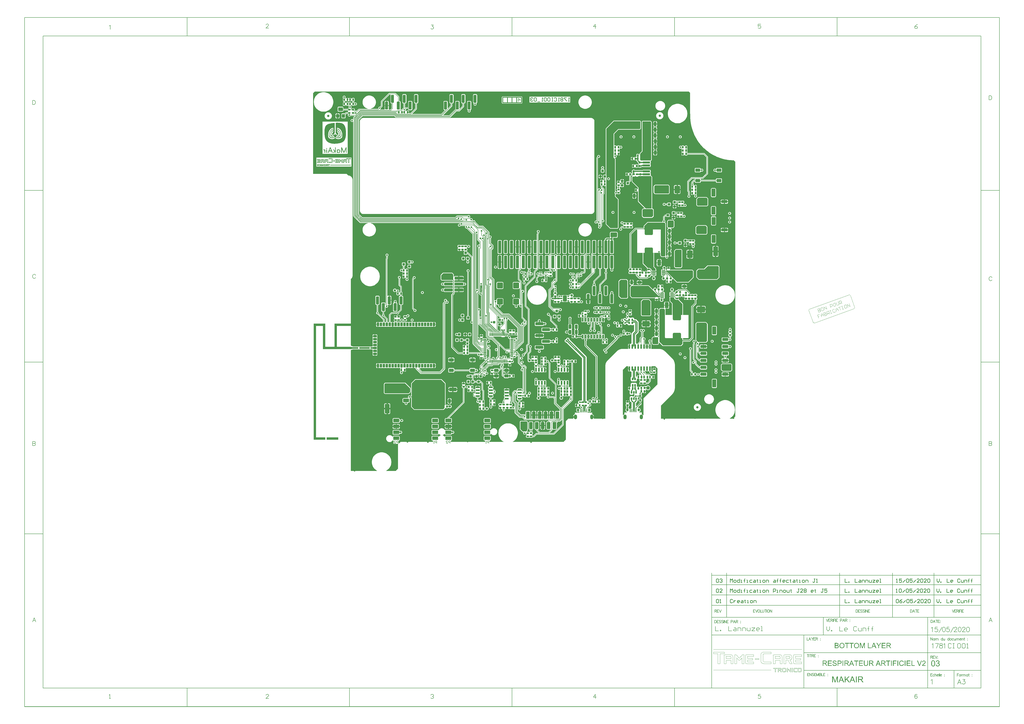
<source format=gbl>
G04*
G04 #@! TF.GenerationSoftware,Altium Limited,Altium Designer,20.0.10 (225)*
G04*
G04 Layer_Physical_Order=4*
G04 Layer_Color=2232046*
%FSLAX44Y44*%
%MOMM*%
G71*
G01*
G75*
%ADD12C,0.1500*%
%ADD13C,0.1016*%
%ADD14C,0.1020*%
%ADD15C,0.1270*%
%ADD16C,0.0127*%
%ADD17C,0.1778*%
%ADD18C,0.2540*%
G04:AMPARAMS|DCode=23|XSize=1mm|YSize=0.6mm|CornerRadius=0.075mm|HoleSize=0mm|Usage=FLASHONLY|Rotation=180.000|XOffset=0mm|YOffset=0mm|HoleType=Round|Shape=RoundedRectangle|*
%AMROUNDEDRECTD23*
21,1,1.0000,0.4500,0,0,180.0*
21,1,0.8500,0.6000,0,0,180.0*
1,1,0.1500,-0.4250,0.2250*
1,1,0.1500,0.4250,0.2250*
1,1,0.1500,0.4250,-0.2250*
1,1,0.1500,-0.4250,-0.2250*
%
%ADD23ROUNDEDRECTD23*%
G04:AMPARAMS|DCode=24|XSize=2.1mm|YSize=1.4mm|CornerRadius=0.175mm|HoleSize=0mm|Usage=FLASHONLY|Rotation=0.000|XOffset=0mm|YOffset=0mm|HoleType=Round|Shape=RoundedRectangle|*
%AMROUNDEDRECTD24*
21,1,2.1000,1.0500,0,0,0.0*
21,1,1.7500,1.4000,0,0,0.0*
1,1,0.3500,0.8750,-0.5250*
1,1,0.3500,-0.8750,-0.5250*
1,1,0.3500,-0.8750,0.5250*
1,1,0.3500,0.8750,0.5250*
%
%ADD24ROUNDEDRECTD24*%
G04:AMPARAMS|DCode=25|XSize=1mm|YSize=0.6mm|CornerRadius=0.075mm|HoleSize=0mm|Usage=FLASHONLY|Rotation=90.000|XOffset=0mm|YOffset=0mm|HoleType=Round|Shape=RoundedRectangle|*
%AMROUNDEDRECTD25*
21,1,1.0000,0.4500,0,0,90.0*
21,1,0.8500,0.6000,0,0,90.0*
1,1,0.1500,0.2250,0.4250*
1,1,0.1500,0.2250,-0.4250*
1,1,0.1500,-0.2250,-0.4250*
1,1,0.1500,-0.2250,0.4250*
%
%ADD25ROUNDEDRECTD25*%
G04:AMPARAMS|DCode=26|XSize=1.8mm|YSize=1.14mm|CornerRadius=0.1425mm|HoleSize=0mm|Usage=FLASHONLY|Rotation=90.000|XOffset=0mm|YOffset=0mm|HoleType=Round|Shape=RoundedRectangle|*
%AMROUNDEDRECTD26*
21,1,1.8000,0.8550,0,0,90.0*
21,1,1.5150,1.1400,0,0,90.0*
1,1,0.2850,0.4275,0.7575*
1,1,0.2850,0.4275,-0.7575*
1,1,0.2850,-0.4275,-0.7575*
1,1,0.2850,-0.4275,0.7575*
%
%ADD26ROUNDEDRECTD26*%
G04:AMPARAMS|DCode=27|XSize=1mm|YSize=1mm|CornerRadius=0.125mm|HoleSize=0mm|Usage=FLASHONLY|Rotation=0.000|XOffset=0mm|YOffset=0mm|HoleType=Round|Shape=RoundedRectangle|*
%AMROUNDEDRECTD27*
21,1,1.0000,0.7500,0,0,0.0*
21,1,0.7500,1.0000,0,0,0.0*
1,1,0.2500,0.3750,-0.3750*
1,1,0.2500,-0.3750,-0.3750*
1,1,0.2500,-0.3750,0.3750*
1,1,0.2500,0.3750,0.3750*
%
%ADD27ROUNDEDRECTD27*%
G04:AMPARAMS|DCode=28|XSize=1mm|YSize=1mm|CornerRadius=0.125mm|HoleSize=0mm|Usage=FLASHONLY|Rotation=270.000|XOffset=0mm|YOffset=0mm|HoleType=Round|Shape=RoundedRectangle|*
%AMROUNDEDRECTD28*
21,1,1.0000,0.7500,0,0,270.0*
21,1,0.7500,1.0000,0,0,270.0*
1,1,0.2500,-0.3750,-0.3750*
1,1,0.2500,-0.3750,0.3750*
1,1,0.2500,0.3750,0.3750*
1,1,0.2500,0.3750,-0.3750*
%
%ADD28ROUNDEDRECTD28*%
%ADD51C,1.0000*%
%ADD52C,0.2500*%
%ADD53C,0.5000*%
%ADD54C,0.5080*%
%ADD55C,0.4000*%
%ADD56C,0.3000*%
%ADD57C,0.2000*%
%ADD58C,1.5000*%
%ADD59O,1.3500X2.0000*%
%ADD60O,1.0500X1.2500*%
%ADD61C,0.7000*%
%ADD62C,0.1453*%
%ADD63C,0.1816*%
%ADD64C,0.6000*%
G04:AMPARAMS|DCode=65|XSize=1.8mm|YSize=1.4mm|CornerRadius=0.175mm|HoleSize=0mm|Usage=FLASHONLY|Rotation=0.000|XOffset=0mm|YOffset=0mm|HoleType=Round|Shape=RoundedRectangle|*
%AMROUNDEDRECTD65*
21,1,1.8000,1.0500,0,0,0.0*
21,1,1.4500,1.4000,0,0,0.0*
1,1,0.3500,0.7250,-0.5250*
1,1,0.3500,-0.7250,-0.5250*
1,1,0.3500,-0.7250,0.5250*
1,1,0.3500,0.7250,0.5250*
%
%ADD65ROUNDEDRECTD65*%
%ADD66R,1.5700X1.8800*%
G04:AMPARAMS|DCode=67|XSize=1.6mm|YSize=0.3mm|CornerRadius=0.0375mm|HoleSize=0mm|Usage=FLASHONLY|Rotation=0.000|XOffset=0mm|YOffset=0mm|HoleType=Round|Shape=RoundedRectangle|*
%AMROUNDEDRECTD67*
21,1,1.6000,0.2250,0,0,0.0*
21,1,1.5250,0.3000,0,0,0.0*
1,1,0.0750,0.7625,-0.1125*
1,1,0.0750,-0.7625,-0.1125*
1,1,0.0750,-0.7625,0.1125*
1,1,0.0750,0.7625,0.1125*
%
%ADD67ROUNDEDRECTD67*%
G04:AMPARAMS|DCode=68|XSize=5.35mm|YSize=8.54mm|CornerRadius=0.2675mm|HoleSize=0mm|Usage=FLASHONLY|Rotation=90.000|XOffset=0mm|YOffset=0mm|HoleType=Round|Shape=RoundedRectangle|*
%AMROUNDEDRECTD68*
21,1,5.3500,8.0050,0,0,90.0*
21,1,4.8150,8.5400,0,0,90.0*
1,1,0.5350,4.0025,2.4075*
1,1,0.5350,4.0025,-2.4075*
1,1,0.5350,-4.0025,-2.4075*
1,1,0.5350,-4.0025,2.4075*
%
%ADD68ROUNDEDRECTD68*%
G04:AMPARAMS|DCode=69|XSize=0.89mm|YSize=3.06mm|CornerRadius=0.1113mm|HoleSize=0mm|Usage=FLASHONLY|Rotation=90.000|XOffset=0mm|YOffset=0mm|HoleType=Round|Shape=RoundedRectangle|*
%AMROUNDEDRECTD69*
21,1,0.8900,2.8375,0,0,90.0*
21,1,0.6675,3.0600,0,0,90.0*
1,1,0.2225,1.4188,0.3338*
1,1,0.2225,1.4188,-0.3338*
1,1,0.2225,-1.4188,-0.3338*
1,1,0.2225,-1.4188,0.3338*
%
%ADD69ROUNDEDRECTD69*%
G04:AMPARAMS|DCode=70|XSize=0.6mm|YSize=1.1mm|CornerRadius=0.075mm|HoleSize=0mm|Usage=FLASHONLY|Rotation=180.000|XOffset=0mm|YOffset=0mm|HoleType=Round|Shape=RoundedRectangle|*
%AMROUNDEDRECTD70*
21,1,0.6000,0.9500,0,0,180.0*
21,1,0.4500,1.1000,0,0,180.0*
1,1,0.1500,-0.2250,0.4750*
1,1,0.1500,0.2250,0.4750*
1,1,0.1500,0.2250,-0.4750*
1,1,0.1500,-0.2250,-0.4750*
%
%ADD70ROUNDEDRECTD70*%
G04:AMPARAMS|DCode=71|XSize=1.75mm|YSize=0.7mm|CornerRadius=0.0875mm|HoleSize=0mm|Usage=FLASHONLY|Rotation=0.000|XOffset=0mm|YOffset=0mm|HoleType=Round|Shape=RoundedRectangle|*
%AMROUNDEDRECTD71*
21,1,1.7500,0.5250,0,0,0.0*
21,1,1.5750,0.7000,0,0,0.0*
1,1,0.1750,0.7875,-0.2625*
1,1,0.1750,-0.7875,-0.2625*
1,1,0.1750,-0.7875,0.2625*
1,1,0.1750,0.7875,0.2625*
%
%ADD71ROUNDEDRECTD71*%
G04:AMPARAMS|DCode=72|XSize=0.6mm|YSize=1.85mm|CornerRadius=0.075mm|HoleSize=0mm|Usage=FLASHONLY|Rotation=0.000|XOffset=0mm|YOffset=0mm|HoleType=Round|Shape=RoundedRectangle|*
%AMROUNDEDRECTD72*
21,1,0.6000,1.7000,0,0,0.0*
21,1,0.4500,1.8500,0,0,0.0*
1,1,0.1500,0.2250,-0.8500*
1,1,0.1500,-0.2250,-0.8500*
1,1,0.1500,-0.2250,0.8500*
1,1,0.1500,0.2250,0.8500*
%
%ADD72ROUNDEDRECTD72*%
G04:AMPARAMS|DCode=73|XSize=0.6mm|YSize=1.65mm|CornerRadius=0.075mm|HoleSize=0mm|Usage=FLASHONLY|Rotation=180.000|XOffset=0mm|YOffset=0mm|HoleType=Round|Shape=RoundedRectangle|*
%AMROUNDEDRECTD73*
21,1,0.6000,1.5000,0,0,180.0*
21,1,0.4500,1.6500,0,0,180.0*
1,1,0.1500,-0.2250,0.7500*
1,1,0.1500,0.2250,0.7500*
1,1,0.1500,0.2250,-0.7500*
1,1,0.1500,-0.2250,-0.7500*
%
%ADD73ROUNDEDRECTD73*%
G04:AMPARAMS|DCode=74|XSize=0.4mm|YSize=0.9mm|CornerRadius=0.05mm|HoleSize=0mm|Usage=FLASHONLY|Rotation=270.000|XOffset=0mm|YOffset=0mm|HoleType=Round|Shape=RoundedRectangle|*
%AMROUNDEDRECTD74*
21,1,0.4000,0.8000,0,0,270.0*
21,1,0.3000,0.9000,0,0,270.0*
1,1,0.1000,-0.4000,-0.1500*
1,1,0.1000,-0.4000,0.1500*
1,1,0.1000,0.4000,0.1500*
1,1,0.1000,0.4000,-0.1500*
%
%ADD74ROUNDEDRECTD74*%
G04:AMPARAMS|DCode=75|XSize=3.3mm|YSize=2.3mm|CornerRadius=0.2875mm|HoleSize=0mm|Usage=FLASHONLY|Rotation=270.000|XOffset=0mm|YOffset=0mm|HoleType=Round|Shape=RoundedRectangle|*
%AMROUNDEDRECTD75*
21,1,3.3000,1.7250,0,0,270.0*
21,1,2.7250,2.3000,0,0,270.0*
1,1,0.5750,-0.8625,-1.3625*
1,1,0.5750,-0.8625,1.3625*
1,1,0.5750,0.8625,1.3625*
1,1,0.5750,0.8625,-1.3625*
%
%ADD75ROUNDEDRECTD75*%
G04:AMPARAMS|DCode=76|XSize=0.45mm|YSize=0.7mm|CornerRadius=0.0563mm|HoleSize=0mm|Usage=FLASHONLY|Rotation=0.000|XOffset=0mm|YOffset=0mm|HoleType=Round|Shape=RoundedRectangle|*
%AMROUNDEDRECTD76*
21,1,0.4500,0.5875,0,0,0.0*
21,1,0.3375,0.7000,0,0,0.0*
1,1,0.1125,0.1688,-0.2938*
1,1,0.1125,-0.1688,-0.2938*
1,1,0.1125,-0.1688,0.2938*
1,1,0.1125,0.1688,0.2938*
%
%ADD76ROUNDEDRECTD76*%
G04:AMPARAMS|DCode=77|XSize=2.54mm|YSize=1.52mm|CornerRadius=0.19mm|HoleSize=0mm|Usage=FLASHONLY|Rotation=0.000|XOffset=0mm|YOffset=0mm|HoleType=Round|Shape=RoundedRectangle|*
%AMROUNDEDRECTD77*
21,1,2.5400,1.1400,0,0,0.0*
21,1,2.1600,1.5200,0,0,0.0*
1,1,0.3800,1.0800,-0.5700*
1,1,0.3800,-1.0800,-0.5700*
1,1,0.3800,-1.0800,0.5700*
1,1,0.3800,1.0800,0.5700*
%
%ADD77ROUNDEDRECTD77*%
G04:AMPARAMS|DCode=78|XSize=1.524mm|YSize=1.016mm|CornerRadius=0.127mm|HoleSize=0mm|Usage=FLASHONLY|Rotation=270.000|XOffset=0mm|YOffset=0mm|HoleType=Round|Shape=RoundedRectangle|*
%AMROUNDEDRECTD78*
21,1,1.5240,0.7620,0,0,270.0*
21,1,1.2700,1.0160,0,0,270.0*
1,1,0.2540,-0.3810,-0.6350*
1,1,0.2540,-0.3810,0.6350*
1,1,0.2540,0.3810,0.6350*
1,1,0.2540,0.3810,-0.6350*
%
%ADD78ROUNDEDRECTD78*%
G04:AMPARAMS|DCode=79|XSize=1.524mm|YSize=1.016mm|CornerRadius=0.127mm|HoleSize=0mm|Usage=FLASHONLY|Rotation=180.000|XOffset=0mm|YOffset=0mm|HoleType=Round|Shape=RoundedRectangle|*
%AMROUNDEDRECTD79*
21,1,1.5240,0.7620,0,0,180.0*
21,1,1.2700,1.0160,0,0,180.0*
1,1,0.2540,-0.6350,0.3810*
1,1,0.2540,0.6350,0.3810*
1,1,0.2540,0.6350,-0.3810*
1,1,0.2540,-0.6350,-0.3810*
%
%ADD79ROUNDEDRECTD79*%
G04:AMPARAMS|DCode=80|XSize=0.7mm|YSize=1mm|CornerRadius=0.0875mm|HoleSize=0mm|Usage=FLASHONLY|Rotation=90.000|XOffset=0mm|YOffset=0mm|HoleType=Round|Shape=RoundedRectangle|*
%AMROUNDEDRECTD80*
21,1,0.7000,0.8250,0,0,90.0*
21,1,0.5250,1.0000,0,0,90.0*
1,1,0.1750,0.4125,0.2625*
1,1,0.1750,0.4125,-0.2625*
1,1,0.1750,-0.4125,-0.2625*
1,1,0.1750,-0.4125,0.2625*
%
%ADD80ROUNDEDRECTD80*%
G04:AMPARAMS|DCode=81|XSize=0.3mm|YSize=1.2mm|CornerRadius=0.0375mm|HoleSize=0mm|Usage=FLASHONLY|Rotation=90.000|XOffset=0mm|YOffset=0mm|HoleType=Round|Shape=RoundedRectangle|*
%AMROUNDEDRECTD81*
21,1,0.3000,1.1250,0,0,90.0*
21,1,0.2250,1.2000,0,0,90.0*
1,1,0.0750,0.5625,0.1125*
1,1,0.0750,0.5625,-0.1125*
1,1,0.0750,-0.5625,-0.1125*
1,1,0.0750,-0.5625,0.1125*
%
%ADD81ROUNDEDRECTD81*%
G04:AMPARAMS|DCode=82|XSize=0.3mm|YSize=1.2mm|CornerRadius=0.0375mm|HoleSize=0mm|Usage=FLASHONLY|Rotation=0.000|XOffset=0mm|YOffset=0mm|HoleType=Round|Shape=RoundedRectangle|*
%AMROUNDEDRECTD82*
21,1,0.3000,1.1250,0,0,0.0*
21,1,0.2250,1.2000,0,0,0.0*
1,1,0.0750,0.1125,-0.5625*
1,1,0.0750,-0.1125,-0.5625*
1,1,0.0750,-0.1125,0.5625*
1,1,0.0750,0.1125,0.5625*
%
%ADD82ROUNDEDRECTD82*%
G04:AMPARAMS|DCode=83|XSize=0.7mm|YSize=0.5mm|CornerRadius=0.0625mm|HoleSize=0mm|Usage=FLASHONLY|Rotation=180.000|XOffset=0mm|YOffset=0mm|HoleType=Round|Shape=RoundedRectangle|*
%AMROUNDEDRECTD83*
21,1,0.7000,0.3750,0,0,180.0*
21,1,0.5750,0.5000,0,0,180.0*
1,1,0.1250,-0.2875,0.1875*
1,1,0.1250,0.2875,0.1875*
1,1,0.1250,0.2875,-0.1875*
1,1,0.1250,-0.2875,-0.1875*
%
%ADD83ROUNDEDRECTD83*%
G04:AMPARAMS|DCode=84|XSize=4.1mm|YSize=3.5mm|CornerRadius=0.4375mm|HoleSize=0mm|Usage=FLASHONLY|Rotation=90.000|XOffset=0mm|YOffset=0mm|HoleType=Round|Shape=RoundedRectangle|*
%AMROUNDEDRECTD84*
21,1,4.1000,2.6250,0,0,90.0*
21,1,3.2250,3.5000,0,0,90.0*
1,1,0.8750,1.3125,1.6125*
1,1,0.8750,1.3125,-1.6125*
1,1,0.8750,-1.3125,-1.6125*
1,1,0.8750,-1.3125,1.6125*
%
%ADD84ROUNDEDRECTD84*%
G04:AMPARAMS|DCode=85|XSize=2mm|YSize=2.8mm|CornerRadius=0.25mm|HoleSize=0mm|Usage=FLASHONLY|Rotation=90.000|XOffset=0mm|YOffset=0mm|HoleType=Round|Shape=RoundedRectangle|*
%AMROUNDEDRECTD85*
21,1,2.0000,2.3000,0,0,90.0*
21,1,1.5000,2.8000,0,0,90.0*
1,1,0.5000,1.1500,0.7500*
1,1,0.5000,1.1500,-0.7500*
1,1,0.5000,-1.1500,-0.7500*
1,1,0.5000,-1.1500,0.7500*
%
%ADD85ROUNDEDRECTD85*%
G04:AMPARAMS|DCode=86|XSize=1.1mm|YSize=0.6mm|CornerRadius=0.075mm|HoleSize=0mm|Usage=FLASHONLY|Rotation=270.000|XOffset=0mm|YOffset=0mm|HoleType=Round|Shape=RoundedRectangle|*
%AMROUNDEDRECTD86*
21,1,1.1000,0.4500,0,0,270.0*
21,1,0.9500,0.6000,0,0,270.0*
1,1,0.1500,-0.2250,-0.4750*
1,1,0.1500,-0.2250,0.4750*
1,1,0.1500,0.2250,0.4750*
1,1,0.1500,0.2250,-0.4750*
%
%ADD86ROUNDEDRECTD86*%
G04:AMPARAMS|DCode=87|XSize=7mm|YSize=5.8mm|CornerRadius=0.261mm|HoleSize=0mm|Usage=FLASHONLY|Rotation=0.000|XOffset=0mm|YOffset=0mm|HoleType=Round|Shape=RoundedRectangle|*
%AMROUNDEDRECTD87*
21,1,7.0000,5.2780,0,0,0.0*
21,1,6.4780,5.8000,0,0,0.0*
1,1,0.5220,3.2390,-2.6390*
1,1,0.5220,-3.2390,-2.6390*
1,1,0.5220,-3.2390,2.6390*
1,1,0.5220,3.2390,2.6390*
%
%ADD87ROUNDEDRECTD87*%
G04:AMPARAMS|DCode=88|XSize=2.5mm|YSize=1.5mm|CornerRadius=0.1875mm|HoleSize=0mm|Usage=FLASHONLY|Rotation=0.000|XOffset=0mm|YOffset=0mm|HoleType=Round|Shape=RoundedRectangle|*
%AMROUNDEDRECTD88*
21,1,2.5000,1.1250,0,0,0.0*
21,1,2.1250,1.5000,0,0,0.0*
1,1,0.3750,1.0625,-0.5625*
1,1,0.3750,-1.0625,-0.5625*
1,1,0.3750,-1.0625,0.5625*
1,1,0.3750,1.0625,0.5625*
%
%ADD88ROUNDEDRECTD88*%
G04:AMPARAMS|DCode=89|XSize=3.5mm|YSize=2.5mm|CornerRadius=0.3125mm|HoleSize=0mm|Usage=FLASHONLY|Rotation=0.000|XOffset=0mm|YOffset=0mm|HoleType=Round|Shape=RoundedRectangle|*
%AMROUNDEDRECTD89*
21,1,3.5000,1.8750,0,0,0.0*
21,1,2.8750,2.5000,0,0,0.0*
1,1,0.6250,1.4375,-0.9375*
1,1,0.6250,-1.4375,-0.9375*
1,1,0.6250,-1.4375,0.9375*
1,1,0.6250,1.4375,0.9375*
%
%ADD89ROUNDEDRECTD89*%
G04:AMPARAMS|DCode=90|XSize=2.5mm|YSize=1.6mm|CornerRadius=0.2mm|HoleSize=0mm|Usage=FLASHONLY|Rotation=270.000|XOffset=0mm|YOffset=0mm|HoleType=Round|Shape=RoundedRectangle|*
%AMROUNDEDRECTD90*
21,1,2.5000,1.2000,0,0,270.0*
21,1,2.1000,1.6000,0,0,270.0*
1,1,0.4000,-0.6000,-1.0500*
1,1,0.4000,-0.6000,1.0500*
1,1,0.4000,0.6000,1.0500*
1,1,0.4000,0.6000,-1.0500*
%
%ADD90ROUNDEDRECTD90*%
G04:AMPARAMS|DCode=91|XSize=0.45mm|YSize=0.7mm|CornerRadius=0.0563mm|HoleSize=0mm|Usage=FLASHONLY|Rotation=270.000|XOffset=0mm|YOffset=0mm|HoleType=Round|Shape=RoundedRectangle|*
%AMROUNDEDRECTD91*
21,1,0.4500,0.5875,0,0,270.0*
21,1,0.3375,0.7000,0,0,270.0*
1,1,0.1125,-0.2938,-0.1688*
1,1,0.1125,-0.2938,0.1688*
1,1,0.1125,0.2938,0.1688*
1,1,0.1125,0.2938,-0.1688*
%
%ADD91ROUNDEDRECTD91*%
%ADD92R,1.7500X2.5000*%
G04:AMPARAMS|DCode=93|XSize=3mm|YSize=1.5mm|CornerRadius=0.1875mm|HoleSize=0mm|Usage=FLASHONLY|Rotation=270.000|XOffset=0mm|YOffset=0mm|HoleType=Round|Shape=RoundedRectangle|*
%AMROUNDEDRECTD93*
21,1,3.0000,1.1250,0,0,270.0*
21,1,2.6250,1.5000,0,0,270.0*
1,1,0.3750,-0.5625,-1.3125*
1,1,0.3750,-0.5625,1.3125*
1,1,0.3750,0.5625,1.3125*
1,1,0.3750,0.5625,-1.3125*
%
%ADD93ROUNDEDRECTD93*%
G04:AMPARAMS|DCode=94|XSize=1.27mm|YSize=3.43mm|CornerRadius=0.1588mm|HoleSize=0mm|Usage=FLASHONLY|Rotation=180.000|XOffset=0mm|YOffset=0mm|HoleType=Round|Shape=RoundedRectangle|*
%AMROUNDEDRECTD94*
21,1,1.2700,3.1125,0,0,180.0*
21,1,0.9525,3.4300,0,0,180.0*
1,1,0.3175,-0.4763,1.5563*
1,1,0.3175,0.4763,1.5563*
1,1,0.3175,0.4763,-1.5563*
1,1,0.3175,-0.4763,-1.5563*
%
%ADD94ROUNDEDRECTD94*%
G04:AMPARAMS|DCode=95|XSize=1.27mm|YSize=3.43mm|CornerRadius=0.1588mm|HoleSize=0mm|Usage=FLASHONLY|Rotation=90.000|XOffset=0mm|YOffset=0mm|HoleType=Round|Shape=RoundedRectangle|*
%AMROUNDEDRECTD95*
21,1,1.2700,3.1125,0,0,90.0*
21,1,0.9525,3.4300,0,0,90.0*
1,1,0.3175,1.5563,0.4763*
1,1,0.3175,1.5563,-0.4763*
1,1,0.3175,-1.5563,-0.4763*
1,1,0.3175,-1.5563,0.4763*
%
%ADD95ROUNDEDRECTD95*%
G04:AMPARAMS|DCode=96|XSize=1.27mm|YSize=3.18mm|CornerRadius=0.1588mm|HoleSize=0mm|Usage=FLASHONLY|Rotation=0.000|XOffset=0mm|YOffset=0mm|HoleType=Round|Shape=RoundedRectangle|*
%AMROUNDEDRECTD96*
21,1,1.2700,2.8625,0,0,0.0*
21,1,0.9525,3.1800,0,0,0.0*
1,1,0.3175,0.4763,-1.4312*
1,1,0.3175,-0.4763,-1.4312*
1,1,0.3175,-0.4763,1.4312*
1,1,0.3175,0.4763,1.4312*
%
%ADD96ROUNDEDRECTD96*%
G04:AMPARAMS|DCode=97|XSize=1.27mm|YSize=2.54mm|CornerRadius=0.1588mm|HoleSize=0mm|Usage=FLASHONLY|Rotation=90.000|XOffset=0mm|YOffset=0mm|HoleType=Round|Shape=RoundedRectangle|*
%AMROUNDEDRECTD97*
21,1,1.2700,2.2225,0,0,90.0*
21,1,0.9525,2.5400,0,0,90.0*
1,1,0.3175,1.1113,0.4763*
1,1,0.3175,1.1113,-0.4763*
1,1,0.3175,-1.1113,-0.4763*
1,1,0.3175,-1.1113,0.4763*
%
%ADD97ROUNDEDRECTD97*%
G04:AMPARAMS|DCode=98|XSize=3.43mm|YSize=1.65mm|CornerRadius=0.2063mm|HoleSize=0mm|Usage=FLASHONLY|Rotation=90.000|XOffset=0mm|YOffset=0mm|HoleType=Round|Shape=RoundedRectangle|*
%AMROUNDEDRECTD98*
21,1,3.4300,1.2375,0,0,90.0*
21,1,3.0175,1.6500,0,0,90.0*
1,1,0.4125,0.6188,1.5088*
1,1,0.4125,0.6188,-1.5088*
1,1,0.4125,-0.6188,-1.5088*
1,1,0.4125,-0.6188,1.5088*
%
%ADD98ROUNDEDRECTD98*%
G04:AMPARAMS|DCode=99|XSize=1.27mm|YSize=3.68mm|CornerRadius=0.1588mm|HoleSize=0mm|Usage=FLASHONLY|Rotation=90.000|XOffset=0mm|YOffset=0mm|HoleType=Round|Shape=RoundedRectangle|*
%AMROUNDEDRECTD99*
21,1,1.2700,3.3625,0,0,90.0*
21,1,0.9525,3.6800,0,0,90.0*
1,1,0.3175,1.6813,0.4763*
1,1,0.3175,1.6813,-0.4763*
1,1,0.3175,-1.6813,-0.4763*
1,1,0.3175,-1.6813,0.4763*
%
%ADD99ROUNDEDRECTD99*%
G04:AMPARAMS|DCode=100|XSize=0.4mm|YSize=1.35mm|CornerRadius=0.05mm|HoleSize=0mm|Usage=FLASHONLY|Rotation=180.000|XOffset=0mm|YOffset=0mm|HoleType=Round|Shape=RoundedRectangle|*
%AMROUNDEDRECTD100*
21,1,0.4000,1.2500,0,0,180.0*
21,1,0.3000,1.3500,0,0,180.0*
1,1,0.1000,-0.1500,0.6250*
1,1,0.1000,0.1500,0.6250*
1,1,0.1000,0.1500,-0.6250*
1,1,0.1000,-0.1500,-0.6250*
%
%ADD100ROUNDEDRECTD100*%
G04:AMPARAMS|DCode=101|XSize=1.27mm|YSize=5.47mm|CornerRadius=0.1588mm|HoleSize=0mm|Usage=FLASHONLY|Rotation=180.000|XOffset=0mm|YOffset=0mm|HoleType=Round|Shape=RoundedRectangle|*
%AMROUNDEDRECTD101*
21,1,1.2700,5.1525,0,0,180.0*
21,1,0.9525,5.4700,0,0,180.0*
1,1,0.3175,-0.4763,2.5763*
1,1,0.3175,0.4763,2.5763*
1,1,0.3175,0.4763,-2.5763*
1,1,0.3175,-0.4763,-2.5763*
%
%ADD101ROUNDEDRECTD101*%
G04:AMPARAMS|DCode=102|XSize=4.1mm|YSize=2mm|CornerRadius=0.25mm|HoleSize=0mm|Usage=FLASHONLY|Rotation=90.000|XOffset=0mm|YOffset=0mm|HoleType=Round|Shape=RoundedRectangle|*
%AMROUNDEDRECTD102*
21,1,4.1000,1.5000,0,0,90.0*
21,1,3.6000,2.0000,0,0,90.0*
1,1,0.5000,0.7500,1.8000*
1,1,0.5000,0.7500,-1.8000*
1,1,0.5000,-0.7500,-1.8000*
1,1,0.5000,-0.7500,1.8000*
%
%ADD102ROUNDEDRECTD102*%
G04:AMPARAMS|DCode=103|XSize=3.2mm|YSize=1.6mm|CornerRadius=0.2mm|HoleSize=0mm|Usage=FLASHONLY|Rotation=90.000|XOffset=0mm|YOffset=0mm|HoleType=Round|Shape=RoundedRectangle|*
%AMROUNDEDRECTD103*
21,1,3.2000,1.2000,0,0,90.0*
21,1,2.8000,1.6000,0,0,90.0*
1,1,0.4000,0.6000,1.4000*
1,1,0.4000,0.6000,-1.4000*
1,1,0.4000,-0.6000,-1.4000*
1,1,0.4000,-0.6000,1.4000*
%
%ADD103ROUNDEDRECTD103*%
G04:AMPARAMS|DCode=104|XSize=0.5mm|YSize=0.6mm|CornerRadius=0.0625mm|HoleSize=0mm|Usage=FLASHONLY|Rotation=180.000|XOffset=0mm|YOffset=0mm|HoleType=Round|Shape=RoundedRectangle|*
%AMROUNDEDRECTD104*
21,1,0.5000,0.4750,0,0,180.0*
21,1,0.3750,0.6000,0,0,180.0*
1,1,0.1250,-0.1875,0.2375*
1,1,0.1250,0.1875,0.2375*
1,1,0.1250,0.1875,-0.2375*
1,1,0.1250,-0.1875,-0.2375*
%
%ADD104ROUNDEDRECTD104*%
G04:AMPARAMS|DCode=105|XSize=2.5mm|YSize=2.5mm|CornerRadius=0.3125mm|HoleSize=0mm|Usage=FLASHONLY|Rotation=270.000|XOffset=0mm|YOffset=0mm|HoleType=Round|Shape=RoundedRectangle|*
%AMROUNDEDRECTD105*
21,1,2.5000,1.8750,0,0,270.0*
21,1,1.8750,2.5000,0,0,270.0*
1,1,0.6250,-0.9375,-0.9375*
1,1,0.6250,-0.9375,0.9375*
1,1,0.6250,0.9375,0.9375*
1,1,0.6250,0.9375,-0.9375*
%
%ADD105ROUNDEDRECTD105*%
G04:AMPARAMS|DCode=106|XSize=2.5mm|YSize=2.5mm|CornerRadius=0.3125mm|HoleSize=0mm|Usage=FLASHONLY|Rotation=180.000|XOffset=0mm|YOffset=0mm|HoleType=Round|Shape=RoundedRectangle|*
%AMROUNDEDRECTD106*
21,1,2.5000,1.8750,0,0,180.0*
21,1,1.8750,2.5000,0,0,180.0*
1,1,0.6250,-0.9375,0.9375*
1,1,0.6250,0.9375,0.9375*
1,1,0.6250,0.9375,-0.9375*
1,1,0.6250,-0.9375,-0.9375*
%
%ADD106ROUNDEDRECTD106*%
%ADD107R,1.0000X1.0000*%
G04:AMPARAMS|DCode=108|XSize=1.6mm|YSize=1.3mm|CornerRadius=0.1625mm|HoleSize=0mm|Usage=FLASHONLY|Rotation=270.000|XOffset=0mm|YOffset=0mm|HoleType=Round|Shape=RoundedRectangle|*
%AMROUNDEDRECTD108*
21,1,1.6000,0.9750,0,0,270.0*
21,1,1.2750,1.3000,0,0,270.0*
1,1,0.3250,-0.4875,-0.6375*
1,1,0.3250,-0.4875,0.6375*
1,1,0.3250,0.4875,0.6375*
1,1,0.3250,0.4875,-0.6375*
%
%ADD108ROUNDEDRECTD108*%
G04:AMPARAMS|DCode=109|XSize=1.6mm|YSize=2mm|CornerRadius=0.2mm|HoleSize=0mm|Usage=FLASHONLY|Rotation=270.000|XOffset=0mm|YOffset=0mm|HoleType=Round|Shape=RoundedRectangle|*
%AMROUNDEDRECTD109*
21,1,1.6000,1.6000,0,0,270.0*
21,1,1.2000,2.0000,0,0,270.0*
1,1,0.4000,-0.8000,-0.6000*
1,1,0.4000,-0.8000,0.6000*
1,1,0.4000,0.8000,0.6000*
1,1,0.4000,0.8000,-0.6000*
%
%ADD109ROUNDEDRECTD109*%
G04:AMPARAMS|DCode=110|XSize=3.2mm|YSize=1.6mm|CornerRadius=0.2mm|HoleSize=0mm|Usage=FLASHONLY|Rotation=0.000|XOffset=0mm|YOffset=0mm|HoleType=Round|Shape=RoundedRectangle|*
%AMROUNDEDRECTD110*
21,1,3.2000,1.2000,0,0,0.0*
21,1,2.8000,1.6000,0,0,0.0*
1,1,0.4000,1.4000,-0.6000*
1,1,0.4000,-1.4000,-0.6000*
1,1,0.4000,-1.4000,0.6000*
1,1,0.4000,1.4000,0.6000*
%
%ADD110ROUNDEDRECTD110*%
G04:AMPARAMS|DCode=111|XSize=1.8mm|YSize=1.14mm|CornerRadius=0.1425mm|HoleSize=0mm|Usage=FLASHONLY|Rotation=180.000|XOffset=0mm|YOffset=0mm|HoleType=Round|Shape=RoundedRectangle|*
%AMROUNDEDRECTD111*
21,1,1.8000,0.8550,0,0,180.0*
21,1,1.5150,1.1400,0,0,180.0*
1,1,0.2850,-0.7575,0.4275*
1,1,0.2850,0.7575,0.4275*
1,1,0.2850,0.7575,-0.4275*
1,1,0.2850,-0.7575,-0.4275*
%
%ADD111ROUNDEDRECTD111*%
G04:AMPARAMS|DCode=112|XSize=0.5mm|YSize=0.6mm|CornerRadius=0.0625mm|HoleSize=0mm|Usage=FLASHONLY|Rotation=90.000|XOffset=0mm|YOffset=0mm|HoleType=Round|Shape=RoundedRectangle|*
%AMROUNDEDRECTD112*
21,1,0.5000,0.4750,0,0,90.0*
21,1,0.3750,0.6000,0,0,90.0*
1,1,0.1250,0.2375,0.1875*
1,1,0.1250,0.2375,-0.1875*
1,1,0.1250,-0.2375,-0.1875*
1,1,0.1250,-0.2375,0.1875*
%
%ADD112ROUNDEDRECTD112*%
G04:AMPARAMS|DCode=113|XSize=0.7mm|YSize=0.5mm|CornerRadius=0.0625mm|HoleSize=0mm|Usage=FLASHONLY|Rotation=270.000|XOffset=0mm|YOffset=0mm|HoleType=Round|Shape=RoundedRectangle|*
%AMROUNDEDRECTD113*
21,1,0.7000,0.3750,0,0,270.0*
21,1,0.5750,0.5000,0,0,270.0*
1,1,0.1250,-0.1875,-0.2875*
1,1,0.1250,-0.1875,0.2875*
1,1,0.1250,0.1875,0.2875*
1,1,0.1250,0.1875,-0.2875*
%
%ADD113ROUNDEDRECTD113*%
G04:AMPARAMS|DCode=114|XSize=2mm|YSize=2.8mm|CornerRadius=0.25mm|HoleSize=0mm|Usage=FLASHONLY|Rotation=0.000|XOffset=0mm|YOffset=0mm|HoleType=Round|Shape=RoundedRectangle|*
%AMROUNDEDRECTD114*
21,1,2.0000,2.3000,0,0,0.0*
21,1,1.5000,2.8000,0,0,0.0*
1,1,0.5000,0.7500,-1.1500*
1,1,0.5000,-0.7500,-1.1500*
1,1,0.5000,-0.7500,1.1500*
1,1,0.5000,0.7500,1.1500*
%
%ADD114ROUNDEDRECTD114*%
G04:AMPARAMS|DCode=115|XSize=3.3mm|YSize=2.3mm|CornerRadius=0.2875mm|HoleSize=0mm|Usage=FLASHONLY|Rotation=180.000|XOffset=0mm|YOffset=0mm|HoleType=Round|Shape=RoundedRectangle|*
%AMROUNDEDRECTD115*
21,1,3.3000,1.7250,0,0,180.0*
21,1,2.7250,2.3000,0,0,180.0*
1,1,0.5750,-1.3625,0.8625*
1,1,0.5750,1.3625,0.8625*
1,1,0.5750,1.3625,-0.8625*
1,1,0.5750,-1.3625,-0.8625*
%
%ADD115ROUNDEDRECTD115*%
G04:AMPARAMS|DCode=116|XSize=1.75mm|YSize=0.7mm|CornerRadius=0.0875mm|HoleSize=0mm|Usage=FLASHONLY|Rotation=270.000|XOffset=0mm|YOffset=0mm|HoleType=Round|Shape=RoundedRectangle|*
%AMROUNDEDRECTD116*
21,1,1.7500,0.5250,0,0,270.0*
21,1,1.5750,0.7000,0,0,270.0*
1,1,0.1750,-0.2625,-0.7875*
1,1,0.1750,-0.2625,0.7875*
1,1,0.1750,0.2625,0.7875*
1,1,0.1750,0.2625,-0.7875*
%
%ADD116ROUNDEDRECTD116*%
G04:AMPARAMS|DCode=117|XSize=1.27mm|YSize=1.31mm|CornerRadius=0.3175mm|HoleSize=0mm|Usage=FLASHONLY|Rotation=180.000|XOffset=0mm|YOffset=0mm|HoleType=Round|Shape=RoundedRectangle|*
%AMROUNDEDRECTD117*
21,1,1.2700,0.6750,0,0,180.0*
21,1,0.6350,1.3100,0,0,180.0*
1,1,0.6350,-0.3175,0.3375*
1,1,0.6350,0.3175,0.3375*
1,1,0.6350,0.3175,-0.3375*
1,1,0.6350,-0.3175,-0.3375*
%
%ADD117ROUNDEDRECTD117*%
%ADD118C,0.7000*%
%ADD119C,0.6350*%
G36*
X1628500Y1641291D02*
Y1551750D01*
X1628749Y1551499D01*
X1629899Y1550348D01*
X1629899Y1540004D01*
X1629907Y1539960D01*
X1629900Y1539917D01*
X1630002Y1533861D01*
X1630029Y1533738D01*
X1630012Y1533613D01*
X1630804Y1521533D01*
X1630848Y1521370D01*
X1630837Y1521201D01*
X1632417Y1509199D01*
X1632471Y1509039D01*
Y1508870D01*
X1634833Y1496996D01*
X1634898Y1496840D01*
X1634909Y1496671D01*
X1638042Y1484978D01*
X1638117Y1484826D01*
X1638139Y1484659D01*
X1642030Y1473195D01*
X1642115Y1473049D01*
X1642148Y1472883D01*
X1646780Y1461698D01*
X1646874Y1461558D01*
X1646918Y1461395D01*
X1652272Y1450537D01*
X1652375Y1450403D01*
X1652430Y1450243D01*
X1658483Y1439758D01*
X1658594Y1439632D01*
X1658659Y1439475D01*
X1665385Y1429409D01*
X1665504Y1429290D01*
X1665579Y1429138D01*
X1672949Y1419534D01*
X1673076Y1419422D01*
X1673160Y1419276D01*
X1681142Y1410174D01*
X1681277Y1410071D01*
X1681370Y1409931D01*
X1689931Y1401371D01*
X1690071Y1401277D01*
X1690174Y1401142D01*
X1699276Y1393160D01*
X1699422Y1393076D01*
X1699534Y1392949D01*
X1709138Y1385579D01*
X1709290Y1385504D01*
X1709409Y1385385D01*
X1719475Y1378659D01*
X1719631Y1378594D01*
X1719758Y1378483D01*
X1730243Y1372430D01*
X1730403Y1372375D01*
X1730537Y1372272D01*
X1741395Y1366918D01*
X1741558Y1366874D01*
X1741698Y1366780D01*
X1752883Y1362148D01*
X1753049Y1362115D01*
X1753195Y1362030D01*
X1764659Y1358139D01*
X1764826Y1358117D01*
X1764978Y1358042D01*
X1776671Y1354909D01*
X1776840Y1354898D01*
X1776996Y1354833D01*
X1788870Y1352471D01*
X1789039D01*
X1789199Y1352417D01*
X1801201Y1350837D01*
X1801370Y1350848D01*
X1801533Y1350804D01*
X1813613Y1350012D01*
X1813739Y1350029D01*
X1813864Y1350002D01*
X1817854Y1349937D01*
X1823494Y1344297D01*
X1823493Y820000D01*
X1823493Y745500D01*
X1823518Y666517D01*
X1823500Y666500D01*
X1823500D01*
Y246750D01*
X1813500Y236750D01*
X1800149D01*
X1799827Y237950D01*
X1803384Y240003D01*
X1807752Y243355D01*
X1811645Y247248D01*
X1814997Y251616D01*
X1817749Y256384D01*
X1819856Y261471D01*
X1821281Y266789D01*
X1822000Y272247D01*
Y277753D01*
X1821281Y283211D01*
X1819856Y288529D01*
X1817749Y293616D01*
X1814997Y298384D01*
X1811645Y302752D01*
X1807752Y306645D01*
X1803384Y309997D01*
X1798616Y312750D01*
X1793529Y314856D01*
X1788211Y316281D01*
X1782753Y317000D01*
X1777247D01*
X1771789Y316281D01*
X1766471Y314856D01*
X1761384Y312750D01*
X1756616Y309997D01*
X1752248Y306645D01*
X1748355Y302752D01*
X1745003Y298384D01*
X1742251Y293616D01*
X1740144Y288529D01*
X1738719Y283211D01*
X1738000Y277753D01*
Y272247D01*
X1738719Y266789D01*
X1740144Y261471D01*
X1742251Y256384D01*
X1745003Y251616D01*
X1748355Y247248D01*
X1752248Y243355D01*
X1756616Y240003D01*
X1760173Y237950D01*
X1759851Y236750D01*
X1503080D01*
Y293934D01*
X1552323Y343177D01*
X1555565Y346872D01*
X1558296Y350960D01*
X1560470Y355369D01*
X1562050Y360023D01*
X1563009Y364845D01*
X1563331Y369750D01*
Y469250D01*
X1563009Y474155D01*
X1562050Y478977D01*
X1560470Y483631D01*
X1558296Y488040D01*
X1555565Y492128D01*
X1552323Y495823D01*
X1521323Y526823D01*
X1517628Y530065D01*
X1513540Y532796D01*
X1509131Y534970D01*
X1504476Y536550D01*
X1501586Y537125D01*
X1499655Y537509D01*
X1494750Y537831D01*
X1462627D01*
X1461866Y538758D01*
X1461914Y539000D01*
Y556000D01*
X1461661Y557268D01*
X1460943Y558343D01*
X1459868Y559061D01*
X1459673Y559100D01*
Y567524D01*
X1459929Y567721D01*
X1460891Y568974D01*
X1461496Y570434D01*
X1461702Y572000D01*
X1461496Y573566D01*
X1460891Y575026D01*
X1459929Y576279D01*
X1458676Y577241D01*
X1457216Y577846D01*
X1455650Y578052D01*
X1454084Y577846D01*
X1452624Y577241D01*
X1451371Y576279D01*
X1450409Y575026D01*
X1449804Y573566D01*
X1449598Y572000D01*
X1449804Y570434D01*
X1450409Y568974D01*
X1451371Y567721D01*
X1452027Y567218D01*
Y558523D01*
X1451757Y558343D01*
X1451039Y557268D01*
X1450786Y556000D01*
Y539000D01*
X1450156Y538830D01*
X1449214Y539883D01*
Y546250D01*
X1438086D01*
Y539000D01*
X1437456Y538830D01*
X1436514Y539883D01*
Y556000D01*
X1436261Y557268D01*
X1435543Y558343D01*
X1434774Y558857D01*
Y562450D01*
X1434482Y563913D01*
X1434323Y564151D01*
Y576371D01*
X1434779Y576721D01*
X1435741Y577974D01*
X1436346Y579434D01*
X1436552Y581000D01*
X1436346Y582566D01*
X1435741Y584026D01*
X1434779Y585279D01*
X1433526Y586241D01*
X1432066Y586846D01*
X1430500Y587052D01*
X1428934Y586846D01*
X1428682Y586741D01*
X1427220Y587435D01*
X1427135Y587718D01*
X1427311Y587982D01*
X1427564Y589250D01*
Y610816D01*
X1428000Y611198D01*
X1429566Y611404D01*
X1431026Y612009D01*
X1432279Y612971D01*
X1433241Y614224D01*
X1433846Y615684D01*
X1434052Y617250D01*
X1433846Y618816D01*
X1433241Y620276D01*
X1432279Y621529D01*
X1431026Y622491D01*
X1429566Y623096D01*
X1428000Y623302D01*
X1426434Y623096D01*
X1424974Y622491D01*
X1423923Y621684D01*
X1423125Y621538D01*
X1422327Y621684D01*
X1421276Y622491D01*
X1419816Y623096D01*
X1418250Y623302D01*
X1416684Y623096D01*
X1415224Y622491D01*
X1413971Y621529D01*
X1413009Y620276D01*
X1412404Y618816D01*
X1412198Y617250D01*
X1412404Y615684D01*
X1413009Y614224D01*
X1413971Y612971D01*
X1415224Y612009D01*
X1416684Y611404D01*
X1417936Y611240D01*
Y591865D01*
X1412657Y586586D01*
X1411939Y585511D01*
X1411686Y584243D01*
Y570373D01*
X1403207Y561893D01*
X1402489Y560818D01*
X1402236Y559550D01*
X1401181Y558752D01*
X1400226Y558885D01*
X1400011Y559045D01*
X1399201Y560101D01*
X1398000Y561023D01*
X1396601Y561602D01*
X1396335Y561637D01*
Y597323D01*
X1403382Y604369D01*
X1403382Y604369D01*
X1404992Y605979D01*
X1406114Y607442D01*
X1406820Y609145D01*
X1407060Y610972D01*
Y652028D01*
X1406820Y653856D01*
X1406114Y655558D01*
X1404992Y657021D01*
X1403382Y658631D01*
X1403382Y658632D01*
X1397958Y664055D01*
X1396496Y665177D01*
X1394793Y665882D01*
X1392966Y666123D01*
X1388237D01*
Y666937D01*
X1388039Y668438D01*
X1387460Y669837D01*
X1386538Y671038D01*
X1385337Y671960D01*
X1383938Y672539D01*
X1382437Y672737D01*
X1377937D01*
X1376436Y672539D01*
X1375038Y671960D01*
X1373972Y671142D01*
X1373474Y670974D01*
X1372901D01*
X1372403Y671142D01*
X1371337Y671960D01*
X1369939Y672539D01*
X1368437Y672737D01*
X1365216D01*
X1364832Y673101D01*
X1364325Y673937D01*
X1364489Y675188D01*
X1364283Y676754D01*
X1363678Y678213D01*
X1362717Y679467D01*
X1361463Y680428D01*
X1360227Y680941D01*
X1360124Y681472D01*
Y681653D01*
X1360227Y682184D01*
X1361463Y682697D01*
X1362564Y683541D01*
X1363043Y683603D01*
X1364033Y683437D01*
X1364094Y683344D01*
X1365169Y682626D01*
X1366438Y682374D01*
X1374937D01*
X1376206Y682626D01*
X1377281Y683344D01*
X1377999Y684419D01*
X1378251Y685687D01*
Y690187D01*
X1377999Y691456D01*
X1377281Y692531D01*
X1376206Y693249D01*
X1375688Y693352D01*
Y696523D01*
X1376206Y696626D01*
X1377281Y697344D01*
X1377999Y698419D01*
X1378251Y699688D01*
Y700687D01*
X1370687D01*
X1363124D01*
Y699688D01*
X1363376Y698419D01*
X1364094Y697344D01*
X1365169Y696626D01*
X1365688Y696523D01*
Y693352D01*
X1365169Y693249D01*
X1364094Y692531D01*
X1364033Y692438D01*
X1363043Y692272D01*
X1362564Y692334D01*
X1361463Y693178D01*
X1360004Y693783D01*
X1358438Y693989D01*
X1356871Y693783D01*
X1355412Y693178D01*
X1354158Y692217D01*
X1353197Y690963D01*
X1352592Y689504D01*
X1352386Y687937D01*
X1352592Y686371D01*
X1353197Y684912D01*
X1354158Y683658D01*
X1355412Y682697D01*
X1356648Y682184D01*
X1356751Y681653D01*
Y681472D01*
X1356648Y680941D01*
X1355412Y680428D01*
X1354158Y679467D01*
X1353197Y678213D01*
X1352592Y676754D01*
X1352386Y675188D01*
X1352592Y673621D01*
X1353197Y672162D01*
X1354158Y670908D01*
X1355412Y669947D01*
X1356871Y669342D01*
X1357383Y669275D01*
X1357649Y669041D01*
X1358271Y667947D01*
X1358138Y666937D01*
Y666123D01*
X1355462D01*
X1352905Y668680D01*
X1351443Y669802D01*
X1349740Y670507D01*
X1347912Y670748D01*
X1346085Y670507D01*
X1344382Y669802D01*
X1342920Y668680D01*
X1341798Y667218D01*
X1341384Y666217D01*
X1339996Y665783D01*
X1339971Y665789D01*
X1339463Y666178D01*
X1338004Y666783D01*
X1336438Y666989D01*
X1334871Y666783D01*
X1333412Y666178D01*
X1332158Y665217D01*
X1331196Y663963D01*
X1330592Y662504D01*
X1330386Y660938D01*
X1330592Y659371D01*
X1331196Y657912D01*
X1332158Y656658D01*
X1333412Y655696D01*
X1334871Y655092D01*
X1336438Y654886D01*
X1338004Y655092D01*
X1339463Y655696D01*
X1340717Y656658D01*
X1341678Y657912D01*
X1341794Y658191D01*
X1342198Y658372D01*
X1343190Y658425D01*
X1345428Y656188D01*
X1343170Y653930D01*
X1342048Y652468D01*
X1341343Y650765D01*
X1341102Y648938D01*
X1341343Y647110D01*
X1342048Y645407D01*
X1343170Y643945D01*
X1344632Y642823D01*
X1346335Y642118D01*
X1348163Y641877D01*
X1349990Y642118D01*
X1351693Y642823D01*
X1353155Y643945D01*
X1355712Y646502D01*
X1358138D01*
Y645687D01*
X1358336Y644186D01*
X1358915Y642788D01*
X1359836Y641587D01*
X1361038Y640665D01*
X1362436Y640086D01*
X1363938Y639888D01*
X1368437D01*
X1369939Y640086D01*
X1371337Y640665D01*
X1372403Y641483D01*
X1372901Y641650D01*
X1373474D01*
X1373972Y641483D01*
X1375038Y640665D01*
X1376436Y640086D01*
X1377937Y639888D01*
X1382437D01*
X1383938Y640086D01*
X1385337Y640665D01*
X1386240Y641357D01*
X1387440Y640930D01*
Y616175D01*
X1378783Y607518D01*
X1377661Y606055D01*
X1376955Y604352D01*
X1376715Y602525D01*
Y561644D01*
X1376399Y561602D01*
X1375000Y561023D01*
X1373799Y560101D01*
X1372989Y559045D01*
X1372774Y558885D01*
X1371499Y558707D01*
X1370968Y559061D01*
X1369700Y559314D01*
X1368700D01*
Y547500D01*
X1367450D01*
Y546250D01*
X1361886D01*
Y539000D01*
X1361935Y538758D01*
X1361173Y537831D01*
X1338500D01*
X1333595Y537509D01*
X1328773Y536550D01*
X1324119Y534970D01*
X1319710Y532796D01*
X1315623Y530065D01*
X1311927Y526823D01*
X1274677Y489573D01*
X1271435Y485878D01*
X1268704Y481790D01*
X1266530Y477382D01*
X1264950Y472727D01*
X1264375Y469836D01*
X1263991Y467905D01*
X1263670Y463000D01*
Y236750D01*
X1214457D01*
X1213790Y237748D01*
X1214137Y238585D01*
X1214448Y240950D01*
X1205125D01*
Y247550D01*
X1214448D01*
X1214137Y249915D01*
X1213205Y252165D01*
X1211722Y254097D01*
X1209790Y255580D01*
X1207540Y256512D01*
X1207500Y256517D01*
X1207500Y263200D01*
X1188406D01*
X1187489Y264400D01*
X1187559Y264750D01*
Y267373D01*
X1188321Y267631D01*
X1188759Y267695D01*
X1190342Y266480D01*
X1192227Y265700D01*
X1193000Y265598D01*
Y274250D01*
Y282902D01*
X1192227Y282801D01*
X1190342Y282020D01*
X1189530Y281397D01*
X1188737Y282301D01*
X1196739Y290303D01*
X1197500Y290203D01*
X1198936Y290392D01*
X1200274Y290946D01*
X1201423Y291827D01*
X1202304Y292976D01*
X1202858Y294314D01*
X1203047Y295750D01*
X1202858Y297186D01*
X1202304Y298524D01*
X1201423Y299673D01*
X1200814Y300140D01*
Y304148D01*
X1201018Y304189D01*
X1202093Y304907D01*
X1202811Y305982D01*
X1202914Y306500D01*
X1206086D01*
X1206189Y305982D01*
X1206907Y304907D01*
X1207982Y304189D01*
X1209250Y303936D01*
X1213750D01*
X1215018Y304189D01*
X1215312Y304385D01*
X1216250Y304832D01*
X1217188Y304385D01*
X1217482Y304189D01*
X1218750Y303936D01*
X1223250D01*
X1224518Y304189D01*
X1225593Y304907D01*
X1226311Y305982D01*
X1226414Y306500D01*
X1229585D01*
X1229689Y305982D01*
X1230407Y304907D01*
X1231482Y304189D01*
X1232750Y303936D01*
X1233750D01*
Y311500D01*
Y319064D01*
X1232750D01*
X1231482Y318811D01*
X1230407Y318093D01*
X1229689Y317018D01*
X1229585Y316500D01*
X1226414D01*
X1226311Y317018D01*
X1225593Y318093D01*
X1224518Y318811D01*
X1223250Y319064D01*
X1218750D01*
X1217482Y318811D01*
X1217188Y318615D01*
X1216772Y318417D01*
X1216027Y318829D01*
X1215997Y318890D01*
X1215778Y320171D01*
X1216491Y321099D01*
X1217096Y322559D01*
X1217302Y324125D01*
X1217096Y325691D01*
X1216491Y327151D01*
X1215529Y328404D01*
X1214276Y329366D01*
X1212816Y329971D01*
X1211250Y330177D01*
X1209684Y329971D01*
X1208224Y329366D01*
X1206971Y328404D01*
X1206009Y327151D01*
X1205404Y325691D01*
X1205198Y324125D01*
X1205404Y322559D01*
X1206009Y321099D01*
X1206971Y319846D01*
X1207157Y319703D01*
X1207108Y318228D01*
X1206907Y318093D01*
X1206189Y317018D01*
X1206086Y316500D01*
X1202914D01*
X1202811Y317018D01*
X1202093Y318093D01*
X1201018Y318811D01*
X1199750Y319064D01*
X1195250D01*
X1193982Y318811D01*
X1192907Y318093D01*
X1192188Y317018D01*
X1191936Y315750D01*
Y309523D01*
X1191034Y308731D01*
X1190500Y308802D01*
X1190452Y308795D01*
X1189550Y309587D01*
Y310250D01*
X1189352Y311751D01*
X1188773Y313150D01*
X1187851Y314351D01*
X1186650Y315273D01*
X1185251Y315852D01*
X1183750Y316050D01*
X1183060D01*
Y502278D01*
X1182820Y504105D01*
X1182114Y505808D01*
X1180992Y507271D01*
X1108994Y579269D01*
X1108821Y580579D01*
X1108116Y582282D01*
X1106994Y583744D01*
X1105532Y584866D01*
X1103829Y585571D01*
X1102001Y585812D01*
X1100174Y585571D01*
X1098471Y584866D01*
X1097009Y583744D01*
X1095887Y582282D01*
X1095182Y580579D01*
X1095022Y579367D01*
X1093810Y579207D01*
X1092107Y578502D01*
X1090645Y577380D01*
X1089523Y575918D01*
X1088818Y574215D01*
X1088577Y572388D01*
X1088818Y570560D01*
X1089523Y568857D01*
X1090645Y567395D01*
X1092107Y566273D01*
X1093810Y565568D01*
X1095120Y565395D01*
X1163440Y497075D01*
Y316050D01*
X1162750D01*
X1161249Y315852D01*
X1159850Y315273D01*
X1159574Y315060D01*
X1153500D01*
X1151673Y314820D01*
X1149970Y314114D01*
X1148508Y312992D01*
X1147385Y311530D01*
X1146680Y309827D01*
X1146440Y308000D01*
X1146680Y306173D01*
X1147385Y304470D01*
X1148508Y303008D01*
X1148731Y302836D01*
X1148683Y301360D01*
X1148657Y301343D01*
X1147939Y300268D01*
X1147836Y299750D01*
X1144665D01*
X1144561Y300268D01*
X1143843Y301343D01*
X1142768Y302061D01*
X1141500Y302314D01*
X1140500D01*
Y294750D01*
Y287186D01*
X1141500D01*
X1142768Y287439D01*
X1143843Y288157D01*
X1144561Y289232D01*
X1144665Y289750D01*
X1147836D01*
X1147939Y289232D01*
X1148657Y288157D01*
X1149732Y287439D01*
X1151000Y287186D01*
X1155127D01*
X1156303Y286011D01*
X1156203Y285250D01*
X1156392Y283814D01*
X1156946Y282476D01*
X1157688Y281509D01*
X1157509Y280824D01*
X1157184Y280309D01*
X1155500D01*
X1154330Y280076D01*
X1153632Y279610D01*
X1153218Y279442D01*
X1152094Y279713D01*
X1151277Y280777D01*
X1149659Y282020D01*
X1147773Y282801D01*
X1147000Y282902D01*
Y274250D01*
Y265598D01*
X1147773Y265700D01*
X1149659Y266480D01*
X1151241Y267695D01*
X1151679Y267631D01*
X1152441Y267373D01*
Y264750D01*
X1152511Y264400D01*
X1151594Y263200D01*
X1132500D01*
X1132500Y256517D01*
X1132460Y256512D01*
X1130210Y255580D01*
X1128278Y254097D01*
X1126795Y252165D01*
X1125863Y249915D01*
X1125552Y247550D01*
X1134875D01*
Y240950D01*
X1125552D01*
X1125863Y238585D01*
X1126210Y237748D01*
X1125543Y236750D01*
X1104000D01*
X1093500Y226250D01*
Y146750D01*
X1083500Y136750D01*
X865149D01*
X864827Y137950D01*
X868384Y140003D01*
X872752Y143355D01*
X876645Y147248D01*
X879997Y151616D01*
X882749Y156384D01*
X884856Y161471D01*
X886281Y166789D01*
X887000Y172247D01*
Y177753D01*
X886281Y183211D01*
X884856Y188529D01*
X882749Y193616D01*
X879997Y198384D01*
X876645Y202752D01*
X872752Y206645D01*
X868384Y209997D01*
X863616Y212750D01*
X858529Y214856D01*
X853211Y216281D01*
X847753Y217000D01*
X842247D01*
X836789Y216281D01*
X831470Y214856D01*
X826384Y212750D01*
X821616Y209997D01*
X817248Y206645D01*
X813355Y202752D01*
X810003Y198384D01*
X807251Y193616D01*
X805144Y188529D01*
X803719Y183211D01*
X803000Y177753D01*
Y172247D01*
X803719Y166789D01*
X805144Y161471D01*
X807251Y156384D01*
X810003Y151616D01*
X813355Y147248D01*
X817248Y143355D01*
X821616Y140003D01*
X825173Y137950D01*
X824851Y136750D01*
X764800D01*
Y142714D01*
X765850D01*
X767567Y143055D01*
X769022Y144028D01*
X769995Y145483D01*
X770336Y147200D01*
Y158600D01*
X769995Y160317D01*
X769022Y161772D01*
X767567Y162745D01*
X765850Y163086D01*
X744250D01*
X742533Y162745D01*
X741078Y161772D01*
X740105Y160317D01*
X739764Y158600D01*
Y147200D01*
X740105Y145483D01*
X741078Y144028D01*
X742533Y143055D01*
X744250Y142714D01*
X745471D01*
Y136750D01*
X598050D01*
Y142714D01*
X598250D01*
X599967Y143055D01*
X601422Y144028D01*
X602395Y145483D01*
X602736Y147200D01*
Y158600D01*
X602395Y160317D01*
X601422Y161772D01*
X599967Y162745D01*
X598250Y163086D01*
X576650D01*
X574933Y162745D01*
X573478Y161772D01*
X572505Y160317D01*
X572466Y160117D01*
X571180Y159804D01*
X569658Y161658D01*
X567374Y163532D01*
X564768Y164925D01*
X563292Y165373D01*
Y166627D01*
X564768Y167075D01*
X567374Y168468D01*
X569658Y170342D01*
X571052Y172040D01*
X572339Y171718D01*
X572505Y170883D01*
X573478Y169428D01*
X574933Y168455D01*
X576650Y168114D01*
X598250D01*
X599967Y168455D01*
X601422Y169428D01*
X602395Y170883D01*
X602736Y172600D01*
Y172693D01*
X603936Y173038D01*
X603974Y173009D01*
X605434Y172404D01*
X607000Y172198D01*
X608566Y172404D01*
X610026Y173009D01*
X611279Y173971D01*
X612241Y175224D01*
X612846Y176684D01*
X613052Y178250D01*
X612846Y179816D01*
X612241Y181276D01*
X611279Y182529D01*
X610026Y183491D01*
X608566Y184096D01*
X607000Y184302D01*
X605434Y184096D01*
X603974Y183491D01*
X603936Y183462D01*
X602736Y183681D01*
Y184000D01*
X602395Y185717D01*
X601422Y187172D01*
X599967Y188145D01*
X598250Y188486D01*
X576650D01*
X574933Y188145D01*
X573914Y187464D01*
X572621Y187622D01*
X572409Y187733D01*
X571532Y189374D01*
X569658Y191658D01*
X567374Y193532D01*
X564768Y194925D01*
X561940Y195783D01*
X559000Y196073D01*
X556059Y195783D01*
X553232Y194925D01*
X550626Y193532D01*
X548342Y191658D01*
X546468Y189374D01*
X545631Y187808D01*
X545456Y187699D01*
X544110Y187508D01*
X543157Y188145D01*
X541440Y188486D01*
X519840D01*
X518123Y188145D01*
X516668Y187172D01*
X515695Y185717D01*
X515354Y184000D01*
Y172600D01*
X515695Y170883D01*
X516668Y169428D01*
X518123Y168455D01*
X519840Y168114D01*
X541440D01*
X543157Y168455D01*
X544612Y169428D01*
X545585Y170883D01*
X545733Y171630D01*
X547021Y171952D01*
X548342Y170342D01*
X550626Y168468D01*
X553232Y167075D01*
X554708Y166627D01*
Y165373D01*
X553232Y164925D01*
X550626Y163532D01*
X548342Y161658D01*
X546820Y159804D01*
X545534Y160117D01*
X545495Y160317D01*
X544522Y161772D01*
X543067Y162745D01*
X541350Y163086D01*
X519750D01*
X518033Y162745D01*
X516578Y161772D01*
X515605Y160317D01*
X515264Y158600D01*
Y147200D01*
X515605Y145483D01*
X516578Y144028D01*
X518033Y143055D01*
X519750Y142714D01*
X520971D01*
Y136750D01*
X381250D01*
X374659Y130159D01*
X373550Y130618D01*
Y142714D01*
X373750D01*
X375467Y143055D01*
X376922Y144028D01*
X377895Y145483D01*
X378236Y147200D01*
Y158600D01*
X377895Y160317D01*
X376922Y161772D01*
X375467Y162745D01*
X373750Y163086D01*
X352150D01*
X350433Y162745D01*
X348978Y161772D01*
X348005Y160317D01*
X347966Y160117D01*
X346680Y159804D01*
X345158Y161658D01*
X342874Y163532D01*
X340268Y164925D01*
X337440Y165783D01*
X334500Y166073D01*
X331559Y165783D01*
X328732Y164925D01*
X326126Y163532D01*
X323842Y161658D01*
X321968Y159374D01*
X320575Y156768D01*
X319717Y153940D01*
X319427Y151000D01*
X319717Y148060D01*
X320575Y145232D01*
X321968Y142626D01*
X323842Y140342D01*
X326126Y138468D01*
X328732Y137075D01*
X331559Y136217D01*
X334500Y135927D01*
X337440Y136217D01*
X340268Y137075D01*
X342874Y138468D01*
X345158Y140342D01*
X347032Y142626D01*
X347763Y143993D01*
X348696Y144039D01*
X349099Y143947D01*
X350433Y143055D01*
X350889Y142965D01*
Y128350D01*
X371282D01*
X371741Y127241D01*
X370250Y125750D01*
X370250Y21750D01*
X360249Y11749D01*
X320147D01*
X319825Y12949D01*
X323384Y15003D01*
X327752Y18355D01*
X331645Y22248D01*
X334997Y26616D01*
X337749Y31384D01*
X339856Y36471D01*
X341281Y41789D01*
X342000Y47247D01*
Y52753D01*
X341281Y58211D01*
X339856Y63529D01*
X337749Y68616D01*
X334997Y73384D01*
X331645Y77752D01*
X327752Y81645D01*
X323384Y84997D01*
X318616Y87750D01*
X313529Y89856D01*
X308211Y91281D01*
X302753Y92000D01*
X297247D01*
X291789Y91281D01*
X286471Y89856D01*
X281384Y87750D01*
X276616Y84997D01*
X272248Y81645D01*
X268355Y77752D01*
X265003Y73384D01*
X262250Y68616D01*
X260144Y63529D01*
X258719Y58211D01*
X258000Y52753D01*
Y47247D01*
X258719Y41789D01*
X260144Y36471D01*
X262250Y31384D01*
X265003Y26616D01*
X268355Y22248D01*
X272248Y18355D01*
X276616Y15003D01*
X280174Y12949D01*
X279853Y11749D01*
X167500D01*
Y141750D01*
X167500Y141750D01*
X167501Y141751D01*
X167501Y142927D01*
X167501Y522823D01*
X167477D01*
X167477Y532333D01*
X176500Y536000D01*
X177500D01*
Y536201D01*
X193460D01*
X193761Y536000D01*
X199739D01*
X200040Y536201D01*
X261087D01*
X261728Y535001D01*
X261313Y534380D01*
X261021Y532909D01*
Y530349D01*
X271215D01*
X281409D01*
Y532909D01*
X281116Y534380D01*
X280283Y535627D01*
X280199Y536046D01*
X280645Y536713D01*
X280899Y537989D01*
Y545609D01*
X280645Y546884D01*
X280199Y547551D01*
X280283Y547971D01*
X281116Y549218D01*
X281409Y550689D01*
Y553249D01*
X271215D01*
X261021D01*
Y550689D01*
X261313Y549218D01*
X261794Y548497D01*
X261159Y547297D01*
X244756D01*
X244750Y547298D01*
X207951D01*
X207938Y547301D01*
X204562D01*
X204545Y547297D01*
X200045D01*
X199632Y547573D01*
X198438Y547811D01*
X195063D01*
X193868Y547573D01*
X193455Y547297D01*
X177500D01*
Y547299D01*
X176581D01*
X167500Y551750D01*
X167500Y636750D01*
X107500D01*
Y546750D01*
X166250D01*
X175000Y545250D01*
X175000Y538250D01*
X166250Y536750D01*
X164000Y536750D01*
Y536750D01*
X107500D01*
Y536750D01*
X97500D01*
Y536750D01*
X47500D01*
Y546750D01*
X47500D01*
Y636750D01*
X17500D01*
Y156750D01*
X57500D01*
Y146750D01*
X7500D01*
Y636750D01*
X7500D01*
Y646750D01*
X7500D01*
Y646750D01*
X17500D01*
Y646750D01*
X47500D01*
Y646750D01*
X57500D01*
Y646750D01*
X57500D01*
Y636750D01*
X57500D01*
Y546750D01*
X97500D01*
Y636750D01*
Y646750D01*
X167500D01*
Y651751D01*
D01*
Y838799D01*
X167710Y838939D01*
X168065Y839294D01*
X168483Y839573D01*
X170424Y841514D01*
X170702Y841931D01*
X171057Y842286D01*
X172582Y844568D01*
X172774Y845032D01*
X173053Y845450D01*
X174104Y847985D01*
X174202Y848478D01*
X174394Y848941D01*
X174929Y851633D01*
Y852011D01*
X175021Y852377D01*
X175088Y853750D01*
X175070Y853875D01*
X175095Y854000D01*
X175095Y1266000D01*
X175070Y1266125D01*
X175088Y1266250D01*
X175021Y1267623D01*
X174929Y1267989D01*
Y1268367D01*
X174394Y1271059D01*
X174202Y1271522D01*
X174104Y1272015D01*
X173053Y1274550D01*
X172774Y1274968D01*
X172582Y1275432D01*
X171057Y1277714D01*
X170702Y1278069D01*
X170424Y1278486D01*
X168483Y1280427D01*
X168065Y1280706D01*
X167710Y1281061D01*
X165428Y1282586D01*
X164965Y1282778D01*
X164547Y1283057D01*
X162012Y1284107D01*
X161519Y1284205D01*
X161055Y1284397D01*
X158363Y1284933D01*
X157985D01*
X157619Y1285024D01*
X156247Y1285092D01*
X156170Y1285080D01*
X149500Y1291750D01*
X5456D01*
X5095Y1292112D01*
Y1639888D01*
X12113Y1646902D01*
X1622886Y1646902D01*
X1628500Y1641291D01*
D02*
G37*
G36*
X248500Y538250D02*
X239750D01*
X239750Y545250D01*
X248500D01*
Y538250D01*
D02*
G37*
G36*
X271215Y545250D02*
X271215Y538250D01*
X252500Y538250D01*
Y545250D01*
X271215Y545250D01*
D02*
G37*
G36*
X1488134Y453669D02*
Y385331D01*
X1438902Y336099D01*
X1437749Y334748D01*
X1427750Y324750D01*
X1427750Y253258D01*
X1426978Y252868D01*
X1425250Y252592D01*
X1424259Y253884D01*
X1422536Y255206D01*
X1422496Y255223D01*
X1420750Y257000D01*
X1420750Y258530D01*
X1420750Y263700D01*
X1409691D01*
X1409523Y266199D01*
X1411408Y266980D01*
X1413027Y268223D01*
X1414270Y269841D01*
X1415051Y271727D01*
X1415317Y273750D01*
Y275750D01*
X1415051Y277773D01*
X1414270Y279658D01*
X1413027Y281277D01*
X1411408Y282520D01*
X1409523Y283300D01*
X1407500Y283567D01*
X1405623Y283320D01*
X1405429Y283487D01*
X1404518Y285750D01*
X1414200Y295432D01*
X1416146Y295819D01*
X1417965Y297035D01*
X1419181Y298854D01*
X1419608Y301000D01*
X1419181Y303146D01*
X1418078Y304796D01*
Y311684D01*
X1418125D01*
X1419442Y311946D01*
X1420558Y312692D01*
X1421304Y313808D01*
X1421566Y315125D01*
Y320375D01*
X1421304Y321692D01*
X1420558Y322808D01*
X1419442Y323554D01*
X1418125Y323816D01*
X1409875D01*
X1408558Y323554D01*
X1407442Y322808D01*
X1406696Y321692D01*
X1406434Y320375D01*
Y315125D01*
X1406696Y313808D01*
X1407442Y312692D01*
X1408558Y311946D01*
X1409875Y311684D01*
X1409922D01*
Y304796D01*
X1408819Y303146D01*
X1408432Y301200D01*
X1398620Y291388D01*
X1396310Y292344D01*
Y304419D01*
X1396534Y304512D01*
X1398206Y305794D01*
X1399488Y307465D01*
X1400222Y309237D01*
X1400742Y309757D01*
X1401864Y311220D01*
X1402570Y312923D01*
X1402810Y314750D01*
Y315600D01*
X1403416Y316507D01*
X1403863Y318750D01*
Y328250D01*
X1404724Y329259D01*
X1407442Y329692D01*
X1408558Y328946D01*
X1409875Y328684D01*
X1418125D01*
X1419442Y328946D01*
X1420558Y329692D01*
X1421304Y330808D01*
X1421566Y332125D01*
Y337375D01*
X1421304Y338692D01*
X1420558Y339808D01*
X1418931Y341854D01*
X1419358Y344000D01*
X1419270Y344438D01*
X1420980Y346909D01*
X1421123Y346963D01*
X1422268Y347191D01*
X1423343Y347909D01*
X1424061Y348984D01*
X1424164Y349502D01*
X1427335D01*
X1427438Y348984D01*
X1428156Y347909D01*
X1429232Y347191D01*
X1430500Y346938D01*
X1431499D01*
Y354503D01*
X1432749D01*
Y355753D01*
X1438313D01*
Y358752D01*
X1438061Y360020D01*
X1437484Y360884D01*
X1437773Y361946D01*
X1438022Y362173D01*
X1440368Y362868D01*
X1442457Y361265D01*
X1444890Y360257D01*
X1447500Y359914D01*
X1450110Y360257D01*
X1452543Y361265D01*
X1454632Y362868D01*
X1456235Y364957D01*
X1457243Y367389D01*
X1457586Y370000D01*
X1457243Y372611D01*
X1456235Y375043D01*
X1454632Y377132D01*
X1452543Y378735D01*
X1450110Y379743D01*
X1447500Y380086D01*
X1444890Y379743D01*
X1442457Y378735D01*
X1440368Y377132D01*
X1440152Y376850D01*
X1437343Y376593D01*
X1436268Y377311D01*
X1435000Y377564D01*
X1430500D01*
X1429232Y377311D01*
X1428157Y376593D01*
X1427439Y375518D01*
X1427336Y375000D01*
X1424164Y375000D01*
X1424061Y375518D01*
X1423343Y376593D01*
X1422268Y377311D01*
X1421000Y377564D01*
X1416500D01*
X1415232Y377311D01*
X1414157Y376593D01*
X1413439Y375518D01*
X1413186Y374250D01*
Y374174D01*
X1410686Y373579D01*
X1410343Y374093D01*
X1409268Y374811D01*
X1408000Y375064D01*
X1407000D01*
Y367500D01*
X1404500D01*
Y375064D01*
X1403500D01*
X1402232Y374811D01*
X1401828Y374542D01*
X1401725Y374518D01*
X1399550Y375652D01*
X1399461Y375738D01*
X1399613Y376500D01*
Y386000D01*
X1399166Y388243D01*
X1397896Y390145D01*
X1395993Y391416D01*
X1393750Y391863D01*
X1389250D01*
X1387007Y391416D01*
X1386500Y391078D01*
X1385993Y391416D01*
X1383750Y391863D01*
X1379250D01*
X1377007Y391416D01*
X1375105Y390145D01*
X1373834Y388243D01*
X1373387Y386000D01*
Y376500D01*
X1373511Y375878D01*
X1371256Y374403D01*
X1371018Y374561D01*
X1369750Y374814D01*
X1368750D01*
Y367250D01*
X1367500D01*
Y366000D01*
X1361936D01*
Y363000D01*
X1362189Y361732D01*
X1362907Y360657D01*
X1363982Y359939D01*
X1365250Y359686D01*
X1367542D01*
X1368814Y357877D01*
X1369023Y357186D01*
X1368637Y355250D01*
Y345750D01*
X1369084Y343507D01*
X1370354Y341604D01*
X1372256Y340334D01*
X1374500Y339887D01*
X1379000D01*
X1381243Y340334D01*
X1383145Y341604D01*
X1383736Y342489D01*
X1384000Y342436D01*
X1385000D01*
Y350500D01*
X1387500D01*
Y342436D01*
X1388236D01*
X1389200Y340843D01*
X1389486Y340194D01*
X1389355Y338598D01*
X1388348Y337091D01*
X1387883Y334750D01*
X1387941Y334458D01*
X1385909Y332427D01*
X1383145Y332396D01*
X1381243Y333666D01*
X1379000Y334113D01*
X1374500D01*
X1372256Y333666D01*
X1370354Y332396D01*
X1369084Y330494D01*
X1368637Y328250D01*
Y318750D01*
X1369084Y316507D01*
X1369690Y315600D01*
Y315250D01*
X1369930Y313423D01*
X1370636Y311720D01*
X1371758Y310258D01*
X1372528Y309487D01*
X1373262Y307715D01*
X1374544Y306044D01*
X1376216Y304762D01*
X1376690Y304566D01*
Y280809D01*
X1375250D01*
X1374079Y280576D01*
X1373500Y280189D01*
X1372921Y280576D01*
X1371750Y280809D01*
X1371500D01*
Y271500D01*
X1369000D01*
Y280809D01*
X1368750D01*
X1367579Y280576D01*
X1366450Y280004D01*
X1364543Y281267D01*
X1364504Y281295D01*
X1364098Y281607D01*
Y285230D01*
X1364181Y285354D01*
X1364608Y287500D01*
X1364181Y289646D01*
X1364768Y290189D01*
X1365843Y290907D01*
X1366561Y291982D01*
X1366814Y293250D01*
Y297750D01*
X1366561Y299018D01*
X1365843Y300093D01*
X1364768Y300811D01*
X1364250Y300914D01*
Y304086D01*
X1364768Y304189D01*
X1365843Y304907D01*
X1366561Y305982D01*
X1366814Y307250D01*
Y308250D01*
X1359250D01*
X1351686D01*
Y307250D01*
X1351939Y305982D01*
X1352657Y304907D01*
X1353732Y304189D01*
X1354250Y304086D01*
Y300914D01*
X1353732Y300811D01*
X1352657Y300093D01*
X1351939Y299018D01*
X1351686Y297750D01*
Y293250D01*
X1351939Y291982D01*
X1352657Y290907D01*
X1353732Y290189D01*
X1353819Y289646D01*
X1353392Y287500D01*
X1353819Y285354D01*
X1353902Y285230D01*
Y281607D01*
X1353473Y281277D01*
X1352230Y279658D01*
X1351449Y277773D01*
X1351183Y275750D01*
Y273750D01*
X1351449Y271727D01*
X1352230Y269841D01*
X1353473Y268223D01*
X1355092Y266980D01*
X1356977Y266199D01*
X1356809Y263700D01*
X1345750D01*
X1345750Y257000D01*
X1344005Y255223D01*
X1343964Y255206D01*
X1342241Y253884D01*
X1341366Y252744D01*
X1338866Y253424D01*
Y447419D01*
X1354081Y462634D01*
X1360956D01*
X1361886Y461500D01*
Y454250D01*
X1367450D01*
Y453000D01*
X1368700D01*
Y441186D01*
X1369700D01*
X1370968Y441439D01*
X1372131Y442066D01*
X1373677Y440471D01*
X1373754Y440354D01*
X1375656Y439084D01*
X1376690Y438878D01*
Y418205D01*
X1375105Y417146D01*
X1373834Y415243D01*
X1373387Y413000D01*
Y403500D01*
X1373834Y401256D01*
X1375105Y399355D01*
X1377007Y398084D01*
X1379250Y397637D01*
X1383750D01*
X1385993Y398084D01*
X1386500Y398422D01*
X1387007Y398084D01*
X1389250Y397637D01*
X1393750D01*
X1395993Y398084D01*
X1397896Y399355D01*
X1399166Y401256D01*
X1399613Y403500D01*
Y408263D01*
X1399657Y408306D01*
X1402113Y409370D01*
X1402381Y409191D01*
X1403650Y408938D01*
X1404649D01*
Y416502D01*
Y424066D01*
X1403650D01*
X1402381Y423814D01*
X1401306Y423095D01*
X1400588Y422020D01*
X1400336Y420752D01*
Y418675D01*
X1397989Y417623D01*
X1397372Y418003D01*
X1396310Y418948D01*
Y438878D01*
X1397343Y439084D01*
X1399245Y440354D01*
X1399323Y440471D01*
X1399880Y441046D01*
X1402236Y440331D01*
Y439100D01*
X1402489Y437832D01*
X1403207Y436757D01*
X1409445Y430519D01*
X1409292Y429750D01*
X1409719Y427604D01*
X1410935Y425785D01*
X1409519Y423745D01*
X1409418Y423814D01*
X1408150Y424066D01*
X1407149D01*
Y416502D01*
Y408938D01*
X1408150D01*
X1408975Y409103D01*
X1410077Y408038D01*
X1410627Y407076D01*
X1410589Y407018D01*
X1410336Y405750D01*
Y401250D01*
X1410589Y399982D01*
X1411307Y398907D01*
X1412382Y398189D01*
X1412900Y398086D01*
Y394915D01*
X1412382Y394811D01*
X1411307Y394093D01*
X1410589Y393018D01*
X1410336Y391750D01*
Y387250D01*
X1410589Y385982D01*
X1411307Y384907D01*
X1412382Y384189D01*
X1413650Y383936D01*
X1422150D01*
X1423418Y384189D01*
X1424493Y384907D01*
X1426309Y384907D01*
X1427384Y384189D01*
X1428652Y383937D01*
X1437152D01*
X1438420Y384189D01*
X1439495Y384907D01*
X1440213Y385982D01*
X1440254Y386186D01*
X1446150D01*
X1447418Y386439D01*
X1448493Y387157D01*
X1458243Y396907D01*
X1458961Y397982D01*
X1459214Y399250D01*
Y409148D01*
X1459418Y409189D01*
X1460493Y409907D01*
X1461211Y410982D01*
X1461315Y411500D01*
X1464486D01*
X1464589Y410982D01*
X1465307Y409907D01*
X1466382Y409189D01*
X1467650Y408936D01*
X1468650D01*
Y416500D01*
Y424064D01*
X1467650D01*
X1466382Y423811D01*
X1465307Y423093D01*
X1464589Y422018D01*
X1464486Y421500D01*
X1461315D01*
X1461211Y422018D01*
X1460493Y423093D01*
X1459418Y423811D01*
X1459193Y423856D01*
X1458961Y425018D01*
X1458243Y426093D01*
X1455493Y428843D01*
X1454418Y429561D01*
X1453150Y429814D01*
X1442023D01*
X1436405Y435431D01*
X1436558Y436200D01*
X1436131Y438346D01*
X1435472Y439332D01*
X1434986Y440353D01*
X1435818Y442569D01*
X1435911Y442708D01*
X1436855Y442912D01*
X1437745D01*
X1438689Y442708D01*
X1439057Y442157D01*
X1440132Y441439D01*
X1441400Y441186D01*
X1442400D01*
Y453000D01*
X1444900D01*
Y441186D01*
X1445900D01*
X1447168Y441439D01*
X1448243Y442157D01*
X1450900Y442376D01*
X1452272Y441287D01*
Y440800D01*
X1452272Y440800D01*
X1452582Y439239D01*
X1453466Y437916D01*
X1454590Y436792D01*
X1454532Y436500D01*
X1454998Y434159D01*
X1456324Y432175D01*
X1458309Y430849D01*
X1460650Y430383D01*
X1462991Y430849D01*
X1464975Y432175D01*
X1465117Y432387D01*
X1467489D01*
X1467809Y431907D01*
X1468884Y431189D01*
X1470152Y430937D01*
X1478652D01*
X1479920Y431189D01*
X1480995Y431907D01*
X1481714Y432982D01*
X1481966Y434250D01*
Y438750D01*
X1481714Y440019D01*
X1480995Y441094D01*
X1479920Y441812D01*
X1479402Y441915D01*
Y445086D01*
X1479920Y445189D01*
X1480995Y445907D01*
X1481714Y446982D01*
X1481966Y448251D01*
Y449250D01*
X1474402D01*
X1466838D01*
Y448251D01*
X1467091Y446982D01*
X1467809Y445907D01*
X1468884Y445189D01*
X1469402Y445086D01*
Y441915D01*
X1468884Y441812D01*
X1467809Y441094D01*
X1467489Y440614D01*
X1465117D01*
X1464975Y440826D01*
X1462991Y442152D01*
X1461914Y444500D01*
Y461500D01*
X1462844Y462634D01*
X1479169D01*
X1488134Y453669D01*
D02*
G37*
G36*
X1446151Y408934D02*
X1447150D01*
X1448418Y409187D01*
X1449494Y409905D01*
X1450400Y409906D01*
X1452586Y407937D01*
Y400623D01*
X1444778Y392814D01*
X1440254D01*
X1440213Y393018D01*
X1439495Y394094D01*
X1438420Y394812D01*
X1437902Y394915D01*
Y398086D01*
X1438420Y398189D01*
X1439495Y398907D01*
X1440213Y399982D01*
X1440466Y401250D01*
Y405750D01*
X1440213Y407019D01*
X1440178Y407071D01*
X1440716Y408015D01*
X1441831Y409097D01*
X1442650Y408934D01*
X1443651D01*
Y416498D01*
X1446151D01*
Y408934D01*
D02*
G37*
G36*
X113500Y146750D02*
X63500D01*
Y156750D01*
X113500D01*
Y146750D01*
D02*
G37*
G36*
X2442641Y-742321D02*
Y-751810D01*
X2439662D01*
Y-742321D01*
X2431015Y-729400D01*
X2434610D01*
X2439014Y-736200D01*
Y-736233D01*
X2439079Y-736298D01*
X2439144Y-736395D01*
X2439209Y-736524D01*
X2439338Y-736686D01*
X2439468Y-736880D01*
X2439759Y-737366D01*
X2440115Y-737949D01*
X2440504Y-738597D01*
X2440925Y-739277D01*
X2441314Y-739989D01*
Y-739957D01*
X2441346Y-739892D01*
X2441411Y-739795D01*
X2441508Y-739666D01*
X2441605Y-739504D01*
X2441735Y-739309D01*
X2442026Y-738824D01*
X2442382Y-738241D01*
X2442803Y-737561D01*
X2443289Y-736816D01*
X2443807Y-736006D01*
X2448114Y-729400D01*
X2451580D01*
X2442641Y-742321D01*
D02*
G37*
G36*
X2381531Y-751810D02*
X2378681D01*
Y-733059D01*
X2372139Y-751810D01*
X2369484D01*
X2363007Y-732735D01*
Y-751810D01*
X2360157D01*
Y-729400D01*
X2364594D01*
X2369905Y-745301D01*
Y-745333D01*
X2369937Y-745398D01*
X2369969Y-745495D01*
X2370034Y-745657D01*
X2370164Y-746046D01*
X2370326Y-746531D01*
X2370488Y-747082D01*
X2370682Y-747632D01*
X2370844Y-748150D01*
X2370973Y-748604D01*
X2371006Y-748539D01*
X2371038Y-748377D01*
X2371135Y-748086D01*
X2371265Y-747697D01*
X2371427Y-747179D01*
X2371653Y-746564D01*
X2371880Y-745851D01*
X2372172Y-745009D01*
X2377548Y-729400D01*
X2381531D01*
Y-751810D01*
D02*
G37*
G36*
X2485843Y-729432D02*
X2486134D01*
X2486815Y-729464D01*
X2487527Y-729561D01*
X2488304Y-729659D01*
X2489017Y-729821D01*
X2489373Y-729918D01*
X2489664Y-730015D01*
X2489697D01*
X2489729Y-730047D01*
X2489924Y-730144D01*
X2490215Y-730274D01*
X2490571Y-730501D01*
X2490960Y-730792D01*
X2491381Y-731181D01*
X2491770Y-731634D01*
X2492158Y-732152D01*
Y-732185D01*
X2492191Y-732217D01*
X2492320Y-732411D01*
X2492449Y-732735D01*
X2492644Y-733156D01*
X2492806Y-733642D01*
X2492968Y-734225D01*
X2493065Y-734840D01*
X2493097Y-735520D01*
Y-735553D01*
Y-735618D01*
Y-735747D01*
X2493065Y-735909D01*
Y-736136D01*
X2493033Y-736362D01*
X2492903Y-736913D01*
X2492709Y-737561D01*
X2492449Y-738241D01*
X2492061Y-738921D01*
X2491802Y-739245D01*
X2491543Y-739568D01*
X2491510Y-739601D01*
X2491478Y-739633D01*
X2491381Y-739730D01*
X2491251Y-739828D01*
X2491089Y-739957D01*
X2490895Y-740087D01*
X2490636Y-740249D01*
X2490377Y-740443D01*
X2490053Y-740605D01*
X2489697Y-740767D01*
X2489308Y-740961D01*
X2488887Y-741123D01*
X2488401Y-741253D01*
X2487916Y-741414D01*
X2487365Y-741512D01*
X2486782Y-741609D01*
X2486847Y-741641D01*
X2486976Y-741706D01*
X2487171Y-741835D01*
X2487430Y-741965D01*
X2488013Y-742321D01*
X2488304Y-742548D01*
X2488563Y-742742D01*
X2488628Y-742807D01*
X2488790Y-742969D01*
X2489049Y-743228D01*
X2489373Y-743552D01*
X2489729Y-744005D01*
X2490150Y-744491D01*
X2490571Y-745074D01*
X2491025Y-745722D01*
X2494878Y-751810D01*
X2491187D01*
X2488239Y-747147D01*
Y-747114D01*
X2488175Y-747049D01*
X2488110Y-746952D01*
X2488013Y-746823D01*
X2487786Y-746467D01*
X2487495Y-746013D01*
X2487138Y-745527D01*
X2486782Y-745009D01*
X2486426Y-744523D01*
X2486102Y-744070D01*
X2486070Y-744038D01*
X2485972Y-743908D01*
X2485811Y-743714D01*
X2485584Y-743487D01*
X2485098Y-743001D01*
X2484839Y-742775D01*
X2484580Y-742580D01*
X2484548Y-742548D01*
X2484483Y-742515D01*
X2484353Y-742451D01*
X2484159Y-742354D01*
X2483965Y-742256D01*
X2483738Y-742159D01*
X2483220Y-741997D01*
X2483187D01*
X2483123Y-741965D01*
X2482993D01*
X2482831Y-741933D01*
X2482605Y-741900D01*
X2482345D01*
X2481989Y-741868D01*
X2478168D01*
Y-751810D01*
X2475188D01*
Y-729400D01*
X2485584D01*
X2485843Y-729432D01*
D02*
G37*
G36*
X2470525Y-732055D02*
X2457279D01*
Y-738888D01*
X2469683D01*
Y-741544D01*
X2457279D01*
Y-749154D01*
X2471043D01*
Y-751810D01*
X2454300D01*
Y-729400D01*
X2470525D01*
Y-732055D01*
D02*
G37*
G36*
X2430983Y-751810D02*
X2427615D01*
X2424992Y-745009D01*
X2415600D01*
X2413171Y-751810D01*
X2410030D01*
X2418579Y-729400D01*
X2421818D01*
X2430983Y-751810D01*
D02*
G37*
G36*
X2397918Y-749154D02*
X2408961D01*
Y-751810D01*
X2394938D01*
Y-729400D01*
X2397918D01*
Y-749154D01*
D02*
G37*
G36*
X2332824Y-732055D02*
X2325440D01*
Y-751810D01*
X2322461D01*
Y-732055D01*
X2315077D01*
Y-729400D01*
X2332824D01*
Y-732055D01*
D02*
G37*
G36*
X2313684D02*
X2306301D01*
Y-751810D01*
X2303321D01*
Y-732055D01*
X2295937D01*
Y-729400D01*
X2313684D01*
Y-732055D01*
D02*
G37*
G36*
X2261285Y-729432D02*
X2261544D01*
X2262127Y-729497D01*
X2262775Y-729561D01*
X2263455Y-729691D01*
X2264135Y-729853D01*
X2264751Y-730080D01*
X2264783D01*
X2264815Y-730112D01*
X2265010Y-730209D01*
X2265301Y-730371D01*
X2265625Y-730598D01*
X2266014Y-730889D01*
X2266435Y-731245D01*
X2266823Y-731699D01*
X2267180Y-732185D01*
X2267212Y-732250D01*
X2267309Y-732444D01*
X2267471Y-732703D01*
X2267633Y-733092D01*
X2267795Y-733545D01*
X2267957Y-734031D01*
X2268054Y-734581D01*
X2268086Y-735132D01*
Y-735197D01*
Y-735358D01*
X2268054Y-735650D01*
X2267989Y-736006D01*
X2267892Y-736427D01*
X2267730Y-736880D01*
X2267536Y-737334D01*
X2267277Y-737820D01*
X2267244Y-737885D01*
X2267147Y-738014D01*
X2266953Y-738273D01*
X2266694Y-738532D01*
X2266370Y-738856D01*
X2265981Y-739212D01*
X2265495Y-739536D01*
X2264945Y-739860D01*
X2264977D01*
X2265042Y-739892D01*
X2265139Y-739925D01*
X2265269Y-739989D01*
X2265657Y-740119D01*
X2266111Y-740346D01*
X2266597Y-740637D01*
X2267147Y-740993D01*
X2267633Y-741414D01*
X2268086Y-741933D01*
X2268119Y-741997D01*
X2268248Y-742192D01*
X2268443Y-742483D01*
X2268637Y-742872D01*
X2268831Y-743390D01*
X2269025Y-743940D01*
X2269155Y-744588D01*
X2269187Y-745301D01*
Y-745333D01*
Y-745365D01*
Y-745560D01*
X2269155Y-745883D01*
X2269090Y-746272D01*
X2269025Y-746726D01*
X2268896Y-747211D01*
X2268734Y-747729D01*
X2268507Y-748248D01*
X2268475Y-748312D01*
X2268378Y-748474D01*
X2268248Y-748701D01*
X2268054Y-749025D01*
X2267795Y-749349D01*
X2267536Y-749705D01*
X2267212Y-750061D01*
X2266856Y-750353D01*
X2266823Y-750385D01*
X2266694Y-750482D01*
X2266467Y-750612D01*
X2266176Y-750741D01*
X2265819Y-750936D01*
X2265398Y-751130D01*
X2264945Y-751292D01*
X2264394Y-751454D01*
X2264330D01*
X2264135Y-751518D01*
X2263811Y-751551D01*
X2263390Y-751616D01*
X2262872Y-751681D01*
X2262257Y-751745D01*
X2261577Y-751778D01*
X2260800Y-751810D01*
X2252250D01*
Y-729400D01*
X2261059D01*
X2261285Y-729432D01*
D02*
G37*
G36*
X2346231Y-729043D02*
X2346523D01*
X2346814Y-729076D01*
X2347203Y-729140D01*
X2347591Y-729205D01*
X2348434Y-729367D01*
X2349405Y-729626D01*
X2350344Y-730015D01*
X2350830Y-730242D01*
X2351316Y-730501D01*
X2351348Y-730533D01*
X2351413Y-730565D01*
X2351542Y-730663D01*
X2351737Y-730760D01*
X2351931Y-730922D01*
X2352190Y-731116D01*
X2352741Y-731569D01*
X2353324Y-732152D01*
X2353971Y-732865D01*
X2354587Y-733707D01*
X2355105Y-734646D01*
Y-734678D01*
X2355170Y-734775D01*
X2355234Y-734905D01*
X2355299Y-735099D01*
X2355429Y-735358D01*
X2355526Y-735650D01*
X2355655Y-736006D01*
X2355785Y-736395D01*
X2355882Y-736816D01*
X2356012Y-737269D01*
X2356141Y-737787D01*
X2356238Y-738306D01*
X2356368Y-739439D01*
X2356432Y-740670D01*
Y-740702D01*
Y-740832D01*
Y-740993D01*
X2356400Y-741253D01*
Y-741544D01*
X2356368Y-741900D01*
X2356303Y-742289D01*
X2356271Y-742710D01*
X2356109Y-743649D01*
X2355850Y-744685D01*
X2355493Y-745722D01*
X2355299Y-746240D01*
X2355040Y-746758D01*
Y-746790D01*
X2354975Y-746888D01*
X2354910Y-747017D01*
X2354781Y-747211D01*
X2354651Y-747438D01*
X2354489Y-747665D01*
X2354036Y-748280D01*
X2353486Y-748928D01*
X2352838Y-749608D01*
X2352061Y-750256D01*
X2351154Y-750838D01*
X2351121D01*
X2351057Y-750903D01*
X2350895Y-750968D01*
X2350700Y-751065D01*
X2350474Y-751162D01*
X2350215Y-751260D01*
X2349891Y-751389D01*
X2349534Y-751518D01*
X2349146Y-751648D01*
X2348725Y-751778D01*
X2347786Y-751972D01*
X2346782Y-752134D01*
X2345713Y-752199D01*
X2345389D01*
X2345195Y-752166D01*
X2344904D01*
X2344580Y-752102D01*
X2344223Y-752069D01*
X2343802Y-752004D01*
X2342928Y-751810D01*
X2341989Y-751551D01*
X2341017Y-751162D01*
X2340531Y-750936D01*
X2340046Y-750676D01*
X2340013Y-750644D01*
X2339949Y-750612D01*
X2339819Y-750515D01*
X2339625Y-750385D01*
X2339430Y-750256D01*
X2339204Y-750061D01*
X2338653Y-749575D01*
X2338038Y-748992D01*
X2337390Y-748280D01*
X2336807Y-747470D01*
X2336257Y-746531D01*
Y-746499D01*
X2336192Y-746402D01*
X2336127Y-746272D01*
X2336062Y-746078D01*
X2335965Y-745819D01*
X2335868Y-745527D01*
X2335739Y-745203D01*
X2335641Y-744847D01*
X2335512Y-744426D01*
X2335382Y-744005D01*
X2335188Y-743034D01*
X2335058Y-742030D01*
X2334994Y-740929D01*
Y-740896D01*
Y-740864D01*
Y-740670D01*
X2335026Y-740378D01*
Y-739989D01*
X2335091Y-739536D01*
X2335156Y-738986D01*
X2335253Y-738370D01*
X2335382Y-737722D01*
X2335512Y-737042D01*
X2335706Y-736330D01*
X2335965Y-735618D01*
X2336257Y-734873D01*
X2336581Y-734160D01*
X2337001Y-733448D01*
X2337455Y-732800D01*
X2337973Y-732185D01*
X2338006Y-732152D01*
X2338103Y-732055D01*
X2338297Y-731893D01*
X2338524Y-731699D01*
X2338815Y-731440D01*
X2339171Y-731181D01*
X2339592Y-730889D01*
X2340078Y-730598D01*
X2340596Y-730306D01*
X2341179Y-730015D01*
X2341827Y-729756D01*
X2342507Y-729497D01*
X2343252Y-729302D01*
X2344029Y-729140D01*
X2344839Y-729043D01*
X2345713Y-729011D01*
X2346005D01*
X2346231Y-729043D01*
D02*
G37*
G36*
X2283599D02*
X2283890D01*
X2284182Y-729076D01*
X2284570Y-729140D01*
X2284959Y-729205D01*
X2285801Y-729367D01*
X2286772Y-729626D01*
X2287712Y-730015D01*
X2288197Y-730242D01*
X2288683Y-730501D01*
X2288716Y-730533D01*
X2288780Y-730565D01*
X2288910Y-730663D01*
X2289104Y-730760D01*
X2289298Y-730922D01*
X2289557Y-731116D01*
X2290108Y-731569D01*
X2290691Y-732152D01*
X2291339Y-732865D01*
X2291954Y-733707D01*
X2292472Y-734646D01*
Y-734678D01*
X2292537Y-734775D01*
X2292602Y-734905D01*
X2292666Y-735099D01*
X2292796Y-735358D01*
X2292893Y-735650D01*
X2293023Y-736006D01*
X2293152Y-736395D01*
X2293249Y-736816D01*
X2293379Y-737269D01*
X2293508Y-737787D01*
X2293606Y-738306D01*
X2293735Y-739439D01*
X2293800Y-740670D01*
Y-740702D01*
Y-740832D01*
Y-740993D01*
X2293768Y-741253D01*
Y-741544D01*
X2293735Y-741900D01*
X2293670Y-742289D01*
X2293638Y-742710D01*
X2293476Y-743649D01*
X2293217Y-744685D01*
X2292861Y-745722D01*
X2292666Y-746240D01*
X2292407Y-746758D01*
Y-746790D01*
X2292343Y-746888D01*
X2292278Y-747017D01*
X2292148Y-747211D01*
X2292019Y-747438D01*
X2291857Y-747665D01*
X2291404Y-748280D01*
X2290853Y-748928D01*
X2290205Y-749608D01*
X2289428Y-750256D01*
X2288521Y-750838D01*
X2288489D01*
X2288424Y-750903D01*
X2288262Y-750968D01*
X2288068Y-751065D01*
X2287841Y-751162D01*
X2287582Y-751260D01*
X2287258Y-751389D01*
X2286902Y-751518D01*
X2286513Y-751648D01*
X2286092Y-751778D01*
X2285153Y-751972D01*
X2284149Y-752134D01*
X2283080Y-752199D01*
X2282757D01*
X2282562Y-752166D01*
X2282271D01*
X2281947Y-752102D01*
X2281591Y-752069D01*
X2281170Y-752004D01*
X2280295Y-751810D01*
X2279356Y-751551D01*
X2278385Y-751162D01*
X2277899Y-750936D01*
X2277413Y-750676D01*
X2277381Y-750644D01*
X2277316Y-750612D01*
X2277186Y-750515D01*
X2276992Y-750385D01*
X2276798Y-750256D01*
X2276571Y-750061D01*
X2276021Y-749575D01*
X2275405Y-748992D01*
X2274758Y-748280D01*
X2274175Y-747470D01*
X2273624Y-746531D01*
Y-746499D01*
X2273559Y-746402D01*
X2273495Y-746272D01*
X2273430Y-746078D01*
X2273333Y-745819D01*
X2273235Y-745527D01*
X2273106Y-745203D01*
X2273009Y-744847D01*
X2272879Y-744426D01*
X2272750Y-744005D01*
X2272555Y-743034D01*
X2272426Y-742030D01*
X2272361Y-740929D01*
Y-740896D01*
Y-740864D01*
Y-740670D01*
X2272393Y-740378D01*
Y-739989D01*
X2272458Y-739536D01*
X2272523Y-738986D01*
X2272620Y-738370D01*
X2272750Y-737722D01*
X2272879Y-737042D01*
X2273074Y-736330D01*
X2273333Y-735618D01*
X2273624Y-734873D01*
X2273948Y-734160D01*
X2274369Y-733448D01*
X2274822Y-732800D01*
X2275341Y-732185D01*
X2275373Y-732152D01*
X2275470Y-732055D01*
X2275664Y-731893D01*
X2275891Y-731699D01*
X2276183Y-731440D01*
X2276539Y-731181D01*
X2276960Y-730889D01*
X2277446Y-730598D01*
X2277964Y-730306D01*
X2278547Y-730015D01*
X2279194Y-729756D01*
X2279874Y-729497D01*
X2280619Y-729302D01*
X2281396Y-729140D01*
X2282206Y-729043D01*
X2283080Y-729011D01*
X2283372D01*
X2283599Y-729043D01*
D02*
G37*
G36*
X2251816Y-805233D02*
X2252043D01*
X2252658Y-805298D01*
X2253338Y-805395D01*
X2254051Y-805557D01*
X2254828Y-805751D01*
X2255540Y-806011D01*
X2255573D01*
X2255637Y-806043D01*
X2255735Y-806108D01*
X2255864Y-806172D01*
X2256188Y-806334D01*
X2256609Y-806626D01*
X2257095Y-806950D01*
X2257581Y-807371D01*
X2258034Y-807857D01*
X2258455Y-808407D01*
Y-808439D01*
X2258487Y-808472D01*
X2258552Y-808569D01*
X2258617Y-808666D01*
X2258779Y-808990D01*
X2258973Y-809411D01*
X2259200Y-809929D01*
X2259362Y-810545D01*
X2259524Y-811192D01*
X2259588Y-811905D01*
X2256738Y-812131D01*
Y-812099D01*
Y-812034D01*
X2256706Y-811937D01*
X2256674Y-811775D01*
X2256577Y-811419D01*
X2256447Y-810933D01*
X2256253Y-810415D01*
X2255961Y-809897D01*
X2255605Y-809411D01*
X2255152Y-808958D01*
X2255087Y-808925D01*
X2254925Y-808796D01*
X2254601Y-808601D01*
X2254180Y-808407D01*
X2253630Y-808213D01*
X2252982Y-808018D01*
X2252172Y-807889D01*
X2251265Y-807857D01*
X2250812D01*
X2250618Y-807889D01*
X2250359Y-807921D01*
X2249776Y-807986D01*
X2249128Y-808116D01*
X2248480Y-808278D01*
X2247865Y-808537D01*
X2247606Y-808699D01*
X2247347Y-808860D01*
X2247282Y-808893D01*
X2247153Y-809022D01*
X2246958Y-809249D01*
X2246764Y-809508D01*
X2246537Y-809864D01*
X2246343Y-810253D01*
X2246213Y-810706D01*
X2246149Y-811225D01*
Y-811289D01*
Y-811419D01*
X2246181Y-811646D01*
X2246246Y-811905D01*
X2246343Y-812228D01*
X2246505Y-812552D01*
X2246699Y-812876D01*
X2246991Y-813200D01*
X2247023Y-813232D01*
X2247185Y-813330D01*
X2247314Y-813427D01*
X2247444Y-813492D01*
X2247638Y-813589D01*
X2247865Y-813718D01*
X2248156Y-813815D01*
X2248480Y-813945D01*
X2248837Y-814074D01*
X2249258Y-814236D01*
X2249711Y-814366D01*
X2250229Y-814528D01*
X2250812Y-814657D01*
X2251460Y-814819D01*
X2251492D01*
X2251622Y-814852D01*
X2251816Y-814884D01*
X2252043Y-814949D01*
X2252334Y-815014D01*
X2252690Y-815111D01*
X2253047Y-815208D01*
X2253435Y-815305D01*
X2254277Y-815532D01*
X2255087Y-815759D01*
X2255475Y-815888D01*
X2255832Y-816018D01*
X2256156Y-816115D01*
X2256415Y-816244D01*
X2256447D01*
X2256512Y-816277D01*
X2256609Y-816341D01*
X2256738Y-816406D01*
X2257095Y-816600D01*
X2257516Y-816860D01*
X2258002Y-817216D01*
X2258487Y-817604D01*
X2258941Y-818058D01*
X2259329Y-818544D01*
X2259362Y-818608D01*
X2259491Y-818770D01*
X2259621Y-819062D01*
X2259815Y-819450D01*
X2259977Y-819904D01*
X2260139Y-820454D01*
X2260236Y-821070D01*
X2260269Y-821717D01*
Y-821750D01*
Y-821782D01*
Y-821879D01*
Y-822009D01*
X2260204Y-822365D01*
X2260139Y-822818D01*
X2260009Y-823337D01*
X2259848Y-823887D01*
X2259588Y-824470D01*
X2259232Y-825085D01*
Y-825118D01*
X2259200Y-825150D01*
X2259038Y-825344D01*
X2258811Y-825636D01*
X2258487Y-825960D01*
X2258066Y-826348D01*
X2257548Y-826769D01*
X2256965Y-827158D01*
X2256285Y-827514D01*
X2256253D01*
X2256188Y-827547D01*
X2256091Y-827579D01*
X2255961Y-827644D01*
X2255767Y-827709D01*
X2255540Y-827806D01*
X2255022Y-827935D01*
X2254407Y-828097D01*
X2253662Y-828259D01*
X2252852Y-828356D01*
X2251978Y-828389D01*
X2251460D01*
X2251201Y-828356D01*
X2250909D01*
X2250585Y-828324D01*
X2250197Y-828291D01*
X2249387Y-828162D01*
X2248545Y-828032D01*
X2247703Y-827806D01*
X2246893Y-827514D01*
X2246861D01*
X2246796Y-827482D01*
X2246699Y-827417D01*
X2246570Y-827352D01*
X2246181Y-827158D01*
X2245728Y-826867D01*
X2245210Y-826478D01*
X2244659Y-826024D01*
X2244141Y-825474D01*
X2243655Y-824859D01*
Y-824826D01*
X2243590Y-824762D01*
X2243558Y-824664D01*
X2243461Y-824535D01*
X2243396Y-824373D01*
X2243299Y-824179D01*
X2243072Y-823693D01*
X2242845Y-823077D01*
X2242651Y-822397D01*
X2242522Y-821620D01*
X2242457Y-820810D01*
X2245242Y-820551D01*
Y-820584D01*
Y-820616D01*
X2245274Y-820713D01*
Y-820843D01*
X2245339Y-821134D01*
X2245436Y-821555D01*
X2245566Y-821976D01*
X2245695Y-822462D01*
X2245922Y-822915D01*
X2246149Y-823337D01*
X2246181Y-823369D01*
X2246278Y-823499D01*
X2246440Y-823725D01*
X2246699Y-823952D01*
X2247023Y-824243D01*
X2247379Y-824535D01*
X2247865Y-824826D01*
X2248383Y-825085D01*
X2248416D01*
X2248448Y-825118D01*
X2248545Y-825150D01*
X2248642Y-825182D01*
X2248966Y-825280D01*
X2249387Y-825409D01*
X2249905Y-825539D01*
X2250488Y-825636D01*
X2251136Y-825701D01*
X2251848Y-825733D01*
X2252140D01*
X2252464Y-825701D01*
X2252852Y-825668D01*
X2253306Y-825603D01*
X2253824Y-825539D01*
X2254342Y-825409D01*
X2254828Y-825247D01*
X2254893Y-825215D01*
X2255054Y-825150D01*
X2255281Y-825021D01*
X2255573Y-824891D01*
X2255864Y-824664D01*
X2256188Y-824438D01*
X2256512Y-824179D01*
X2256771Y-823855D01*
X2256803Y-823822D01*
X2256868Y-823693D01*
X2256965Y-823531D01*
X2257095Y-823272D01*
X2257224Y-823013D01*
X2257321Y-822689D01*
X2257386Y-822333D01*
X2257419Y-821944D01*
Y-821912D01*
Y-821750D01*
X2257386Y-821555D01*
X2257354Y-821296D01*
X2257257Y-821037D01*
X2257159Y-820713D01*
X2256998Y-820389D01*
X2256771Y-820098D01*
X2256738Y-820066D01*
X2256641Y-819968D01*
X2256512Y-819839D01*
X2256285Y-819645D01*
X2256026Y-819450D01*
X2255670Y-819224D01*
X2255249Y-818997D01*
X2254763Y-818803D01*
X2254731Y-818770D01*
X2254569Y-818738D01*
X2254310Y-818641D01*
X2254148Y-818608D01*
X2253921Y-818544D01*
X2253694Y-818446D01*
X2253403Y-818382D01*
X2253079Y-818285D01*
X2252690Y-818187D01*
X2252302Y-818090D01*
X2251848Y-817961D01*
X2251330Y-817831D01*
X2250780Y-817702D01*
X2250747D01*
X2250650Y-817669D01*
X2250488Y-817637D01*
X2250294Y-817572D01*
X2250035Y-817507D01*
X2249743Y-817442D01*
X2249096Y-817248D01*
X2248383Y-817021D01*
X2247638Y-816795D01*
X2246991Y-816568D01*
X2246699Y-816439D01*
X2246440Y-816309D01*
X2246408D01*
X2246375Y-816277D01*
X2246181Y-816147D01*
X2245889Y-815985D01*
X2245566Y-815726D01*
X2245177Y-815435D01*
X2244788Y-815078D01*
X2244400Y-814657D01*
X2244076Y-814204D01*
X2244044Y-814139D01*
X2243946Y-813977D01*
X2243817Y-813718D01*
X2243687Y-813394D01*
X2243558Y-812973D01*
X2243428Y-812488D01*
X2243331Y-811969D01*
X2243299Y-811419D01*
Y-811386D01*
Y-811354D01*
Y-811257D01*
Y-811127D01*
X2243363Y-810804D01*
X2243428Y-810383D01*
X2243525Y-809897D01*
X2243687Y-809346D01*
X2243914Y-808796D01*
X2244238Y-808245D01*
Y-808213D01*
X2244270Y-808180D01*
X2244432Y-807986D01*
X2244659Y-807727D01*
X2244950Y-807403D01*
X2245339Y-807047D01*
X2245825Y-806658D01*
X2246408Y-806302D01*
X2247055Y-805978D01*
X2247088D01*
X2247153Y-805946D01*
X2247250Y-805913D01*
X2247379Y-805849D01*
X2247541Y-805784D01*
X2247768Y-805719D01*
X2248254Y-805590D01*
X2248869Y-805460D01*
X2249581Y-805331D01*
X2250326Y-805233D01*
X2251168Y-805201D01*
X2251589D01*
X2251816Y-805233D01*
D02*
G37*
G36*
X2540820D02*
X2541111Y-805266D01*
X2541467Y-805298D01*
X2541824Y-805331D01*
X2542245Y-805428D01*
X2543119Y-805622D01*
X2544091Y-805913D01*
X2544576Y-806108D01*
X2545030Y-806334D01*
X2545483Y-806626D01*
X2545937Y-806917D01*
X2545969Y-806950D01*
X2546034Y-806982D01*
X2546163Y-807079D01*
X2546325Y-807241D01*
X2546487Y-807403D01*
X2546714Y-807630D01*
X2546940Y-807889D01*
X2547200Y-808148D01*
X2547459Y-808472D01*
X2547718Y-808860D01*
X2548009Y-809249D01*
X2548268Y-809670D01*
X2548495Y-810156D01*
X2548754Y-810642D01*
X2548948Y-811160D01*
X2549143Y-811743D01*
X2546228Y-812423D01*
Y-812390D01*
X2546196Y-812326D01*
X2546131Y-812196D01*
X2546066Y-812034D01*
X2546001Y-811840D01*
X2545904Y-811581D01*
X2545645Y-811063D01*
X2545321Y-810480D01*
X2544933Y-809897D01*
X2544447Y-809346D01*
X2543929Y-808860D01*
X2543864Y-808796D01*
X2543670Y-808666D01*
X2543346Y-808504D01*
X2542925Y-808278D01*
X2542374Y-808083D01*
X2541759Y-807889D01*
X2541014Y-807759D01*
X2540204Y-807727D01*
X2539945D01*
X2539783Y-807759D01*
X2539557D01*
X2539298Y-807792D01*
X2538682Y-807889D01*
X2538002Y-808018D01*
X2537290Y-808245D01*
X2536545Y-808569D01*
X2535865Y-808990D01*
X2535832D01*
X2535800Y-809055D01*
X2535573Y-809217D01*
X2535282Y-809476D01*
X2534926Y-809864D01*
X2534505Y-810350D01*
X2534116Y-810901D01*
X2533760Y-811581D01*
X2533436Y-812326D01*
Y-812358D01*
X2533404Y-812423D01*
X2533371Y-812520D01*
X2533339Y-812682D01*
X2533274Y-812876D01*
X2533209Y-813103D01*
X2533112Y-813653D01*
X2532983Y-814301D01*
X2532853Y-815014D01*
X2532788Y-815791D01*
X2532756Y-816633D01*
Y-816665D01*
Y-816762D01*
Y-816924D01*
Y-817119D01*
X2532788Y-817345D01*
Y-817637D01*
X2532821Y-817961D01*
X2532853Y-818317D01*
X2532950Y-819094D01*
X2533112Y-819936D01*
X2533306Y-820778D01*
X2533566Y-821620D01*
Y-821653D01*
X2533598Y-821717D01*
X2533663Y-821814D01*
X2533727Y-821976D01*
X2533922Y-822365D01*
X2534213Y-822818D01*
X2534569Y-823337D01*
X2535023Y-823887D01*
X2535541Y-824373D01*
X2536156Y-824826D01*
X2536189D01*
X2536253Y-824859D01*
X2536351Y-824923D01*
X2536480Y-824988D01*
X2536642Y-825053D01*
X2536836Y-825150D01*
X2537290Y-825344D01*
X2537873Y-825539D01*
X2538520Y-825701D01*
X2539233Y-825830D01*
X2539978Y-825863D01*
X2540204D01*
X2540399Y-825830D01*
X2540625D01*
X2540852Y-825798D01*
X2541435Y-825668D01*
X2542115Y-825506D01*
X2542795Y-825247D01*
X2543508Y-824891D01*
X2543864Y-824697D01*
X2544188Y-824438D01*
X2544220Y-824405D01*
X2544252Y-824373D01*
X2544350Y-824276D01*
X2544479Y-824179D01*
X2544609Y-824017D01*
X2544771Y-823822D01*
X2544965Y-823628D01*
X2545127Y-823369D01*
X2545321Y-823077D01*
X2545548Y-822754D01*
X2545742Y-822430D01*
X2545937Y-822041D01*
X2546098Y-821620D01*
X2546260Y-821167D01*
X2546422Y-820681D01*
X2546552Y-820163D01*
X2549531Y-820908D01*
Y-820940D01*
X2549499Y-821070D01*
X2549434Y-821264D01*
X2549337Y-821523D01*
X2549240Y-821814D01*
X2549110Y-822171D01*
X2548948Y-822559D01*
X2548754Y-822980D01*
X2548301Y-823887D01*
X2547718Y-824794D01*
X2547361Y-825247D01*
X2547005Y-825701D01*
X2546617Y-826089D01*
X2546163Y-826478D01*
X2546131Y-826510D01*
X2546066Y-826575D01*
X2545904Y-826640D01*
X2545742Y-826769D01*
X2545483Y-826931D01*
X2545224Y-827093D01*
X2544868Y-827255D01*
X2544512Y-827417D01*
X2544091Y-827611D01*
X2543637Y-827773D01*
X2543152Y-827935D01*
X2542633Y-828097D01*
X2542083Y-828227D01*
X2541500Y-828291D01*
X2540885Y-828356D01*
X2540237Y-828389D01*
X2539881D01*
X2539621Y-828356D01*
X2539330D01*
X2538974Y-828324D01*
X2538585Y-828259D01*
X2538132Y-828194D01*
X2537193Y-828032D01*
X2536221Y-827773D01*
X2535249Y-827417D01*
X2534796Y-827190D01*
X2534343Y-826931D01*
X2534310Y-826899D01*
X2534246Y-826867D01*
X2534116Y-826769D01*
X2533987Y-826640D01*
X2533792Y-826510D01*
X2533566Y-826316D01*
X2533306Y-826089D01*
X2533047Y-825830D01*
X2532788Y-825539D01*
X2532497Y-825247D01*
X2531914Y-824502D01*
X2531363Y-823628D01*
X2530878Y-822656D01*
Y-822624D01*
X2530813Y-822527D01*
X2530780Y-822365D01*
X2530683Y-822171D01*
X2530618Y-821912D01*
X2530521Y-821588D01*
X2530392Y-821232D01*
X2530295Y-820843D01*
X2530197Y-820422D01*
X2530068Y-819936D01*
X2529906Y-818932D01*
X2529776Y-817799D01*
X2529712Y-816633D01*
Y-816600D01*
Y-816471D01*
Y-816277D01*
X2529744Y-816050D01*
Y-815726D01*
X2529776Y-815402D01*
X2529809Y-814981D01*
X2529874Y-814560D01*
X2530036Y-813621D01*
X2530262Y-812585D01*
X2530586Y-811548D01*
X2531039Y-810545D01*
X2531072Y-810512D01*
X2531104Y-810415D01*
X2531169Y-810285D01*
X2531299Y-810124D01*
X2531428Y-809897D01*
X2531590Y-809638D01*
X2532011Y-809055D01*
X2532562Y-808407D01*
X2533209Y-807759D01*
X2533954Y-807112D01*
X2534828Y-806561D01*
X2534861Y-806529D01*
X2534958Y-806496D01*
X2535088Y-806432D01*
X2535249Y-806334D01*
X2535509Y-806237D01*
X2535768Y-806140D01*
X2536091Y-806011D01*
X2536448Y-805881D01*
X2536836Y-805751D01*
X2537257Y-805622D01*
X2538164Y-805428D01*
X2539200Y-805266D01*
X2540269Y-805201D01*
X2540593D01*
X2540820Y-805233D01*
D02*
G37*
G36*
X2696180Y-804349D02*
X2696661Y-804423D01*
X2697254Y-804534D01*
X2697920Y-804719D01*
X2698587Y-804941D01*
X2699254Y-805238D01*
X2699290D01*
X2699328Y-805275D01*
X2699550Y-805386D01*
X2699883Y-805608D01*
X2700253Y-805867D01*
X2700698Y-806238D01*
X2701142Y-806645D01*
X2701587Y-807126D01*
X2701957Y-807682D01*
X2701994Y-807756D01*
X2702105Y-807941D01*
X2702253Y-808275D01*
X2702438Y-808682D01*
X2702624Y-809163D01*
X2702772Y-809719D01*
X2702883Y-810348D01*
X2702920Y-810978D01*
Y-811052D01*
Y-811274D01*
X2702883Y-811570D01*
X2702809Y-811978D01*
X2702697Y-812459D01*
X2702513Y-812978D01*
X2702290Y-813496D01*
X2701994Y-814015D01*
X2701957Y-814089D01*
X2701846Y-814237D01*
X2701624Y-814496D01*
X2701328Y-814792D01*
X2700957Y-815126D01*
X2700513Y-815496D01*
X2699994Y-815829D01*
X2699365Y-816163D01*
X2699402D01*
X2699476Y-816200D01*
X2699587Y-816237D01*
X2699735Y-816274D01*
X2700142Y-816422D01*
X2700661Y-816644D01*
X2701253Y-816940D01*
X2701846Y-817311D01*
X2702401Y-817792D01*
X2702920Y-818347D01*
X2702957Y-818422D01*
X2703105Y-818644D01*
X2703327Y-819014D01*
X2703549Y-819495D01*
X2703772Y-820088D01*
X2703994Y-820792D01*
X2704142Y-821606D01*
X2704179Y-822495D01*
Y-822532D01*
Y-822643D01*
Y-822829D01*
X2704142Y-823051D01*
X2704105Y-823347D01*
X2704031Y-823680D01*
X2703957Y-824051D01*
X2703883Y-824458D01*
X2703586Y-825347D01*
X2703364Y-825828D01*
X2703142Y-826273D01*
X2702846Y-826754D01*
X2702513Y-827235D01*
X2702142Y-827717D01*
X2701698Y-828161D01*
X2701661Y-828198D01*
X2701587Y-828272D01*
X2701439Y-828383D01*
X2701253Y-828532D01*
X2701031Y-828717D01*
X2700735Y-828902D01*
X2700402Y-829124D01*
X2699994Y-829309D01*
X2699587Y-829531D01*
X2699106Y-829754D01*
X2698624Y-829939D01*
X2698069Y-830124D01*
X2697476Y-830272D01*
X2696846Y-830383D01*
X2696217Y-830457D01*
X2695513Y-830494D01*
X2695180D01*
X2694958Y-830457D01*
X2694661Y-830420D01*
X2694328Y-830383D01*
X2693958Y-830309D01*
X2693550Y-830235D01*
X2692662Y-830013D01*
X2691736Y-829643D01*
X2691254Y-829420D01*
X2690810Y-829161D01*
X2690366Y-828828D01*
X2689921Y-828495D01*
X2689884Y-828458D01*
X2689810Y-828383D01*
X2689699Y-828272D01*
X2689588Y-828124D01*
X2689403Y-827939D01*
X2689218Y-827680D01*
X2688995Y-827421D01*
X2688773Y-827087D01*
X2688551Y-826717D01*
X2688329Y-826347D01*
X2687921Y-825458D01*
X2687588Y-824421D01*
X2687477Y-823866D01*
X2687403Y-823273D01*
X2690551Y-822866D01*
Y-822903D01*
X2690588Y-822977D01*
X2690625Y-823125D01*
X2690662Y-823310D01*
X2690699Y-823532D01*
X2690773Y-823791D01*
X2690958Y-824347D01*
X2691217Y-825014D01*
X2691551Y-825643D01*
X2691921Y-826236D01*
X2692365Y-826754D01*
X2692439Y-826791D01*
X2692588Y-826939D01*
X2692884Y-827124D01*
X2693254Y-827309D01*
X2693698Y-827532D01*
X2694254Y-827717D01*
X2694884Y-827865D01*
X2695550Y-827902D01*
X2695772D01*
X2695920Y-827865D01*
X2696328Y-827828D01*
X2696846Y-827717D01*
X2697439Y-827532D01*
X2698069Y-827272D01*
X2698698Y-826902D01*
X2699290Y-826384D01*
X2699365Y-826310D01*
X2699550Y-826087D01*
X2699772Y-825754D01*
X2700068Y-825310D01*
X2700364Y-824754D01*
X2700587Y-824125D01*
X2700772Y-823384D01*
X2700846Y-822569D01*
Y-822532D01*
Y-822458D01*
Y-822347D01*
X2700809Y-822199D01*
X2700772Y-821792D01*
X2700661Y-821310D01*
X2700513Y-820718D01*
X2700253Y-820125D01*
X2699883Y-819533D01*
X2699402Y-818977D01*
X2699328Y-818903D01*
X2699142Y-818755D01*
X2698846Y-818533D01*
X2698439Y-818273D01*
X2697920Y-818014D01*
X2697291Y-817792D01*
X2696587Y-817644D01*
X2695809Y-817570D01*
X2695476D01*
X2695217Y-817607D01*
X2694884Y-817644D01*
X2694513Y-817718D01*
X2694069Y-817792D01*
X2693587Y-817903D01*
X2693958Y-815126D01*
X2694143D01*
X2694291Y-815163D01*
X2694773D01*
X2695180Y-815089D01*
X2695661Y-815014D01*
X2696217Y-814903D01*
X2696846Y-814718D01*
X2697439Y-814459D01*
X2698069Y-814126D01*
X2698105D01*
X2698142Y-814089D01*
X2698328Y-813941D01*
X2698587Y-813681D01*
X2698883Y-813348D01*
X2699179Y-812867D01*
X2699439Y-812311D01*
X2699624Y-811682D01*
X2699698Y-811311D01*
Y-810904D01*
Y-810867D01*
Y-810830D01*
Y-810608D01*
X2699624Y-810311D01*
X2699550Y-809904D01*
X2699402Y-809460D01*
X2699217Y-808978D01*
X2698920Y-808497D01*
X2698513Y-808052D01*
X2698476Y-808015D01*
X2698291Y-807867D01*
X2698031Y-807682D01*
X2697698Y-807460D01*
X2697254Y-807275D01*
X2696735Y-807089D01*
X2696143Y-806941D01*
X2695476Y-806904D01*
X2695180D01*
X2694846Y-806978D01*
X2694402Y-807052D01*
X2693921Y-807200D01*
X2693439Y-807386D01*
X2692921Y-807682D01*
X2692439Y-808052D01*
X2692402Y-808089D01*
X2692254Y-808275D01*
X2692032Y-808534D01*
X2691773Y-808904D01*
X2691514Y-809386D01*
X2691254Y-809978D01*
X2691032Y-810682D01*
X2690884Y-811496D01*
X2687736Y-810941D01*
Y-810904D01*
X2687773Y-810793D01*
X2687810Y-810645D01*
X2687847Y-810422D01*
X2687921Y-810163D01*
X2688033Y-809867D01*
X2688255Y-809163D01*
X2688625Y-808348D01*
X2689070Y-807534D01*
X2689625Y-806756D01*
X2690328Y-806052D01*
X2690366Y-806015D01*
X2690439Y-805978D01*
X2690551Y-805904D01*
X2690699Y-805793D01*
X2690884Y-805645D01*
X2691143Y-805497D01*
X2691403Y-805349D01*
X2691736Y-805164D01*
X2692477Y-804867D01*
X2693328Y-804571D01*
X2694328Y-804386D01*
X2694846Y-804312D01*
X2695772D01*
X2696180Y-804349D01*
D02*
G37*
G36*
X2618382Y-828000D02*
X2615273D01*
X2606594Y-805590D01*
X2609832D01*
X2615662Y-821879D01*
Y-821912D01*
X2615694Y-821976D01*
X2615726Y-822074D01*
X2615791Y-822203D01*
X2615823Y-822397D01*
X2615888Y-822592D01*
X2616050Y-823077D01*
X2616245Y-823628D01*
X2616439Y-824243D01*
X2616827Y-825539D01*
Y-825506D01*
X2616860Y-825442D01*
X2616892Y-825344D01*
X2616924Y-825215D01*
X2617021Y-824859D01*
X2617184Y-824373D01*
X2617346Y-823822D01*
X2617540Y-823207D01*
X2617766Y-822559D01*
X2618026Y-821879D01*
X2624114Y-805590D01*
X2627126D01*
X2618382Y-828000D01*
D02*
G37*
G36*
X2395120Y-818544D02*
Y-818576D01*
Y-818706D01*
Y-818867D01*
Y-819094D01*
X2395087Y-819386D01*
Y-819709D01*
X2395055Y-820098D01*
X2395022Y-820487D01*
X2394925Y-821361D01*
X2394796Y-822268D01*
X2394601Y-823142D01*
X2394472Y-823563D01*
X2394342Y-823952D01*
Y-823984D01*
X2394310Y-824049D01*
X2394245Y-824146D01*
X2394180Y-824276D01*
X2393986Y-824632D01*
X2393695Y-825085D01*
X2393306Y-825603D01*
X2392853Y-826122D01*
X2392270Y-826672D01*
X2391557Y-827158D01*
X2391525D01*
X2391460Y-827223D01*
X2391363Y-827255D01*
X2391201Y-827352D01*
X2391007Y-827449D01*
X2390748Y-827547D01*
X2390489Y-827644D01*
X2390165Y-827773D01*
X2389809Y-827903D01*
X2389420Y-828000D01*
X2388999Y-828097D01*
X2388513Y-828194D01*
X2388027Y-828259D01*
X2387509Y-828324D01*
X2386343Y-828389D01*
X2386052D01*
X2385825Y-828356D01*
X2385566D01*
X2385242Y-828324D01*
X2384886Y-828291D01*
X2384530Y-828259D01*
X2383720Y-828130D01*
X2382846Y-827935D01*
X2382004Y-827676D01*
X2381194Y-827320D01*
X2381162D01*
X2381097Y-827255D01*
X2381000Y-827190D01*
X2380870Y-827126D01*
X2380514Y-826867D01*
X2380093Y-826510D01*
X2379607Y-826057D01*
X2379154Y-825539D01*
X2378700Y-824891D01*
X2378344Y-824179D01*
Y-824146D01*
X2378312Y-824081D01*
X2378279Y-823952D01*
X2378215Y-823790D01*
X2378150Y-823596D01*
X2378085Y-823337D01*
X2377988Y-823045D01*
X2377923Y-822689D01*
X2377858Y-822300D01*
X2377761Y-821879D01*
X2377697Y-821426D01*
X2377632Y-820940D01*
X2377567Y-820389D01*
X2377535Y-819807D01*
X2377502Y-819191D01*
Y-818544D01*
Y-805590D01*
X2380482D01*
Y-818544D01*
Y-818576D01*
Y-818673D01*
Y-818835D01*
Y-819029D01*
X2380514Y-819256D01*
Y-819548D01*
X2380546Y-820163D01*
X2380611Y-820875D01*
X2380708Y-821588D01*
X2380838Y-822268D01*
X2380903Y-822559D01*
X2381000Y-822851D01*
X2381032Y-822915D01*
X2381097Y-823077D01*
X2381259Y-823304D01*
X2381453Y-823628D01*
X2381680Y-823952D01*
X2382004Y-824308D01*
X2382392Y-824664D01*
X2382846Y-824956D01*
X2382910Y-824988D01*
X2383072Y-825085D01*
X2383364Y-825182D01*
X2383752Y-825312D01*
X2384206Y-825474D01*
X2384789Y-825571D01*
X2385404Y-825668D01*
X2386084Y-825701D01*
X2386408D01*
X2386602Y-825668D01*
X2386894D01*
X2387185Y-825636D01*
X2387898Y-825506D01*
X2388675Y-825344D01*
X2389420Y-825085D01*
X2390132Y-824729D01*
X2390456Y-824502D01*
X2390748Y-824243D01*
X2390780Y-824211D01*
X2390812Y-824179D01*
X2390877Y-824081D01*
X2390974Y-823952D01*
X2391071Y-823758D01*
X2391201Y-823563D01*
X2391331Y-823272D01*
X2391460Y-822980D01*
X2391590Y-822624D01*
X2391687Y-822203D01*
X2391816Y-821717D01*
X2391913Y-821199D01*
X2392011Y-820616D01*
X2392075Y-820001D01*
X2392140Y-819288D01*
Y-818544D01*
Y-805590D01*
X2395120D01*
Y-818544D01*
D02*
G37*
G36*
X2636647Y-805525D02*
X2636906Y-805557D01*
X2637230Y-805590D01*
X2637586Y-805654D01*
X2637942Y-805719D01*
X2638784Y-805946D01*
X2639626Y-806270D01*
X2640047Y-806464D01*
X2640468Y-806691D01*
X2640857Y-806982D01*
X2641213Y-807306D01*
X2641246Y-807338D01*
X2641310Y-807371D01*
X2641375Y-807500D01*
X2641505Y-807630D01*
X2641667Y-807792D01*
X2641829Y-808018D01*
X2641990Y-808245D01*
X2642185Y-808537D01*
X2642509Y-809152D01*
X2642833Y-809929D01*
X2642962Y-810318D01*
X2643027Y-810771D01*
X2643092Y-811225D01*
X2643124Y-811710D01*
Y-811775D01*
Y-811937D01*
X2643092Y-812196D01*
X2643059Y-812552D01*
X2642994Y-812941D01*
X2642865Y-813394D01*
X2642735Y-813880D01*
X2642541Y-814366D01*
X2642509Y-814431D01*
X2642444Y-814593D01*
X2642314Y-814852D01*
X2642120Y-815208D01*
X2641861Y-815596D01*
X2641537Y-816082D01*
X2641148Y-816568D01*
X2640695Y-817119D01*
X2640630Y-817183D01*
X2640468Y-817378D01*
X2640306Y-817540D01*
X2640144Y-817702D01*
X2639950Y-817896D01*
X2639691Y-818155D01*
X2639432Y-818414D01*
X2639108Y-818706D01*
X2638784Y-819029D01*
X2638396Y-819386D01*
X2637975Y-819742D01*
X2637521Y-820163D01*
X2637003Y-820584D01*
X2636485Y-821037D01*
X2636453Y-821070D01*
X2636388Y-821134D01*
X2636258Y-821232D01*
X2636096Y-821361D01*
X2635902Y-821555D01*
X2635675Y-821750D01*
X2635157Y-822171D01*
X2634607Y-822656D01*
X2634088Y-823142D01*
X2633635Y-823563D01*
X2633441Y-823725D01*
X2633279Y-823887D01*
X2633246Y-823920D01*
X2633149Y-824017D01*
X2633020Y-824146D01*
X2632858Y-824341D01*
X2632696Y-824567D01*
X2632502Y-824794D01*
X2632113Y-825344D01*
X2643156D01*
Y-828000D01*
X2628292D01*
Y-827968D01*
Y-827838D01*
Y-827644D01*
X2628324Y-827385D01*
X2628356Y-827093D01*
X2628421Y-826769D01*
X2628486Y-826445D01*
X2628615Y-826089D01*
Y-826057D01*
X2628648Y-826024D01*
X2628712Y-825830D01*
X2628842Y-825539D01*
X2629037Y-825150D01*
X2629296Y-824697D01*
X2629619Y-824179D01*
X2629976Y-823660D01*
X2630429Y-823110D01*
Y-823077D01*
X2630494Y-823045D01*
X2630656Y-822851D01*
X2630947Y-822559D01*
X2631368Y-822138D01*
X2631854Y-821653D01*
X2632469Y-821070D01*
X2633214Y-820422D01*
X2634024Y-819742D01*
X2634056Y-819709D01*
X2634186Y-819612D01*
X2634380Y-819450D01*
X2634607Y-819256D01*
X2634898Y-818997D01*
X2635255Y-818706D01*
X2635611Y-818382D01*
X2636031Y-818025D01*
X2636841Y-817248D01*
X2637651Y-816471D01*
X2638040Y-816082D01*
X2638396Y-815694D01*
X2638719Y-815338D01*
X2638979Y-814981D01*
Y-814949D01*
X2639043Y-814917D01*
X2639108Y-814819D01*
X2639173Y-814690D01*
X2639400Y-814333D01*
X2639659Y-813913D01*
X2639885Y-813394D01*
X2640112Y-812844D01*
X2640242Y-812228D01*
X2640306Y-811646D01*
Y-811613D01*
Y-811581D01*
X2640274Y-811386D01*
X2640242Y-811063D01*
X2640144Y-810706D01*
X2640015Y-810253D01*
X2639788Y-809800D01*
X2639497Y-809346D01*
X2639108Y-808893D01*
X2639043Y-808828D01*
X2638882Y-808699D01*
X2638655Y-808537D01*
X2638299Y-808310D01*
X2637845Y-808116D01*
X2637327Y-807921D01*
X2636712Y-807792D01*
X2636031Y-807759D01*
X2635837D01*
X2635708Y-807792D01*
X2635319Y-807824D01*
X2634866Y-807921D01*
X2634380Y-808051D01*
X2633830Y-808278D01*
X2633311Y-808569D01*
X2632826Y-808958D01*
X2632761Y-809022D01*
X2632631Y-809184D01*
X2632437Y-809443D01*
X2632243Y-809832D01*
X2632016Y-810285D01*
X2631822Y-810868D01*
X2631692Y-811516D01*
X2631627Y-812261D01*
X2628810Y-811969D01*
Y-811937D01*
X2628842Y-811840D01*
Y-811678D01*
X2628875Y-811451D01*
X2628939Y-811192D01*
X2629004Y-810901D01*
X2629101Y-810545D01*
X2629198Y-810188D01*
X2629457Y-809411D01*
X2629846Y-808634D01*
X2630073Y-808245D01*
X2630364Y-807857D01*
X2630656Y-807500D01*
X2630980Y-807176D01*
X2631012Y-807144D01*
X2631077Y-807112D01*
X2631174Y-807014D01*
X2631336Y-806917D01*
X2631530Y-806788D01*
X2631757Y-806658D01*
X2632016Y-806496D01*
X2632340Y-806334D01*
X2632696Y-806172D01*
X2633085Y-806011D01*
X2633506Y-805881D01*
X2633959Y-805751D01*
X2634445Y-805654D01*
X2634963Y-805557D01*
X2635514Y-805525D01*
X2636096Y-805492D01*
X2636420D01*
X2636647Y-805525D01*
D02*
G37*
G36*
X2585641Y-825344D02*
X2596684D01*
Y-828000D01*
X2582661D01*
Y-805590D01*
X2585641D01*
Y-825344D01*
D02*
G37*
G36*
X2578159Y-808245D02*
X2564914D01*
Y-815078D01*
X2577318D01*
Y-817734D01*
X2564914D01*
Y-825344D01*
X2578678D01*
Y-828000D01*
X2561935D01*
Y-805590D01*
X2578159D01*
Y-808245D01*
D02*
G37*
G36*
X2556656Y-828000D02*
X2553677D01*
Y-805590D01*
X2556656D01*
Y-828000D01*
D02*
G37*
G36*
X2525340D02*
X2522360D01*
Y-805590D01*
X2525340D01*
Y-828000D01*
D02*
G37*
G36*
X2518021Y-808245D02*
X2505844D01*
Y-815175D01*
X2516369D01*
Y-817831D01*
X2505844D01*
Y-828000D01*
X2502865D01*
Y-805590D01*
X2518021D01*
Y-808245D01*
D02*
G37*
G36*
X2497489Y-828000D02*
X2494509D01*
Y-805590D01*
X2497489D01*
Y-828000D01*
D02*
G37*
G36*
X2490947Y-808245D02*
X2483563D01*
Y-828000D01*
X2480584D01*
Y-808245D01*
X2473200D01*
Y-805590D01*
X2490947D01*
Y-808245D01*
D02*
G37*
G36*
X2462966Y-805622D02*
X2463258D01*
X2463938Y-805654D01*
X2464650Y-805751D01*
X2465428Y-805849D01*
X2466140Y-806011D01*
X2466496Y-806108D01*
X2466788Y-806205D01*
X2466820D01*
X2466852Y-806237D01*
X2467047Y-806334D01*
X2467338Y-806464D01*
X2467694Y-806691D01*
X2468083Y-806982D01*
X2468504Y-807371D01*
X2468893Y-807824D01*
X2469281Y-808342D01*
Y-808375D01*
X2469314Y-808407D01*
X2469443Y-808601D01*
X2469573Y-808925D01*
X2469767Y-809346D01*
X2469929Y-809832D01*
X2470091Y-810415D01*
X2470188Y-811030D01*
X2470220Y-811710D01*
Y-811743D01*
Y-811807D01*
Y-811937D01*
X2470188Y-812099D01*
Y-812326D01*
X2470156Y-812552D01*
X2470026Y-813103D01*
X2469832Y-813751D01*
X2469573Y-814431D01*
X2469184Y-815111D01*
X2468925Y-815435D01*
X2468666Y-815759D01*
X2468634Y-815791D01*
X2468601Y-815823D01*
X2468504Y-815920D01*
X2468374Y-816018D01*
X2468213Y-816147D01*
X2468018Y-816277D01*
X2467759Y-816439D01*
X2467500Y-816633D01*
X2467176Y-816795D01*
X2466820Y-816957D01*
X2466431Y-817151D01*
X2466010Y-817313D01*
X2465525Y-817442D01*
X2465039Y-817604D01*
X2464488Y-817702D01*
X2463905Y-817799D01*
X2463970Y-817831D01*
X2464100Y-817896D01*
X2464294Y-818025D01*
X2464553Y-818155D01*
X2465136Y-818511D01*
X2465428Y-818738D01*
X2465686Y-818932D01*
X2465751Y-818997D01*
X2465913Y-819159D01*
X2466172Y-819418D01*
X2466496Y-819742D01*
X2466852Y-820195D01*
X2467273Y-820681D01*
X2467694Y-821264D01*
X2468148Y-821912D01*
X2472002Y-828000D01*
X2468310D01*
X2465363Y-823337D01*
Y-823304D01*
X2465298Y-823239D01*
X2465233Y-823142D01*
X2465136Y-823013D01*
X2464909Y-822656D01*
X2464618Y-822203D01*
X2464262Y-821717D01*
X2463905Y-821199D01*
X2463549Y-820713D01*
X2463225Y-820260D01*
X2463193Y-820228D01*
X2463096Y-820098D01*
X2462934Y-819904D01*
X2462707Y-819677D01*
X2462221Y-819191D01*
X2461962Y-818965D01*
X2461703Y-818770D01*
X2461671Y-818738D01*
X2461606Y-818706D01*
X2461476Y-818641D01*
X2461282Y-818544D01*
X2461088Y-818446D01*
X2460861Y-818349D01*
X2460343Y-818187D01*
X2460311D01*
X2460246Y-818155D01*
X2460116D01*
X2459954Y-818123D01*
X2459728Y-818090D01*
X2459469D01*
X2459112Y-818058D01*
X2455291D01*
Y-828000D01*
X2452312D01*
Y-805590D01*
X2462707D01*
X2462966Y-805622D01*
D02*
G37*
G36*
X2449883Y-828000D02*
X2446515D01*
X2443891Y-821199D01*
X2434500D01*
X2432071Y-828000D01*
X2428930D01*
X2437479Y-805590D01*
X2440718D01*
X2449883Y-828000D01*
D02*
G37*
G36*
X2410762Y-805622D02*
X2411053D01*
X2411733Y-805654D01*
X2412446Y-805751D01*
X2413223Y-805849D01*
X2413935Y-806011D01*
X2414292Y-806108D01*
X2414583Y-806205D01*
X2414615D01*
X2414648Y-806237D01*
X2414842Y-806334D01*
X2415134Y-806464D01*
X2415490Y-806691D01*
X2415878Y-806982D01*
X2416299Y-807371D01*
X2416688Y-807824D01*
X2417077Y-808342D01*
Y-808375D01*
X2417109Y-808407D01*
X2417239Y-808601D01*
X2417368Y-808925D01*
X2417562Y-809346D01*
X2417724Y-809832D01*
X2417886Y-810415D01*
X2417983Y-811030D01*
X2418016Y-811710D01*
Y-811743D01*
Y-811807D01*
Y-811937D01*
X2417983Y-812099D01*
Y-812326D01*
X2417951Y-812552D01*
X2417822Y-813103D01*
X2417627Y-813751D01*
X2417368Y-814431D01*
X2416980Y-815111D01*
X2416720Y-815435D01*
X2416461Y-815759D01*
X2416429Y-815791D01*
X2416397Y-815823D01*
X2416299Y-815920D01*
X2416170Y-816018D01*
X2416008Y-816147D01*
X2415814Y-816277D01*
X2415555Y-816439D01*
X2415296Y-816633D01*
X2414972Y-816795D01*
X2414615Y-816957D01*
X2414227Y-817151D01*
X2413806Y-817313D01*
X2413320Y-817442D01*
X2412834Y-817604D01*
X2412284Y-817702D01*
X2411701Y-817799D01*
X2411765Y-817831D01*
X2411895Y-817896D01*
X2412089Y-818025D01*
X2412348Y-818155D01*
X2412931Y-818511D01*
X2413223Y-818738D01*
X2413482Y-818932D01*
X2413547Y-818997D01*
X2413709Y-819159D01*
X2413968Y-819418D01*
X2414292Y-819742D01*
X2414648Y-820195D01*
X2415069Y-820681D01*
X2415490Y-821264D01*
X2415943Y-821912D01*
X2419797Y-828000D01*
X2416105D01*
X2413158Y-823337D01*
Y-823304D01*
X2413093Y-823239D01*
X2413029Y-823142D01*
X2412931Y-823013D01*
X2412705Y-822656D01*
X2412413Y-822203D01*
X2412057Y-821717D01*
X2411701Y-821199D01*
X2411344Y-820713D01*
X2411021Y-820260D01*
X2410988Y-820228D01*
X2410891Y-820098D01*
X2410729Y-819904D01*
X2410502Y-819677D01*
X2410017Y-819191D01*
X2409758Y-818965D01*
X2409499Y-818770D01*
X2409466Y-818738D01*
X2409401Y-818706D01*
X2409272Y-818641D01*
X2409078Y-818544D01*
X2408883Y-818446D01*
X2408656Y-818349D01*
X2408138Y-818187D01*
X2408106D01*
X2408041Y-818155D01*
X2407912D01*
X2407750Y-818123D01*
X2407523Y-818090D01*
X2407264D01*
X2406908Y-818058D01*
X2403086D01*
Y-828000D01*
X2400107D01*
Y-805590D01*
X2410502D01*
X2410762Y-805622D01*
D02*
G37*
G36*
X2372839Y-808245D02*
X2359593D01*
Y-815078D01*
X2371997D01*
Y-817734D01*
X2359593D01*
Y-825344D01*
X2373357D01*
Y-828000D01*
X2356614D01*
Y-805590D01*
X2372839D01*
Y-808245D01*
D02*
G37*
G36*
X2353505D02*
X2346121D01*
Y-828000D01*
X2343142D01*
Y-808245D01*
X2335758D01*
Y-805590D01*
X2353505D01*
Y-808245D01*
D02*
G37*
G36*
X2335045Y-828000D02*
X2331677D01*
X2329054Y-821199D01*
X2319663D01*
X2317234Y-828000D01*
X2314092D01*
X2322642Y-805590D01*
X2325880D01*
X2335045Y-828000D01*
D02*
G37*
G36*
X2304636Y-805622D02*
X2304927D01*
X2305607Y-805654D01*
X2306320Y-805751D01*
X2307097Y-805849D01*
X2307810Y-806011D01*
X2308166Y-806108D01*
X2308457Y-806205D01*
X2308490D01*
X2308522Y-806237D01*
X2308716Y-806334D01*
X2309008Y-806464D01*
X2309364Y-806691D01*
X2309753Y-806982D01*
X2310174Y-807371D01*
X2310562Y-807824D01*
X2310951Y-808342D01*
Y-808375D01*
X2310983Y-808407D01*
X2311113Y-808601D01*
X2311243Y-808925D01*
X2311437Y-809346D01*
X2311599Y-809832D01*
X2311761Y-810415D01*
X2311858Y-811030D01*
X2311890Y-811710D01*
Y-811743D01*
Y-811807D01*
Y-811937D01*
X2311858Y-812099D01*
Y-812326D01*
X2311825Y-812552D01*
X2311696Y-813103D01*
X2311501Y-813751D01*
X2311243Y-814431D01*
X2310854Y-815111D01*
X2310595Y-815435D01*
X2310336Y-815759D01*
X2310303Y-815791D01*
X2310271Y-815823D01*
X2310174Y-815920D01*
X2310044Y-816018D01*
X2309882Y-816147D01*
X2309688Y-816277D01*
X2309429Y-816439D01*
X2309170Y-816633D01*
X2308846Y-816795D01*
X2308490Y-816957D01*
X2308101Y-817151D01*
X2307680Y-817313D01*
X2307194Y-817442D01*
X2306709Y-817604D01*
X2306158Y-817702D01*
X2305575Y-817799D01*
X2305640Y-817831D01*
X2305769Y-817896D01*
X2305964Y-818025D01*
X2306223Y-818155D01*
X2306806Y-818511D01*
X2307097Y-818738D01*
X2307356Y-818932D01*
X2307421Y-818997D01*
X2307583Y-819159D01*
X2307842Y-819418D01*
X2308166Y-819742D01*
X2308522Y-820195D01*
X2308943Y-820681D01*
X2309364Y-821264D01*
X2309818Y-821912D01*
X2313671Y-828000D01*
X2309980D01*
X2307032Y-823337D01*
Y-823304D01*
X2306968Y-823239D01*
X2306903Y-823142D01*
X2306806Y-823013D01*
X2306579Y-822656D01*
X2306288Y-822203D01*
X2305931Y-821717D01*
X2305575Y-821199D01*
X2305219Y-820713D01*
X2304895Y-820260D01*
X2304863Y-820228D01*
X2304765Y-820098D01*
X2304603Y-819904D01*
X2304377Y-819677D01*
X2303891Y-819191D01*
X2303632Y-818965D01*
X2303373Y-818770D01*
X2303340Y-818738D01*
X2303276Y-818706D01*
X2303146Y-818641D01*
X2302952Y-818544D01*
X2302758Y-818446D01*
X2302531Y-818349D01*
X2302013Y-818187D01*
X2301980D01*
X2301916Y-818155D01*
X2301786D01*
X2301624Y-818123D01*
X2301397Y-818090D01*
X2301138D01*
X2300782Y-818058D01*
X2296961D01*
Y-828000D01*
X2293981D01*
Y-805590D01*
X2304377D01*
X2304636Y-805622D01*
D02*
G37*
G36*
X2288703Y-828000D02*
X2285723D01*
Y-805590D01*
X2288703D01*
Y-828000D01*
D02*
G37*
G36*
X2274032Y-805622D02*
X2274583Y-805654D01*
X2275166Y-805687D01*
X2275716Y-805751D01*
X2276202Y-805816D01*
X2276267D01*
X2276493Y-805881D01*
X2276785Y-805946D01*
X2277173Y-806043D01*
X2277594Y-806205D01*
X2278048Y-806399D01*
X2278534Y-806626D01*
X2278955Y-806885D01*
X2279019Y-806917D01*
X2279149Y-807014D01*
X2279343Y-807209D01*
X2279602Y-807436D01*
X2279894Y-807727D01*
X2280185Y-808116D01*
X2280509Y-808537D01*
X2280768Y-809022D01*
X2280801Y-809087D01*
X2280865Y-809249D01*
X2280995Y-809540D01*
X2281124Y-809929D01*
X2281222Y-810383D01*
X2281351Y-810901D01*
X2281416Y-811484D01*
X2281448Y-812099D01*
Y-812131D01*
Y-812228D01*
Y-812358D01*
X2281416Y-812585D01*
X2281384Y-812811D01*
X2281351Y-813103D01*
X2281286Y-813427D01*
X2281222Y-813783D01*
X2280995Y-814528D01*
X2280865Y-814917D01*
X2280671Y-815338D01*
X2280444Y-815759D01*
X2280218Y-816147D01*
X2279926Y-816536D01*
X2279602Y-816924D01*
X2279570Y-816957D01*
X2279505Y-817021D01*
X2279408Y-817119D01*
X2279246Y-817216D01*
X2279052Y-817378D01*
X2278793Y-817540D01*
X2278469Y-817734D01*
X2278113Y-817896D01*
X2277692Y-818090D01*
X2277206Y-818285D01*
X2276688Y-818446D01*
X2276072Y-818576D01*
X2275425Y-818706D01*
X2274712Y-818803D01*
X2273903Y-818867D01*
X2273061Y-818900D01*
X2267328D01*
Y-828000D01*
X2264349D01*
Y-805590D01*
X2273546D01*
X2274032Y-805622D01*
D02*
G37*
G36*
X2238830Y-808245D02*
X2225584D01*
Y-815078D01*
X2237988D01*
Y-817734D01*
X2225584D01*
Y-825344D01*
X2239348D01*
Y-828000D01*
X2222605D01*
Y-805590D01*
X2238830D01*
Y-808245D01*
D02*
G37*
G36*
X2210655Y-805622D02*
X2210946D01*
X2211626Y-805654D01*
X2212339Y-805751D01*
X2213116Y-805849D01*
X2213828Y-806011D01*
X2214185Y-806108D01*
X2214476Y-806205D01*
X2214509D01*
X2214541Y-806237D01*
X2214735Y-806334D01*
X2215027Y-806464D01*
X2215383Y-806691D01*
X2215771Y-806982D01*
X2216192Y-807371D01*
X2216581Y-807824D01*
X2216970Y-808342D01*
Y-808375D01*
X2217002Y-808407D01*
X2217132Y-808601D01*
X2217261Y-808925D01*
X2217455Y-809346D01*
X2217617Y-809832D01*
X2217779Y-810415D01*
X2217876Y-811030D01*
X2217909Y-811710D01*
Y-811743D01*
Y-811807D01*
Y-811937D01*
X2217876Y-812099D01*
Y-812326D01*
X2217844Y-812552D01*
X2217715Y-813103D01*
X2217520Y-813751D01*
X2217261Y-814431D01*
X2216873Y-815111D01*
X2216613Y-815435D01*
X2216354Y-815759D01*
X2216322Y-815791D01*
X2216290Y-815823D01*
X2216192Y-815920D01*
X2216063Y-816018D01*
X2215901Y-816147D01*
X2215707Y-816277D01*
X2215448Y-816439D01*
X2215189Y-816633D01*
X2214865Y-816795D01*
X2214509Y-816957D01*
X2214120Y-817151D01*
X2213699Y-817313D01*
X2213213Y-817442D01*
X2212727Y-817604D01*
X2212177Y-817702D01*
X2211594Y-817799D01*
X2211659Y-817831D01*
X2211788Y-817896D01*
X2211982Y-818025D01*
X2212242Y-818155D01*
X2212825Y-818511D01*
X2213116Y-818738D01*
X2213375Y-818932D01*
X2213440Y-818997D01*
X2213602Y-819159D01*
X2213861Y-819418D01*
X2214185Y-819742D01*
X2214541Y-820195D01*
X2214962Y-820681D01*
X2215383Y-821264D01*
X2215836Y-821912D01*
X2219690Y-828000D01*
X2215998D01*
X2213051Y-823337D01*
Y-823304D01*
X2212986Y-823239D01*
X2212922Y-823142D01*
X2212825Y-823013D01*
X2212598Y-822656D01*
X2212306Y-822203D01*
X2211950Y-821717D01*
X2211594Y-821199D01*
X2211238Y-820713D01*
X2210914Y-820260D01*
X2210881Y-820228D01*
X2210784Y-820098D01*
X2210622Y-819904D01*
X2210396Y-819677D01*
X2209910Y-819191D01*
X2209651Y-818965D01*
X2209392Y-818770D01*
X2209359Y-818738D01*
X2209294Y-818706D01*
X2209165Y-818641D01*
X2208971Y-818544D01*
X2208776Y-818446D01*
X2208550Y-818349D01*
X2208031Y-818187D01*
X2207999D01*
X2207934Y-818155D01*
X2207805D01*
X2207643Y-818123D01*
X2207416Y-818090D01*
X2207157D01*
X2206801Y-818058D01*
X2202979D01*
Y-828000D01*
X2200000D01*
Y-805590D01*
X2210396D01*
X2210655Y-805622D01*
D02*
G37*
G36*
X2676552Y-804349D02*
X2677034Y-804423D01*
X2677589Y-804534D01*
X2678181Y-804682D01*
X2678811Y-804867D01*
X2679404Y-805164D01*
X2679441D01*
X2679478Y-805201D01*
X2679663Y-805312D01*
X2679959Y-805497D01*
X2680330Y-805756D01*
X2680737Y-806127D01*
X2681181Y-806534D01*
X2681589Y-807015D01*
X2681996Y-807571D01*
X2682033Y-807645D01*
X2682181Y-807830D01*
X2682329Y-808163D01*
X2682589Y-808645D01*
X2682811Y-809200D01*
X2683107Y-809830D01*
X2683366Y-810571D01*
X2683589Y-811385D01*
Y-811422D01*
X2683625Y-811496D01*
X2683662Y-811608D01*
X2683700Y-811793D01*
X2683737Y-812015D01*
X2683773Y-812274D01*
X2683848Y-812607D01*
X2683885Y-812978D01*
X2683959Y-813385D01*
X2683996Y-813829D01*
X2684033Y-814348D01*
X2684107Y-814866D01*
X2684144Y-815459D01*
Y-816051D01*
X2684181Y-816718D01*
Y-817422D01*
Y-817459D01*
Y-817607D01*
Y-817866D01*
Y-818162D01*
X2684144Y-818570D01*
Y-819014D01*
X2684107Y-819495D01*
X2684070Y-820014D01*
X2683959Y-821199D01*
X2683773Y-822421D01*
X2683551Y-823606D01*
X2683403Y-824162D01*
X2683218Y-824717D01*
Y-824754D01*
X2683181Y-824828D01*
X2683107Y-824977D01*
X2683033Y-825162D01*
X2682959Y-825421D01*
X2682811Y-825680D01*
X2682515Y-826310D01*
X2682144Y-826976D01*
X2681663Y-827717D01*
X2681107Y-828383D01*
X2680441Y-829013D01*
X2680404D01*
X2680367Y-829087D01*
X2680255Y-829161D01*
X2680107Y-829235D01*
X2679922Y-829346D01*
X2679737Y-829494D01*
X2679182Y-829754D01*
X2678515Y-830013D01*
X2677737Y-830272D01*
X2676812Y-830420D01*
X2675811Y-830494D01*
X2675441D01*
X2675182Y-830457D01*
X2674886Y-830420D01*
X2674515Y-830346D01*
X2674108Y-830272D01*
X2673664Y-830161D01*
X2673219Y-830013D01*
X2672738Y-829865D01*
X2672256Y-829643D01*
X2671775Y-829383D01*
X2671293Y-829087D01*
X2670812Y-828717D01*
X2670368Y-828309D01*
X2669960Y-827865D01*
X2669923Y-827828D01*
X2669849Y-827717D01*
X2669738Y-827532D01*
X2669553Y-827235D01*
X2669368Y-826902D01*
X2669182Y-826458D01*
X2668923Y-825939D01*
X2668701Y-825347D01*
X2668479Y-824680D01*
X2668257Y-823903D01*
X2668034Y-823051D01*
X2667849Y-822088D01*
X2667664Y-821051D01*
X2667553Y-819940D01*
X2667479Y-818718D01*
X2667442Y-817422D01*
Y-817385D01*
Y-817236D01*
Y-816977D01*
Y-816681D01*
X2667479Y-816274D01*
Y-815829D01*
X2667516Y-815348D01*
X2667553Y-814792D01*
X2667664Y-813644D01*
X2667849Y-812422D01*
X2668072Y-811200D01*
X2668220Y-810645D01*
X2668368Y-810089D01*
Y-810052D01*
X2668405Y-809978D01*
X2668479Y-809830D01*
X2668553Y-809645D01*
X2668627Y-809386D01*
X2668775Y-809126D01*
X2669071Y-808497D01*
X2669442Y-807830D01*
X2669923Y-807126D01*
X2670479Y-806423D01*
X2671145Y-805830D01*
X2671182D01*
X2671219Y-805756D01*
X2671331Y-805682D01*
X2671479Y-805608D01*
X2671664Y-805460D01*
X2671886Y-805349D01*
X2672441Y-805053D01*
X2673108Y-804793D01*
X2673886Y-804534D01*
X2674812Y-804386D01*
X2675811Y-804312D01*
X2676145D01*
X2676552Y-804349D01*
D02*
G37*
G36*
X2304952Y-884240D02*
X2316173Y-899461D01*
X2311692D01*
X2302582Y-886536D01*
X2298397Y-890573D01*
Y-899461D01*
X2294990D01*
Y-873834D01*
X2298397D01*
Y-886573D01*
X2311062Y-873834D01*
X2315692D01*
X2304952Y-884240D01*
D02*
G37*
G36*
X2265734Y-899461D02*
X2262475D01*
Y-878019D01*
X2254994Y-899461D01*
X2251958D01*
X2244551Y-877648D01*
Y-899461D01*
X2241292D01*
Y-873834D01*
X2246366D01*
X2252439Y-892017D01*
Y-892054D01*
X2252476Y-892129D01*
X2252513Y-892240D01*
X2252587Y-892425D01*
X2252735Y-892869D01*
X2252920Y-893425D01*
X2253106Y-894054D01*
X2253328Y-894684D01*
X2253513Y-895276D01*
X2253661Y-895795D01*
X2253698Y-895721D01*
X2253735Y-895536D01*
X2253846Y-895202D01*
X2253994Y-894758D01*
X2254180Y-894165D01*
X2254439Y-893462D01*
X2254698Y-892647D01*
X2255031Y-891684D01*
X2261179Y-873834D01*
X2265734D01*
Y-899461D01*
D02*
G37*
G36*
X2365094Y-873871D02*
X2365427D01*
X2366205Y-873908D01*
X2367020Y-874019D01*
X2367908Y-874130D01*
X2368723Y-874315D01*
X2369131Y-874427D01*
X2369464Y-874538D01*
X2369501D01*
X2369538Y-874575D01*
X2369760Y-874686D01*
X2370093Y-874834D01*
X2370501Y-875093D01*
X2370945Y-875426D01*
X2371427Y-875871D01*
X2371871Y-876389D01*
X2372315Y-876982D01*
Y-877019D01*
X2372352Y-877056D01*
X2372501Y-877278D01*
X2372649Y-877648D01*
X2372871Y-878130D01*
X2373056Y-878685D01*
X2373241Y-879352D01*
X2373352Y-880056D01*
X2373389Y-880833D01*
Y-880870D01*
Y-880945D01*
Y-881093D01*
X2373352Y-881278D01*
Y-881537D01*
X2373315Y-881796D01*
X2373167Y-882426D01*
X2372945Y-883167D01*
X2372649Y-883944D01*
X2372204Y-884722D01*
X2371908Y-885092D01*
X2371612Y-885462D01*
X2371575Y-885499D01*
X2371538Y-885537D01*
X2371427Y-885648D01*
X2371279Y-885759D01*
X2371093Y-885907D01*
X2370871Y-886055D01*
X2370575Y-886240D01*
X2370279Y-886462D01*
X2369908Y-886648D01*
X2369501Y-886833D01*
X2369057Y-887055D01*
X2368575Y-887240D01*
X2368020Y-887388D01*
X2367464Y-887573D01*
X2366835Y-887684D01*
X2366168Y-887796D01*
X2366242Y-887833D01*
X2366390Y-887907D01*
X2366612Y-888055D01*
X2366909Y-888203D01*
X2367575Y-888610D01*
X2367908Y-888870D01*
X2368205Y-889092D01*
X2368279Y-889166D01*
X2368464Y-889351D01*
X2368760Y-889647D01*
X2369131Y-890018D01*
X2369538Y-890536D01*
X2370019Y-891092D01*
X2370501Y-891758D01*
X2371019Y-892499D01*
X2375426Y-899461D01*
X2371204D01*
X2367834Y-894128D01*
Y-894091D01*
X2367760Y-894017D01*
X2367686Y-893906D01*
X2367575Y-893758D01*
X2367316Y-893351D01*
X2366983Y-892832D01*
X2366575Y-892277D01*
X2366168Y-891684D01*
X2365760Y-891129D01*
X2365390Y-890610D01*
X2365353Y-890573D01*
X2365242Y-890425D01*
X2365057Y-890203D01*
X2364798Y-889943D01*
X2364242Y-889388D01*
X2363946Y-889129D01*
X2363650Y-888907D01*
X2363613Y-888870D01*
X2363539Y-888832D01*
X2363390Y-888758D01*
X2363168Y-888647D01*
X2362946Y-888536D01*
X2362687Y-888425D01*
X2362094Y-888240D01*
X2362057D01*
X2361983Y-888203D01*
X2361835D01*
X2361650Y-888166D01*
X2361391Y-888129D01*
X2361094D01*
X2360687Y-888092D01*
X2356317D01*
Y-899461D01*
X2352910D01*
Y-873834D01*
X2364798D01*
X2365094Y-873871D01*
D02*
G37*
G36*
X2346874Y-899461D02*
X2343467D01*
Y-873834D01*
X2346874D01*
Y-899461D01*
D02*
G37*
G36*
X2340171D02*
X2336319D01*
X2333320Y-891684D01*
X2322580D01*
X2319802Y-899461D01*
X2316210D01*
X2325987Y-873834D01*
X2329690D01*
X2340171Y-899461D01*
D02*
G37*
G36*
X2292398D02*
X2288546D01*
X2285547Y-891684D01*
X2274807D01*
X2272030Y-899461D01*
X2268437D01*
X2278214Y-873834D01*
X2281917D01*
X2292398Y-899461D01*
D02*
G37*
%LPC*%
G36*
X1176700Y1629839D02*
X1175566Y1629750D01*
X1174815Y1629750D01*
X1173699Y1629603D01*
X1172189Y1629484D01*
X1171451Y1629307D01*
X1171079Y1629258D01*
X1169628Y1628869D01*
X1167788Y1628427D01*
X1163957Y1626840D01*
X1163957Y1626840D01*
X1163607Y1626696D01*
X1162001Y1625712D01*
X1160693Y1624956D01*
X1160392Y1624725D01*
X1159749Y1624331D01*
X1158603Y1623353D01*
X1157703Y1622662D01*
X1157167Y1622126D01*
X1156308Y1621392D01*
X1155574Y1620533D01*
X1155038Y1619997D01*
X1154347Y1619096D01*
X1153369Y1617951D01*
X1152975Y1617308D01*
X1152744Y1617007D01*
X1151985Y1615693D01*
X1151004Y1614093D01*
X1150860Y1613745D01*
X1150859Y1613743D01*
X1149417Y1610261D01*
X1149417Y1610260D01*
X1149273Y1609912D01*
X1148834Y1608085D01*
X1148442Y1606621D01*
X1148392Y1606245D01*
X1148216Y1605511D01*
X1148098Y1604008D01*
X1147950Y1602885D01*
X1147950Y1602129D01*
X1147861Y1601000D01*
X1147950Y1599871D01*
Y1599116D01*
X1148098Y1597993D01*
X1148216Y1596489D01*
X1148392Y1595754D01*
X1148442Y1595379D01*
X1148832Y1593922D01*
X1149273Y1592088D01*
X1150860Y1588257D01*
X1150860Y1588257D01*
X1151004Y1587907D01*
X1151990Y1586299D01*
X1152744Y1584993D01*
X1152974Y1584693D01*
X1153369Y1584049D01*
X1154349Y1582901D01*
X1155038Y1582003D01*
X1155572Y1581470D01*
X1156308Y1580608D01*
X1157169Y1579872D01*
X1157703Y1579338D01*
X1158600Y1578650D01*
X1159749Y1577669D01*
X1160394Y1577274D01*
X1160693Y1577044D01*
X1161998Y1576291D01*
X1163607Y1575304D01*
X1167788Y1573573D01*
X1169624Y1573132D01*
X1171079Y1572742D01*
X1171453Y1572693D01*
X1172189Y1572516D01*
X1173694Y1572398D01*
X1174816Y1572250D01*
X1175570D01*
X1176700Y1572161D01*
X1177830Y1572250D01*
X1178585Y1572250D01*
X1179707Y1572398D01*
X1181211Y1572516D01*
X1181945Y1572692D01*
X1182321Y1572742D01*
X1183783Y1573134D01*
X1185612Y1573573D01*
X1185960Y1573717D01*
X1185962Y1573717D01*
X1189443Y1575159D01*
X1189445Y1575160D01*
X1189793Y1575304D01*
X1191391Y1576284D01*
X1192707Y1577044D01*
X1193009Y1577276D01*
X1193651Y1577669D01*
X1194794Y1578645D01*
X1195697Y1579338D01*
X1196235Y1579875D01*
X1197092Y1580608D01*
X1197824Y1581465D01*
X1198362Y1582003D01*
X1199056Y1582908D01*
X1200031Y1584049D01*
X1200424Y1584690D01*
X1200657Y1584993D01*
X1201420Y1586315D01*
X1202396Y1587907D01*
X1202539Y1588254D01*
X1202541Y1588257D01*
X1203983Y1591739D01*
X1203984Y1591743D01*
X1204127Y1592088D01*
X1204563Y1593903D01*
X1204959Y1595379D01*
X1205008Y1595759D01*
X1205184Y1596489D01*
X1205302Y1597984D01*
X1205451Y1599116D01*
X1205450Y1599877D01*
X1205539Y1601000D01*
X1205450Y1602125D01*
Y1602885D01*
X1205302Y1604013D01*
X1205184Y1605511D01*
X1205008Y1606243D01*
X1204958Y1606621D01*
X1204565Y1608090D01*
X1204127Y1609912D01*
X1203983Y1610259D01*
X1203983Y1610262D01*
X1202541Y1613743D01*
X1202540Y1613745D01*
X1202396Y1614093D01*
X1201415Y1615693D01*
X1200656Y1617007D01*
X1200425Y1617308D01*
X1200031Y1617951D01*
X1199053Y1619096D01*
X1198362Y1619997D01*
X1197827Y1620532D01*
X1197092Y1621392D01*
X1196232Y1622127D01*
X1195697Y1622662D01*
X1194798Y1623351D01*
X1193651Y1624331D01*
X1193007Y1624726D01*
X1192707Y1624956D01*
X1191401Y1625710D01*
X1189793Y1626696D01*
X1185612Y1628427D01*
X1183770Y1628870D01*
X1182321Y1629258D01*
X1181949Y1629307D01*
X1181211Y1629484D01*
X1179700Y1629603D01*
X1178584Y1629750D01*
X1177834Y1629750D01*
X1176700Y1629839D01*
D02*
G37*
G36*
X162500Y1619314D02*
X161500D01*
X160232Y1619061D01*
X159157Y1618343D01*
X158972Y1618066D01*
X157528D01*
X157343Y1618343D01*
X156268Y1619061D01*
X155000Y1619314D01*
X154000D01*
Y1611750D01*
Y1604186D01*
X155000D01*
X156268Y1604439D01*
X157343Y1605157D01*
X157528Y1605434D01*
X158972D01*
X159157Y1605157D01*
X160232Y1604439D01*
X161500Y1604186D01*
X162500D01*
Y1611750D01*
Y1619314D01*
D02*
G37*
G36*
X1112600Y1624854D02*
X936934D01*
Y1599000D01*
X1112600D01*
Y1624854D01*
D02*
G37*
G36*
X822000Y1625828D02*
X820439Y1625518D01*
X819116Y1624634D01*
X818232Y1623311D01*
X817922Y1621750D01*
X817922Y1598750D01*
X818232Y1597189D01*
X819116Y1595866D01*
X820439Y1594982D01*
X822000Y1594672D01*
X842000D01*
X862000Y1594671D01*
X882000D01*
X902000Y1594671D01*
X903561Y1594982D01*
X904884Y1595866D01*
X905768Y1597189D01*
X905768Y1597189D01*
X906078Y1598750D01*
Y1621750D01*
X905768Y1623311D01*
X904884Y1624634D01*
X903561Y1625518D01*
X902000Y1625828D01*
X902000Y1625828D01*
X882000Y1625828D01*
X882000Y1625828D01*
X882000Y1625828D01*
X862000Y1625828D01*
X842000Y1625828D01*
X822000Y1625828D01*
D02*
G37*
G36*
X707462Y1635330D02*
X697937D01*
X696343Y1635013D01*
X694991Y1634109D01*
X694087Y1632757D01*
X693770Y1631163D01*
Y1600038D01*
X694087Y1598443D01*
X694991Y1597091D01*
X696343Y1596187D01*
X696768Y1596103D01*
X697166Y1594800D01*
X696654Y1593566D01*
X696448Y1592000D01*
X696654Y1590434D01*
X697259Y1588974D01*
X698221Y1587721D01*
X699474Y1586759D01*
X700934Y1586154D01*
X702500Y1585948D01*
X704066Y1586154D01*
X705526Y1586759D01*
X706779Y1587721D01*
X707741Y1588974D01*
X708345Y1590434D01*
X708552Y1592000D01*
X708345Y1593566D01*
X707865Y1594727D01*
X708173Y1595656D01*
X708455Y1596067D01*
X709057Y1596187D01*
X710409Y1597091D01*
X711313Y1598443D01*
X711630Y1600038D01*
Y1631163D01*
X711313Y1632757D01*
X710409Y1634109D01*
X709057Y1635013D01*
X707462Y1635330D01*
D02*
G37*
G36*
X358750Y1640564D02*
X333250D01*
X331982Y1640311D01*
X330907Y1639593D01*
X298157Y1606843D01*
X297439Y1605768D01*
X297186Y1604500D01*
Y1585623D01*
X292574Y1581010D01*
X291812Y1581110D01*
X290377Y1580921D01*
X289039Y1580367D01*
X287890Y1579485D01*
X287008Y1578336D01*
X286454Y1576998D01*
X286265Y1575562D01*
X286365Y1574801D01*
X283377Y1571814D01*
X253493D01*
X253335Y1573014D01*
X253783Y1573134D01*
X255612Y1573573D01*
X255960Y1573717D01*
X255961Y1573717D01*
X259443Y1575159D01*
X259445Y1575160D01*
X259793Y1575304D01*
X261391Y1576284D01*
X262707Y1577044D01*
X263009Y1577276D01*
X263651Y1577669D01*
X264794Y1578645D01*
X265697Y1579338D01*
X266235Y1579875D01*
X267092Y1580608D01*
X267824Y1581465D01*
X268362Y1582003D01*
X269056Y1582908D01*
X270031Y1584049D01*
X270424Y1584690D01*
X270657Y1584993D01*
X271420Y1586315D01*
X272396Y1587907D01*
X272539Y1588254D01*
X272541Y1588257D01*
X273983Y1591739D01*
X273984Y1591743D01*
X274127Y1592088D01*
X274563Y1593903D01*
X274959Y1595379D01*
X275009Y1595759D01*
X275184Y1596489D01*
X275301Y1597984D01*
X275450Y1599116D01*
X275450Y1599877D01*
X275539Y1601000D01*
X275450Y1602125D01*
Y1602885D01*
X275302Y1604013D01*
X275184Y1605511D01*
X275008Y1606243D01*
X274958Y1606621D01*
X274565Y1608090D01*
X274127Y1609912D01*
X273983Y1610259D01*
X273983Y1610262D01*
X272540Y1613743D01*
X272540Y1613745D01*
X272396Y1614093D01*
X271415Y1615693D01*
X270656Y1617007D01*
X270425Y1617308D01*
X270031Y1617951D01*
X269053Y1619096D01*
X268362Y1619997D01*
X267827Y1620532D01*
X267092Y1621392D01*
X266232Y1622127D01*
X265697Y1622662D01*
X264798Y1623351D01*
X263651Y1624331D01*
X263007Y1624726D01*
X262707Y1624956D01*
X261401Y1625710D01*
X259793Y1626696D01*
X255612Y1628427D01*
X253770Y1628870D01*
X252321Y1629258D01*
X251949Y1629307D01*
X251211Y1629484D01*
X249700Y1629603D01*
X248584Y1629750D01*
X247834Y1629750D01*
X246700Y1629839D01*
X245566Y1629750D01*
X244815Y1629750D01*
X243699Y1629603D01*
X242189Y1629484D01*
X241451Y1629307D01*
X241079Y1629258D01*
X239627Y1628869D01*
X237788Y1628427D01*
X233957Y1626840D01*
X233957Y1626840D01*
X233607Y1626696D01*
X232001Y1625712D01*
X230693Y1624956D01*
X230392Y1624725D01*
X229749Y1624331D01*
X228603Y1623353D01*
X227703Y1622662D01*
X227167Y1622126D01*
X226308Y1621392D01*
X225574Y1620533D01*
X225038Y1619997D01*
X224347Y1619096D01*
X223369Y1617951D01*
X222975Y1617308D01*
X222744Y1617007D01*
X221985Y1615693D01*
X221004Y1614093D01*
X220860Y1613745D01*
X220859Y1613743D01*
X219417Y1610261D01*
X219417Y1610260D01*
X219273Y1609912D01*
X218834Y1608085D01*
X218442Y1606621D01*
X218392Y1606245D01*
X218216Y1605511D01*
X218098Y1604008D01*
X217950Y1602885D01*
X217950Y1602129D01*
X217861Y1601000D01*
X217950Y1599871D01*
Y1599116D01*
X218098Y1597993D01*
X218216Y1596489D01*
X218393Y1595754D01*
X218442Y1595379D01*
X218832Y1593922D01*
X219273Y1592088D01*
X220860Y1588257D01*
X220860Y1588257D01*
X221004Y1587907D01*
X221990Y1586299D01*
X222744Y1584993D01*
X222974Y1584693D01*
X223369Y1584049D01*
X224349Y1582901D01*
X225038Y1582003D01*
X225572Y1581470D01*
X226308Y1580608D01*
X227169Y1579872D01*
X227703Y1579338D01*
X228601Y1578650D01*
X229749Y1577669D01*
X230394Y1577274D01*
X230693Y1577044D01*
X231998Y1576291D01*
X233607Y1575304D01*
X237788Y1573573D01*
X239624Y1573132D01*
X240065Y1573014D01*
X239907Y1571814D01*
X201750D01*
X200482Y1571561D01*
X199407Y1570843D01*
X193127Y1564564D01*
X185223D01*
X184060Y1565727D01*
X184164Y1566250D01*
Y1570750D01*
X183911Y1572018D01*
X183193Y1573093D01*
X182118Y1573811D01*
X180850Y1574064D01*
X172350D01*
X171082Y1573811D01*
X170007Y1573093D01*
X169494Y1572325D01*
X168990Y1572237D01*
X168423Y1572262D01*
X168167Y1572335D01*
X167593Y1573193D01*
X167254Y1573420D01*
X167185Y1573578D01*
X167245Y1574869D01*
X168029Y1575471D01*
X168991Y1576724D01*
X169596Y1578184D01*
X169802Y1579750D01*
X169596Y1581316D01*
X168991Y1582776D01*
X168029Y1584029D01*
X167421Y1584496D01*
X167364Y1584943D01*
X167454Y1585813D01*
X168343Y1586407D01*
X169061Y1587482D01*
X169165Y1588000D01*
X172336Y1588000D01*
X172439Y1587482D01*
X173157Y1586407D01*
X174232Y1585689D01*
X175500Y1585436D01*
X180000D01*
X181268Y1585689D01*
X182343Y1586407D01*
X183062Y1587482D01*
X183078Y1587567D01*
X184401Y1588065D01*
X184474Y1588009D01*
X185934Y1587404D01*
X187500Y1587198D01*
X189066Y1587404D01*
X190526Y1588009D01*
X191779Y1588971D01*
X192741Y1590224D01*
X193346Y1591684D01*
X193552Y1593250D01*
X193346Y1594816D01*
X192741Y1596276D01*
X191779Y1597529D01*
X190526Y1598491D01*
X189066Y1599096D01*
X187500Y1599302D01*
X185934Y1599096D01*
X184474Y1598491D01*
X184234Y1598307D01*
X182884Y1598784D01*
X182343Y1599593D01*
X181268Y1600311D01*
X181064Y1600352D01*
Y1604398D01*
X181268Y1604439D01*
X182343Y1605157D01*
X183061Y1606232D01*
X183314Y1607500D01*
Y1616000D01*
X183061Y1617268D01*
X182343Y1618343D01*
X181268Y1619061D01*
X180000Y1619314D01*
X175500D01*
X174232Y1619061D01*
X173157Y1618343D01*
X172439Y1617268D01*
X172335Y1616750D01*
X169164Y1616750D01*
X169061Y1617268D01*
X168343Y1618343D01*
X167268Y1619061D01*
X166000Y1619314D01*
X165000D01*
Y1611750D01*
Y1604186D01*
X166000D01*
X167268Y1604439D01*
X168343Y1605157D01*
X169061Y1606232D01*
X169164Y1606750D01*
X172335Y1606750D01*
X172439Y1606232D01*
X173157Y1605157D01*
X174232Y1604439D01*
X174436Y1604398D01*
Y1600352D01*
X174232Y1600311D01*
X173157Y1599593D01*
X172439Y1598518D01*
X172336Y1598000D01*
X169165D01*
X169061Y1598518D01*
X168343Y1599593D01*
X167268Y1600311D01*
X166000Y1600564D01*
X161500D01*
X160232Y1600311D01*
X159157Y1599593D01*
X158972Y1599316D01*
X157528D01*
X157343Y1599593D01*
X156268Y1600311D01*
X155000Y1600564D01*
X150500D01*
X149232Y1600311D01*
X148157Y1599593D01*
X147439Y1598518D01*
X147336Y1598000D01*
X144164D01*
X144061Y1598518D01*
X143343Y1599593D01*
X142268Y1600311D01*
X142064Y1600352D01*
Y1604398D01*
X142268Y1604439D01*
X143343Y1605157D01*
X144061Y1606232D01*
X144164Y1606750D01*
X147336Y1606750D01*
X147439Y1606232D01*
X148157Y1605157D01*
X149232Y1604439D01*
X150500Y1604186D01*
X151500D01*
Y1611750D01*
Y1619314D01*
X150500D01*
X149232Y1619061D01*
X148157Y1618343D01*
X147439Y1617268D01*
X147336Y1616750D01*
X144164Y1616750D01*
X144061Y1617268D01*
X143343Y1618343D01*
X143270Y1618785D01*
X143991Y1619724D01*
X144595Y1621184D01*
X144802Y1622750D01*
X144595Y1624316D01*
X143991Y1625776D01*
X143029Y1627029D01*
X141776Y1627991D01*
X140316Y1628595D01*
X138750Y1628802D01*
X137184Y1628595D01*
X135724Y1627991D01*
X134471Y1627029D01*
X133509Y1625776D01*
X132904Y1624316D01*
X132698Y1622750D01*
X132904Y1621184D01*
X133509Y1619724D01*
X134230Y1618785D01*
X134157Y1618343D01*
X133439Y1617268D01*
X133186Y1616000D01*
Y1607500D01*
X133439Y1606232D01*
X134157Y1605157D01*
X135232Y1604439D01*
X135436Y1604398D01*
Y1600352D01*
X135232Y1600311D01*
X134157Y1599593D01*
X133439Y1598518D01*
X133186Y1597250D01*
Y1588750D01*
X133439Y1587482D01*
X134157Y1586407D01*
X135232Y1585689D01*
X136500Y1585436D01*
X141000D01*
X142268Y1585689D01*
X143343Y1586407D01*
X144061Y1587482D01*
X144164Y1588000D01*
X147336D01*
X147439Y1587482D01*
X148157Y1586407D01*
X149232Y1585689D01*
X150500Y1585436D01*
X155000D01*
X156268Y1585689D01*
X157343Y1586407D01*
X157528Y1586684D01*
X158972D01*
X159157Y1586407D01*
X160046Y1585813D01*
X160136Y1584943D01*
X160079Y1584496D01*
X159471Y1584029D01*
X158509Y1582776D01*
X157904Y1581316D01*
X157698Y1579750D01*
X157904Y1578184D01*
X158509Y1576724D01*
X159471Y1575471D01*
X159610Y1575364D01*
X159203Y1574164D01*
X156750D01*
X155482Y1573911D01*
X154407Y1573193D01*
X153689Y1572118D01*
X153628Y1571814D01*
X135588D01*
Y1576900D01*
X135239Y1578656D01*
X134244Y1580145D01*
X132755Y1581139D01*
X131000Y1581488D01*
X115000D01*
X113244Y1581139D01*
X111755Y1580145D01*
X110761Y1578656D01*
X110411Y1576900D01*
Y1564900D01*
X110761Y1563144D01*
X111755Y1561656D01*
X113244Y1560661D01*
X115000Y1560312D01*
X131000D01*
X132755Y1560661D01*
X134244Y1561656D01*
X135239Y1563144D01*
X135588Y1564900D01*
Y1565186D01*
X153668D01*
X153689Y1565082D01*
X154407Y1564007D01*
X155482Y1563289D01*
X156000Y1563186D01*
Y1560014D01*
X155482Y1559911D01*
X154407Y1559193D01*
X153689Y1558118D01*
X153648Y1557914D01*
X147650D01*
X146382Y1557661D01*
X145307Y1556943D01*
X140767Y1552403D01*
X140374Y1552481D01*
X130625D01*
X129015Y1552161D01*
X127651Y1551249D01*
X126739Y1549885D01*
X126419Y1548275D01*
Y1535525D01*
X126739Y1533916D01*
X127651Y1532551D01*
X129015Y1531640D01*
X130625Y1531319D01*
X140374D01*
X141984Y1531640D01*
X143349Y1532551D01*
X144260Y1533916D01*
X144580Y1535525D01*
Y1546844D01*
X149023Y1551286D01*
X153648D01*
X153689Y1551082D01*
X154407Y1550007D01*
X155014Y1549601D01*
X155443Y1548451D01*
X155426Y1548076D01*
X154904Y1546816D01*
X154698Y1545250D01*
X154904Y1543684D01*
X155509Y1542224D01*
X156471Y1540971D01*
X157724Y1540009D01*
X159184Y1539404D01*
X160750Y1539198D01*
X162316Y1539404D01*
X163776Y1540009D01*
X165029Y1540971D01*
X165770Y1541936D01*
X182432D01*
X182892Y1540828D01*
X178907Y1536843D01*
X178189Y1535768D01*
X177936Y1534500D01*
Y1526675D01*
X176736Y1526254D01*
X175776Y1526991D01*
X174316Y1527596D01*
X172750Y1527802D01*
X171184Y1527596D01*
X169724Y1526991D01*
X168471Y1526029D01*
X167509Y1524776D01*
X166904Y1523316D01*
X166698Y1521750D01*
X166904Y1520184D01*
X167509Y1518724D01*
X168471Y1517471D01*
X169724Y1516509D01*
X171184Y1515904D01*
X172750Y1515698D01*
X174316Y1515904D01*
X175776Y1516509D01*
X176736Y1517246D01*
X177936Y1516825D01*
Y1110794D01*
X178189Y1109526D01*
X178907Y1108451D01*
X206201Y1081157D01*
X207276Y1080439D01*
X208544Y1080186D01*
X239908D01*
X240066Y1078986D01*
X239627Y1078869D01*
X237788Y1078427D01*
X233957Y1076840D01*
X233957Y1076840D01*
X233607Y1076696D01*
X232001Y1075712D01*
X230693Y1074956D01*
X230392Y1074725D01*
X229749Y1074331D01*
X228603Y1073353D01*
X227703Y1072662D01*
X227167Y1072126D01*
X226308Y1071392D01*
X225574Y1070533D01*
X225038Y1069997D01*
X224347Y1069096D01*
X223369Y1067951D01*
X222975Y1067308D01*
X222744Y1067007D01*
X221985Y1065693D01*
X221004Y1064093D01*
X220860Y1063745D01*
X220859Y1063743D01*
X219417Y1060261D01*
X219417Y1060260D01*
X219273Y1059912D01*
X218834Y1058084D01*
X218442Y1056621D01*
X218392Y1056245D01*
X218216Y1055511D01*
X218098Y1054008D01*
X217950Y1052885D01*
X217950Y1052129D01*
X217861Y1051000D01*
X217950Y1049871D01*
Y1049116D01*
X218098Y1047993D01*
X218216Y1046489D01*
X218393Y1045754D01*
X218442Y1045379D01*
X218832Y1043922D01*
X219273Y1042088D01*
X220860Y1038257D01*
X220860Y1038257D01*
X221004Y1037907D01*
X221990Y1036299D01*
X222744Y1034993D01*
X222974Y1034694D01*
X223369Y1034049D01*
X224349Y1032901D01*
X225038Y1032003D01*
X225572Y1031469D01*
X226308Y1030608D01*
X227169Y1029872D01*
X227703Y1029338D01*
X228601Y1028650D01*
X229749Y1027669D01*
X230394Y1027274D01*
X230693Y1027044D01*
X231998Y1026291D01*
X233607Y1025304D01*
X237788Y1023573D01*
X239624Y1023132D01*
X241079Y1022742D01*
X241453Y1022693D01*
X242189Y1022516D01*
X243694Y1022398D01*
X244816Y1022250D01*
X245570D01*
X246700Y1022161D01*
X247830Y1022250D01*
X248584Y1022250D01*
X249707Y1022398D01*
X251211Y1022516D01*
X251945Y1022692D01*
X252321Y1022742D01*
X253783Y1023134D01*
X255612Y1023573D01*
X255960Y1023717D01*
X255961Y1023717D01*
X259443Y1025160D01*
X259445Y1025160D01*
X259793Y1025304D01*
X261391Y1026284D01*
X262707Y1027044D01*
X263009Y1027276D01*
X263651Y1027669D01*
X264794Y1028645D01*
X265697Y1029338D01*
X266235Y1029875D01*
X267092Y1030608D01*
X267824Y1031465D01*
X268362Y1032003D01*
X269056Y1032908D01*
X270031Y1034049D01*
X270424Y1034690D01*
X270657Y1034993D01*
X271420Y1036315D01*
X272396Y1037907D01*
X272539Y1038254D01*
X272541Y1038257D01*
X273983Y1041739D01*
X273984Y1041743D01*
X274127Y1042088D01*
X274563Y1043903D01*
X274959Y1045379D01*
X275009Y1045759D01*
X275184Y1046489D01*
X275301Y1047984D01*
X275450Y1049116D01*
X275450Y1049877D01*
X275539Y1051000D01*
X275450Y1052125D01*
Y1052885D01*
X275302Y1054013D01*
X275184Y1055511D01*
X275008Y1056244D01*
X274958Y1056621D01*
X274565Y1058090D01*
X274127Y1059912D01*
X273983Y1060259D01*
X273983Y1060262D01*
X272540Y1063743D01*
X272540Y1063745D01*
X272396Y1064093D01*
X271415Y1065693D01*
X270656Y1067007D01*
X270425Y1067309D01*
X270031Y1067951D01*
X269053Y1069096D01*
X268362Y1069997D01*
X267827Y1070532D01*
X267092Y1071392D01*
X266232Y1072127D01*
X265697Y1072662D01*
X264798Y1073352D01*
X263651Y1074331D01*
X263007Y1074726D01*
X262707Y1074956D01*
X261401Y1075710D01*
X259793Y1076696D01*
X255612Y1078427D01*
X253770Y1078870D01*
X253334Y1078986D01*
X253492Y1080186D01*
X637027D01*
X637828Y1078986D01*
X637654Y1078566D01*
X637501Y1077404D01*
X636420Y1076552D01*
X636316Y1076596D01*
X634750Y1076802D01*
X633184Y1076596D01*
X631724Y1075991D01*
X630471Y1075029D01*
X629509Y1073776D01*
X628904Y1072316D01*
X628698Y1070750D01*
X628904Y1069184D01*
X629509Y1067724D01*
X630471Y1066471D01*
X631724Y1065509D01*
X633184Y1064904D01*
X634750Y1064698D01*
X636316Y1064904D01*
X637776Y1065509D01*
X639029Y1066471D01*
X639770Y1067436D01*
X659329D01*
X659921Y1066236D01*
X659759Y1066026D01*
X659154Y1064566D01*
X658948Y1063000D01*
X659154Y1061434D01*
X659759Y1059974D01*
X660721Y1058721D01*
X661974Y1057759D01*
X663434Y1057154D01*
X665000Y1056948D01*
X666428Y1057136D01*
X691686Y1031877D01*
Y936697D01*
X690486Y936200D01*
X673093Y953593D01*
X672018Y954311D01*
X670750Y954564D01*
X669124D01*
Y955000D01*
X668832Y956463D01*
X668004Y957704D01*
X666763Y958532D01*
X665300Y958823D01*
X664864D01*
Y960186D01*
X665800D01*
X667068Y960439D01*
X668143Y961157D01*
X668861Y962232D01*
X669114Y963500D01*
Y968000D01*
X668861Y969268D01*
X668143Y970343D01*
X667068Y971061D01*
X666550Y971164D01*
X666550Y974336D01*
X667068Y974439D01*
X668143Y975157D01*
X668831Y976186D01*
X670230D01*
X670971Y975221D01*
X672224Y974259D01*
X673684Y973654D01*
X675250Y973448D01*
X676816Y973654D01*
X678276Y974259D01*
X679529Y975221D01*
X680491Y976474D01*
X681096Y977934D01*
X681302Y979500D01*
X681096Y981066D01*
X680491Y982526D01*
X679529Y983779D01*
X678276Y984741D01*
X676816Y985346D01*
X675250Y985552D01*
X673684Y985346D01*
X672224Y984741D01*
X670971Y983779D01*
X670230Y982814D01*
X668952D01*
X668861Y983268D01*
X668143Y984343D01*
X667068Y985061D01*
X665800Y985314D01*
X657300D01*
X656032Y985061D01*
X654957Y984343D01*
X653939Y984980D01*
X653818Y985061D01*
X652550Y985314D01*
X644050D01*
X642782Y985061D01*
X642488Y984865D01*
X641550Y984418D01*
X640612Y984865D01*
X640318Y985061D01*
X639050Y985314D01*
X630550D01*
X629282Y985061D01*
X628207Y984343D01*
X627489Y983268D01*
X627236Y982000D01*
Y977500D01*
X627489Y976232D01*
X628207Y975157D01*
X629282Y974439D01*
X629800Y974335D01*
Y971164D01*
X629282Y971061D01*
X628207Y970343D01*
X627489Y969268D01*
X627236Y968000D01*
Y967000D01*
X634800D01*
Y965750D01*
X636050D01*
Y960186D01*
X639050D01*
X640318Y960439D01*
X640612Y960635D01*
X641707Y961157D01*
X642782Y960439D01*
X644050Y960186D01*
X647050D01*
Y965750D01*
X649550D01*
Y960186D01*
X652550D01*
X653818Y960439D01*
X654893Y961157D01*
X655911Y960520D01*
X656032Y960439D01*
X657300Y960186D01*
X658236D01*
Y958823D01*
X657800D01*
X656337Y958532D01*
X655096Y957704D01*
X654268Y956463D01*
X653977Y955000D01*
Y947500D01*
X654268Y946037D01*
X655096Y944796D01*
X656337Y943968D01*
X657800Y943677D01*
X665300D01*
X666763Y943968D01*
X668004Y944796D01*
X668832Y946037D01*
X668956Y946660D01*
X670258Y947055D01*
X685186Y932127D01*
Y658020D01*
X684221Y657279D01*
X683259Y656026D01*
X682654Y654566D01*
X682448Y653000D01*
X682654Y651434D01*
X683259Y649974D01*
X684221Y648721D01*
X685474Y647759D01*
X686934Y647154D01*
X688500Y646948D01*
X690066Y647154D01*
X690486Y647328D01*
X691686Y646527D01*
Y561515D01*
X691939Y560247D01*
X692657Y559172D01*
X694407Y557422D01*
X725772Y526057D01*
X725772Y526057D01*
X727565Y524264D01*
X727068Y523064D01*
X675314D01*
Y524000D01*
X675061Y525268D01*
X674343Y526343D01*
Y526907D01*
X675061Y527982D01*
X675314Y529250D01*
Y537750D01*
X675061Y539018D01*
X674518Y539831D01*
X674413Y540625D01*
X674518Y541419D01*
X675061Y542232D01*
X675314Y543500D01*
Y552000D01*
X675061Y553268D01*
X674343Y554343D01*
X674312Y555297D01*
X675099Y555901D01*
X676301Y557468D01*
X677057Y559292D01*
X677315Y561250D01*
X677057Y563208D01*
X676301Y565032D01*
X675099Y566599D01*
X674145Y567331D01*
X674444Y568614D01*
X674963Y568718D01*
X676204Y569546D01*
X677032Y570787D01*
X677323Y572250D01*
Y579750D01*
X677032Y581213D01*
X676204Y582454D01*
X674963Y583282D01*
X673500Y583573D01*
X666000D01*
X664537Y583282D01*
X663296Y582454D01*
X662468Y581213D01*
X662177Y579750D01*
Y579314D01*
X651323D01*
Y579750D01*
X651032Y581213D01*
X650204Y582454D01*
X648963Y583282D01*
X647500Y583573D01*
X640000D01*
X638537Y583282D01*
X637296Y582454D01*
X636468Y581213D01*
X636176Y579750D01*
Y572250D01*
X636468Y570787D01*
X637296Y569546D01*
X638537Y568718D01*
X640000Y568427D01*
X647500D01*
X648963Y568718D01*
X650204Y569546D01*
X651032Y570787D01*
X651323Y572250D01*
Y572686D01*
X662177D01*
Y572250D01*
X662468Y570787D01*
X663296Y569546D01*
X664537Y568718D01*
X665056Y568614D01*
X665355Y567331D01*
X664401Y566599D01*
X663199Y565032D01*
X662443Y563208D01*
X662185Y561250D01*
X662443Y559292D01*
X663199Y557468D01*
X664401Y555901D01*
X665188Y555297D01*
X665157Y554343D01*
X664438Y553268D01*
X664335Y552750D01*
X661164Y552750D01*
X661061Y553268D01*
X660343Y554343D01*
X659268Y555061D01*
X658000Y555314D01*
X657000D01*
Y547750D01*
X655750D01*
Y546500D01*
X650186D01*
Y543500D01*
X650439Y542232D01*
X650982Y541419D01*
X651087Y540625D01*
X650982Y539831D01*
X650439Y539018D01*
X650186Y537750D01*
Y534750D01*
X655750D01*
Y532250D01*
X650186D01*
Y529250D01*
X650439Y527982D01*
X650751Y527515D01*
X651059Y526625D01*
X650751Y525735D01*
X650439Y525268D01*
X650186Y524000D01*
Y523573D01*
X631834D01*
X607823Y547584D01*
Y768666D01*
X613204Y774046D01*
X614032Y775287D01*
X614323Y776750D01*
Y782035D01*
X615251Y782796D01*
X615887Y782670D01*
X630400D01*
Y791600D01*
Y800530D01*
X615887D01*
X615251Y800404D01*
X614323Y801165D01*
Y807435D01*
X615251Y808196D01*
X615887Y808070D01*
X649512D01*
X651107Y808387D01*
X652459Y809291D01*
X653363Y810643D01*
X653508Y811372D01*
X654830Y811869D01*
X654974Y811759D01*
X656434Y811154D01*
X658000Y810948D01*
X659566Y811154D01*
X661026Y811759D01*
X662279Y812721D01*
X663241Y813974D01*
X663846Y815434D01*
X664052Y817000D01*
X663846Y818566D01*
X663241Y820026D01*
X662279Y821279D01*
X661026Y822241D01*
X659566Y822846D01*
X658000Y823052D01*
X656434Y822846D01*
X654974Y822241D01*
X654830Y822131D01*
X653508Y822628D01*
X653363Y823357D01*
X652459Y824709D01*
X651107Y825613D01*
X649512Y825930D01*
X615887D01*
X615251Y825804D01*
X614323Y826565D01*
Y832000D01*
X614208Y832580D01*
X615229Y833601D01*
X615887Y833470D01*
X630400D01*
Y842400D01*
Y851330D01*
X615887D01*
X614293Y851013D01*
X612941Y850109D01*
X612037Y848757D01*
X611999Y848565D01*
X610799Y848683D01*
Y858750D01*
X610605Y859725D01*
X610052Y860552D01*
X605302Y865302D01*
X604475Y865855D01*
X603500Y866049D01*
X565000D01*
X564025Y865855D01*
X563198Y865302D01*
X554948Y857052D01*
X554395Y856226D01*
X554201Y855250D01*
Y838250D01*
X554395Y837275D01*
X554948Y836448D01*
X558448Y832948D01*
X559274Y832395D01*
X560250Y832201D01*
X604892D01*
X606677Y830416D01*
Y826565D01*
X605749Y825804D01*
X605112Y825930D01*
X571488D01*
X569893Y825613D01*
X568540Y824709D01*
X567637Y823357D01*
X567341Y821867D01*
X566824Y821573D01*
X566120Y821402D01*
X565026Y822241D01*
X563566Y822846D01*
X562000Y823052D01*
X560434Y822846D01*
X558974Y822241D01*
X557721Y821279D01*
X556759Y820026D01*
X556154Y818566D01*
X555948Y817000D01*
X556154Y815434D01*
X556759Y813974D01*
X557721Y812721D01*
X558974Y811759D01*
X560434Y811154D01*
X562000Y810948D01*
X563566Y811154D01*
X565026Y811759D01*
X566120Y812598D01*
X566824Y812427D01*
X567341Y812133D01*
X567637Y810643D01*
X568540Y809291D01*
X569893Y808387D01*
X571488Y808070D01*
X605112D01*
X605749Y808196D01*
X606677Y807435D01*
Y801165D01*
X605749Y800404D01*
X605112Y800530D01*
X571488D01*
X569893Y800213D01*
X568541Y799309D01*
X567637Y797957D01*
X567370Y796616D01*
X567062Y796374D01*
X566803Y796257D01*
X566120Y796117D01*
X565176Y796841D01*
X563716Y797446D01*
X562150Y797652D01*
X560584Y797446D01*
X559124Y796841D01*
X557871Y795879D01*
X556909Y794626D01*
X556304Y793166D01*
X556098Y791600D01*
X556304Y790034D01*
X556909Y788574D01*
X557871Y787321D01*
X559124Y786359D01*
X560584Y785754D01*
X562150Y785548D01*
X563716Y785754D01*
X565176Y786359D01*
X566120Y787083D01*
X566803Y786943D01*
X567062Y786826D01*
X567370Y786584D01*
X567637Y785243D01*
X568541Y783891D01*
X569893Y782987D01*
X571488Y782670D01*
X605112D01*
X605749Y782796D01*
X606677Y782035D01*
Y778334D01*
X601296Y772954D01*
X600468Y771713D01*
X600177Y770250D01*
Y546000D01*
X600468Y544537D01*
X601296Y543296D01*
X627546Y517046D01*
X628787Y516218D01*
X630250Y515927D01*
X650186D01*
Y515500D01*
X650439Y514232D01*
X651157Y513157D01*
X652232Y512439D01*
X653500Y512186D01*
X658000D01*
X659268Y512439D01*
X660343Y513157D01*
X661061Y514232D01*
X661164Y514750D01*
X664335Y514750D01*
X664439Y514232D01*
X665157Y513157D01*
X666232Y512439D01*
X667500Y512186D01*
X672000D01*
X673268Y512439D01*
X674343Y513157D01*
X675061Y514232D01*
X675314Y515500D01*
Y516436D01*
X711630D01*
X712432Y515236D01*
X712154Y514566D01*
X711948Y513000D01*
X712154Y511434D01*
X712759Y509974D01*
X713721Y508721D01*
X714974Y507759D01*
X716434Y507154D01*
X718000Y506948D01*
X719566Y507154D01*
X721026Y507759D01*
X721965Y508480D01*
X722407Y508407D01*
X723482Y507689D01*
X724000Y507585D01*
Y504414D01*
X723482Y504311D01*
X722407Y503593D01*
X721689Y502518D01*
X721436Y501250D01*
Y500250D01*
X729000D01*
X736564D01*
Y501250D01*
X736558Y501280D01*
X737688Y501749D01*
X738053Y501202D01*
X739004Y500567D01*
X739403Y500488D01*
X740142Y499281D01*
X740144Y499144D01*
X739904Y498566D01*
X739698Y497000D01*
X739904Y495434D01*
X740509Y493974D01*
X741471Y492721D01*
X742724Y491759D01*
X744184Y491154D01*
X745750Y490948D01*
X746689Y491072D01*
X747249Y489935D01*
X724657Y467343D01*
X723939Y466268D01*
X723686Y465000D01*
Y456020D01*
X722721Y455279D01*
X721759Y454026D01*
X721154Y452566D01*
X720948Y451000D01*
X721154Y449434D01*
X721759Y447974D01*
X722721Y446721D01*
X723974Y445759D01*
X725434Y445154D01*
X727000Y444948D01*
X728566Y445154D01*
X728916Y445299D01*
X729596Y444282D01*
X727386Y442072D01*
X726625Y442172D01*
X725189Y441983D01*
X723851Y441429D01*
X722702Y440548D01*
X721821Y439399D01*
X721267Y438061D01*
X721078Y436625D01*
X721178Y435864D01*
X718377Y433064D01*
X699500D01*
X698232Y432811D01*
X697157Y432093D01*
X691199Y426135D01*
X690005Y426253D01*
X689704Y426704D01*
X688463Y427532D01*
X687000Y427823D01*
X679500D01*
X678037Y427532D01*
X676796Y426704D01*
X676244Y425877D01*
X674864Y425456D01*
X674752Y425501D01*
X673316Y426096D01*
X671750Y426302D01*
X670184Y426096D01*
X668724Y425491D01*
X667471Y424529D01*
X666509Y423276D01*
X665904Y421816D01*
X665698Y420250D01*
X665904Y418684D01*
X666509Y417224D01*
X667471Y415971D01*
X668724Y415009D01*
X670184Y414404D01*
X671750Y414198D01*
X673316Y414404D01*
X674752Y414999D01*
X674864Y415044D01*
X676244Y414623D01*
X676796Y413796D01*
X678037Y412968D01*
X679500Y412677D01*
X687000D01*
X688236Y412923D01*
X689436Y412285D01*
Y403824D01*
X689000D01*
X687537Y403532D01*
X686296Y402704D01*
X685468Y401463D01*
X685176Y400000D01*
Y392500D01*
X685468Y391037D01*
X686296Y389796D01*
X687537Y388968D01*
X689000Y388677D01*
X696500D01*
X697963Y388968D01*
X699204Y389796D01*
X700032Y391037D01*
X700323Y392500D01*
Y392936D01*
X710176D01*
Y392500D01*
X710468Y391037D01*
X711296Y389796D01*
X712537Y388968D01*
X714000Y388677D01*
X721500D01*
X722963Y388968D01*
X724204Y389796D01*
X725032Y391037D01*
X725206Y391911D01*
X726489Y392325D01*
X730186Y388628D01*
Y362000D01*
X730439Y360732D01*
X731157Y359657D01*
X734936Y355877D01*
Y317952D01*
X734232Y317811D01*
X733157Y317093D01*
X732439Y316018D01*
X732336Y315500D01*
X729164D01*
X729061Y316018D01*
X728343Y317093D01*
X727268Y317811D01*
X726000Y318064D01*
X721500D01*
X720232Y317811D01*
X719157Y317093D01*
X719146Y317076D01*
X717514Y316789D01*
X717314Y316935D01*
Y327884D01*
X721875D01*
X723192Y328146D01*
X724308Y328892D01*
X725054Y330008D01*
X725316Y331325D01*
Y336575D01*
X725054Y337892D01*
X724308Y339008D01*
X723344Y339653D01*
X723261Y340300D01*
X723344Y340947D01*
X724308Y341592D01*
X725054Y342708D01*
X725316Y344025D01*
Y349275D01*
X725054Y350592D01*
X724308Y351708D01*
X723344Y352353D01*
X723261Y353000D01*
X723344Y353647D01*
X724308Y354292D01*
X725054Y355408D01*
X725316Y356725D01*
Y361975D01*
X725054Y363292D01*
X724308Y364408D01*
X723344Y365053D01*
X723261Y365700D01*
X723344Y366347D01*
X724308Y366992D01*
X725054Y368108D01*
X725316Y369425D01*
Y370800D01*
X702684D01*
Y369425D01*
X702946Y368108D01*
X703692Y366992D01*
X704656Y366348D01*
X704739Y365700D01*
X704656Y365053D01*
X703692Y364408D01*
X703458Y364058D01*
X702274Y363862D01*
X702024Y364054D01*
X700686Y364608D01*
X699250Y364797D01*
X697814Y364608D01*
X696476Y364054D01*
X696433Y364021D01*
X695111Y364519D01*
X695061Y364768D01*
X694343Y365843D01*
X694066Y366028D01*
Y367472D01*
X694343Y367657D01*
X695061Y368732D01*
X695314Y370000D01*
Y378500D01*
X695061Y379768D01*
X694343Y380843D01*
X693268Y381561D01*
X692000Y381814D01*
X687500D01*
X686232Y381561D01*
X685157Y380843D01*
X684439Y379768D01*
X684336Y379250D01*
X681164D01*
X681061Y379768D01*
X680343Y380843D01*
X679268Y381561D01*
X678000Y381814D01*
X673500D01*
X672232Y381561D01*
X671157Y380843D01*
X670439Y379768D01*
X670389Y379519D01*
X669066Y379021D01*
X669024Y379054D01*
X667686Y379608D01*
X666250Y379797D01*
X664814Y379608D01*
X663476Y379054D01*
X662327Y378173D01*
X661860Y377564D01*
X660702D01*
X660561Y378268D01*
X659843Y379343D01*
X658768Y380061D01*
X658250Y380164D01*
Y383336D01*
X658768Y383439D01*
X659843Y384157D01*
X660561Y385232D01*
X660814Y386500D01*
Y387500D01*
X653250D01*
X645686D01*
Y386500D01*
X645939Y385232D01*
X646657Y384157D01*
X647732Y383439D01*
X648250Y383336D01*
Y380164D01*
X647732Y380061D01*
X646657Y379343D01*
X645939Y378268D01*
X645686Y377000D01*
Y372500D01*
X645939Y371232D01*
X646657Y370157D01*
X647732Y369439D01*
X649000Y369186D01*
X649936D01*
Y308923D01*
X585107Y244093D01*
X584389Y243018D01*
X584136Y241750D01*
Y239286D01*
X576650D01*
X574933Y238945D01*
X573478Y237972D01*
X572505Y236517D01*
X572164Y234800D01*
Y223400D01*
X572505Y221683D01*
X573478Y220228D01*
X574933Y219255D01*
X576650Y218914D01*
X598250D01*
X599967Y219255D01*
X601422Y220228D01*
X602395Y221683D01*
X602736Y223400D01*
Y234800D01*
X602395Y236517D01*
X601422Y237972D01*
X599967Y238945D01*
X598250Y239286D01*
X591026D01*
X590872Y240486D01*
X655593Y305207D01*
X656311Y306282D01*
X656564Y307550D01*
Y369186D01*
X657500D01*
X658768Y369439D01*
X659843Y370157D01*
X660364Y370936D01*
X661860D01*
X662327Y370327D01*
X663476Y369446D01*
X664814Y368892D01*
X666250Y368703D01*
X667686Y368892D01*
X669024Y369446D01*
X669066Y369479D01*
X670389Y368981D01*
X670439Y368732D01*
X671157Y367657D01*
X671434Y367472D01*
Y366028D01*
X671157Y365843D01*
X670439Y364768D01*
X670186Y363500D01*
Y360500D01*
X675750D01*
Y359250D01*
X677000D01*
Y351686D01*
X678000D01*
X679268Y351939D01*
X680343Y352657D01*
X681061Y353732D01*
X681164Y354250D01*
X684336D01*
X684439Y353732D01*
X685157Y352657D01*
X686232Y351939D01*
X687500Y351686D01*
X692000D01*
X693268Y351939D01*
X694343Y352657D01*
X695061Y353732D01*
X695111Y353981D01*
X696434Y354479D01*
X696476Y354446D01*
X697814Y353892D01*
X699250Y353703D01*
X700686Y353892D01*
X702024Y354446D01*
X702362Y354705D01*
X703546Y354510D01*
X703692Y354292D01*
X704656Y353647D01*
X704739Y353000D01*
X704656Y352353D01*
X703692Y351708D01*
X702946Y350592D01*
X702821Y349964D01*
X699150D01*
X697882Y349711D01*
X696807Y348993D01*
X694657Y346843D01*
X693939Y345768D01*
X693686Y344500D01*
Y336250D01*
X693939Y334982D01*
X694657Y333907D01*
X696957Y331607D01*
X698032Y330889D01*
X699300Y330636D01*
X702821D01*
X702946Y330008D01*
X703692Y328892D01*
X704808Y328146D01*
X706125Y327884D01*
X710686D01*
Y314890D01*
X710077Y314423D01*
X709196Y313274D01*
X708642Y311936D01*
X708453Y310500D01*
X708642Y309064D01*
X709196Y307726D01*
X710077Y306577D01*
X711226Y305696D01*
X712564Y305142D01*
X714000Y304953D01*
X715436Y305142D01*
X716774Y305696D01*
X717033Y305895D01*
X718356Y305397D01*
X718438Y304982D01*
X719157Y303907D01*
X719372Y303763D01*
X719407Y302343D01*
X718689Y301268D01*
X718436Y300000D01*
Y297000D01*
X724000D01*
Y294500D01*
X718436D01*
Y291500D01*
X718689Y290232D01*
X719407Y289157D01*
X719996Y288763D01*
X720092Y287411D01*
X720079Y287375D01*
X719657Y287093D01*
X718939Y286018D01*
X718686Y284750D01*
Y281750D01*
X724250D01*
Y280500D01*
X725500D01*
Y272936D01*
X726500D01*
X727768Y273189D01*
X728843Y273907D01*
X729561Y274982D01*
X729665Y275500D01*
X732836D01*
X732939Y274982D01*
X733657Y273907D01*
X734732Y273189D01*
X736000Y272936D01*
X740500D01*
X741768Y273189D01*
X742843Y273907D01*
X743561Y274982D01*
X743814Y276250D01*
Y277186D01*
X746505D01*
X746699Y276718D01*
X747901Y275151D01*
X749468Y273949D01*
X751292Y273193D01*
X753250Y272935D01*
X755208Y273193D01*
X757032Y273949D01*
X758599Y275151D01*
X759801Y276718D01*
X760557Y278542D01*
X760815Y280500D01*
X760557Y282458D01*
X759801Y284282D01*
X758599Y285849D01*
X757032Y287051D01*
X755208Y287807D01*
X753250Y288065D01*
X751292Y287807D01*
X749468Y287051D01*
X747901Y285849D01*
X746699Y284282D01*
X746505Y283814D01*
X743814D01*
Y284750D01*
X743561Y286018D01*
X742843Y287093D01*
X742254Y287487D01*
X742158Y288839D01*
X742172Y288875D01*
X742593Y289157D01*
X743311Y290232D01*
X743564Y291500D01*
Y300000D01*
X743311Y301268D01*
X742593Y302343D01*
X742378Y302487D01*
X742343Y303901D01*
X742365Y303939D01*
X743061Y304982D01*
X743314Y306250D01*
Y314750D01*
X743061Y316018D01*
X742343Y317093D01*
X741564Y317614D01*
Y357250D01*
X741311Y358518D01*
X740593Y359593D01*
X736814Y363372D01*
Y390000D01*
X736561Y391268D01*
X735843Y392343D01*
X729593Y398593D01*
X728518Y399311D01*
X727250Y399564D01*
X725323D01*
Y400000D01*
X725032Y401463D01*
X724204Y402704D01*
X722963Y403532D01*
X721500Y403824D01*
X714000D01*
X712537Y403532D01*
X711296Y402704D01*
X710468Y401463D01*
X710176Y400000D01*
Y399564D01*
X700323D01*
Y400000D01*
X700032Y401463D01*
X699204Y402704D01*
X697963Y403532D01*
X696500Y403824D01*
X696064D01*
Y421627D01*
X699706Y425269D01*
X700811Y424678D01*
X700677Y424000D01*
Y421500D01*
X715823D01*
Y424000D01*
X715577Y425236D01*
X716216Y426436D01*
X719175D01*
X719559Y425964D01*
X719917Y425350D01*
X719929Y425270D01*
X719677Y424000D01*
Y416500D01*
X719968Y415037D01*
X720796Y413797D01*
X722037Y412968D01*
X723500Y412677D01*
X731000D01*
X732463Y412968D01*
X733704Y413797D01*
X734532Y415037D01*
X734823Y416500D01*
Y424000D01*
X734532Y425463D01*
X733704Y426704D01*
X732463Y427532D01*
X731000Y427823D01*
X724207D01*
X723710Y429024D01*
X725864Y431178D01*
X726625Y431078D01*
X728061Y431267D01*
X729399Y431821D01*
X730548Y432702D01*
X731429Y433851D01*
X731983Y435189D01*
X731986Y435212D01*
X733186Y435133D01*
Y430750D01*
X733439Y429482D01*
X734157Y428407D01*
X736357Y426207D01*
X736198Y425000D01*
X736404Y423434D01*
X737009Y421974D01*
X737971Y420721D01*
X739224Y419759D01*
X740684Y419154D01*
X742250Y418948D01*
X743816Y419154D01*
X745276Y419759D01*
X746529Y420721D01*
X747491Y421974D01*
X748096Y423434D01*
X748302Y425000D01*
X748096Y426566D01*
X747647Y427649D01*
X748696Y428254D01*
X748721Y428221D01*
X749974Y427259D01*
X751434Y426654D01*
X753000Y426448D01*
X754566Y426654D01*
X756026Y427259D01*
X757279Y428221D01*
X758241Y429474D01*
X758846Y430934D01*
X759052Y432500D01*
X758846Y434066D01*
X758241Y435526D01*
X757279Y436779D01*
X756026Y437741D01*
X754566Y438346D01*
X753000Y438552D01*
X751434Y438346D01*
X749974Y437741D01*
X749277Y438702D01*
X750279Y439471D01*
X751241Y440724D01*
X751846Y442184D01*
X752052Y443750D01*
X751846Y445316D01*
X751241Y446776D01*
X750279Y448029D01*
X750027Y448223D01*
X749937Y449751D01*
X762872Y462686D01*
X774000D01*
X775268Y462939D01*
X776343Y463657D01*
X780622Y467936D01*
X801750D01*
X803018Y468189D01*
X804093Y468907D01*
X808094Y472908D01*
X808812Y473983D01*
X809064Y475251D01*
Y475383D01*
X809626Y475844D01*
X811876D01*
X812437Y475383D01*
Y465640D01*
X811827Y465173D01*
X810946Y464024D01*
X810392Y462686D01*
X810203Y461250D01*
X810392Y459814D01*
X810946Y458476D01*
X811827Y457327D01*
X811893Y456329D01*
X806500Y450937D01*
X805198Y451332D01*
X805004Y452308D01*
X804065Y453714D01*
X802659Y454653D01*
X801001Y454983D01*
X786501D01*
X784843Y454653D01*
X783437Y453714D01*
X782497Y452308D01*
X782314Y451389D01*
X781020Y450812D01*
X781004Y450814D01*
X779750Y451064D01*
X771250D01*
X769982Y450811D01*
X768907Y450093D01*
X768189Y449018D01*
X767936Y447750D01*
Y443250D01*
X768189Y441982D01*
X768907Y440907D01*
X769982Y440189D01*
X770500Y440085D01*
Y436914D01*
X769982Y436811D01*
X768907Y436093D01*
X768189Y435018D01*
X767936Y433750D01*
Y432750D01*
X775500D01*
Y431500D01*
X776750D01*
Y425936D01*
X779750D01*
X780967Y426179D01*
X781026Y426184D01*
X782168Y425513D01*
Y422900D01*
X792251D01*
Y430983D01*
X786501D01*
X784843Y430653D01*
X784264Y430267D01*
X783064Y430908D01*
Y433750D01*
X782811Y435018D01*
X782093Y436093D01*
X781018Y436811D01*
X780500Y436914D01*
Y439178D01*
X781142Y439554D01*
X782402Y438971D01*
X782497Y438492D01*
X783437Y437086D01*
X784843Y436147D01*
X786501Y435817D01*
X801001D01*
X802659Y436147D01*
X804065Y437086D01*
X805004Y438492D01*
X805334Y440150D01*
Y442086D01*
X805650D01*
X806918Y442339D01*
X807993Y443057D01*
X816828Y451892D01*
X817936Y451432D01*
Y423500D01*
X818189Y422232D01*
X818907Y421157D01*
X821007Y419057D01*
X822082Y418339D01*
X823350Y418086D01*
X826168D01*
Y416150D01*
X826497Y414492D01*
X827437Y413086D01*
X828842Y412147D01*
X830501Y411817D01*
X845001D01*
X846659Y412147D01*
X848065Y413086D01*
X848934Y414387D01*
X849232Y414189D01*
X850500Y413936D01*
X855000D01*
X856268Y414189D01*
X857343Y414907D01*
X858061Y415982D01*
X858165Y416500D01*
X861336D01*
X861439Y415982D01*
X862157Y414907D01*
X863232Y414189D01*
X864500Y413936D01*
X865500D01*
Y421500D01*
Y429064D01*
X864500D01*
X863232Y428811D01*
X862157Y428093D01*
X861439Y427018D01*
X861336Y426500D01*
X858165D01*
X858061Y427018D01*
X857343Y428093D01*
X856268Y428811D01*
X855000Y429064D01*
X850500D01*
X849232Y428811D01*
X848842Y428551D01*
X848065Y429714D01*
X846659Y430653D01*
X845001Y430983D01*
X830501D01*
X828842Y430653D01*
X827437Y429714D01*
X826497Y428308D01*
X826168Y426650D01*
Y424714D01*
X824723D01*
X824564Y424873D01*
Y463860D01*
X825173Y464327D01*
X826054Y465476D01*
X826608Y466814D01*
X826797Y468250D01*
X826608Y469686D01*
X826054Y471024D01*
X825173Y472173D01*
X824314Y472832D01*
Y475588D01*
X824626Y475844D01*
X826876D01*
X827998Y476067D01*
X828251Y476236D01*
X828504Y476067D01*
X829626Y475844D01*
X831876D01*
X832998Y476067D01*
X833251Y476236D01*
X833504Y476067D01*
X834626Y475844D01*
X836876D01*
X837998Y476067D01*
X838251Y476236D01*
X838504Y476067D01*
X839626Y475844D01*
X841876D01*
X842998Y476067D01*
X843949Y476702D01*
X844570Y477633D01*
X844597Y477658D01*
X845893Y478082D01*
X846482Y477689D01*
X847000Y477585D01*
Y474414D01*
X846482Y474311D01*
X845407Y473593D01*
X844689Y472518D01*
X844436Y471250D01*
Y470250D01*
X859564D01*
Y471250D01*
X859311Y472518D01*
X858593Y473593D01*
X857518Y474311D01*
X857000Y474414D01*
Y477585D01*
X857518Y477689D01*
X858593Y478407D01*
X859899Y478201D01*
X860474Y477759D01*
X861934Y477154D01*
X863500Y476948D01*
X865066Y477154D01*
X866526Y477759D01*
X867779Y478721D01*
X868741Y479974D01*
X869346Y481434D01*
X869552Y483000D01*
X869346Y484566D01*
X868741Y486026D01*
X867779Y487279D01*
X866526Y488241D01*
X865066Y488846D01*
X864738Y488889D01*
X864402Y490143D01*
X865154Y490721D01*
X866116Y491974D01*
X866721Y493434D01*
X866927Y495000D01*
X866721Y496566D01*
X866116Y498026D01*
X865258Y499144D01*
X865382Y499694D01*
X865738Y500344D01*
X866376D01*
X867497Y500567D01*
X867512Y500577D01*
X868721D01*
X869071Y500121D01*
X870324Y499159D01*
X871784Y498554D01*
X873350Y498348D01*
X874916Y498554D01*
X876376Y499159D01*
X877629Y500121D01*
X878591Y501374D01*
X879195Y502834D01*
X879402Y504400D01*
X879293Y505224D01*
X879786Y505739D01*
X880382Y506128D01*
X881750Y505948D01*
X883316Y506155D01*
X884776Y506759D01*
X885986Y507688D01*
X886187Y507658D01*
X887186Y507257D01*
Y478507D01*
X887439Y477239D01*
X888157Y476164D01*
X902686Y461635D01*
Y455500D01*
X902939Y454232D01*
X902194Y453186D01*
X901724Y452991D01*
X900471Y452029D01*
X899509Y450776D01*
X898904Y449316D01*
X898698Y447750D01*
X898904Y446184D01*
X899509Y444724D01*
X900471Y443471D01*
X901724Y442509D01*
X903184Y441904D01*
X904750Y441698D01*
X906316Y441904D01*
X906689Y442059D01*
X907686Y441392D01*
Y360122D01*
X907128Y359564D01*
X905873D01*
X905776Y359660D01*
Y363775D01*
X905514Y365092D01*
X904768Y366208D01*
X903652Y366954D01*
X902335Y367216D01*
X886585D01*
X885268Y366954D01*
X884152Y366208D01*
X883406Y365092D01*
X883144Y363775D01*
Y359660D01*
X883047Y359564D01*
X873500D01*
X872232Y359311D01*
X871157Y358593D01*
X863907Y351343D01*
X863189Y350268D01*
X862936Y349000D01*
Y311800D01*
X863189Y310532D01*
X863907Y309457D01*
X872686Y300678D01*
Y289287D01*
X871486Y288696D01*
X870776Y289241D01*
X869316Y289846D01*
X867750Y290052D01*
X866184Y289846D01*
X864724Y289241D01*
X864149Y288799D01*
X862843Y288593D01*
X861768Y289311D01*
X861250Y289414D01*
X861250Y292586D01*
X861768Y292689D01*
X862843Y293407D01*
X863561Y294482D01*
X863814Y295750D01*
Y300250D01*
X863561Y301518D01*
X862843Y302593D01*
X861768Y303311D01*
X861186Y303427D01*
X860672Y304728D01*
X861054Y305226D01*
X861608Y306564D01*
X861797Y308000D01*
X861608Y309436D01*
X861054Y310774D01*
X860173Y311923D01*
X859564Y312390D01*
Y329750D01*
X859311Y331018D01*
X858593Y332093D01*
X852593Y338093D01*
X851518Y338811D01*
X850250Y339064D01*
X849639D01*
X849514Y339692D01*
X848768Y340808D01*
X847804Y341453D01*
X847721Y342100D01*
X847804Y342747D01*
X848768Y343392D01*
X849514Y344508D01*
X849776Y345825D01*
Y347200D01*
X827144D01*
Y345825D01*
X827406Y344508D01*
X828152Y343392D01*
X829116Y342747D01*
X829199Y342100D01*
X829116Y341453D01*
X828152Y340808D01*
X827406Y339692D01*
X827144Y338375D01*
Y333125D01*
X827406Y331808D01*
X828152Y330692D01*
X829116Y330047D01*
X829199Y329400D01*
X829116Y328753D01*
X828152Y328108D01*
X827406Y326992D01*
X827144Y325675D01*
Y320830D01*
X823907Y317593D01*
X823188Y316518D01*
X822936Y315250D01*
Y312515D01*
X822327Y312048D01*
X821446Y310899D01*
X820892Y309561D01*
X820703Y308125D01*
X820892Y306689D01*
X821446Y305351D01*
X821921Y304731D01*
X821926Y304669D01*
X821417Y303448D01*
X820732Y303312D01*
X819657Y302593D01*
X819472Y302316D01*
X818028D01*
X817843Y302593D01*
X816768Y303311D01*
X815500Y303564D01*
X807000D01*
X805732Y303311D01*
X804657Y302593D01*
X803939Y301518D01*
X803686Y300250D01*
Y295750D01*
X803939Y294482D01*
X804657Y293407D01*
X805732Y292689D01*
X806250Y292585D01*
Y289414D01*
X805732Y289311D01*
X804657Y288593D01*
X803939Y287518D01*
X803686Y286250D01*
Y285250D01*
X811250D01*
Y284000D01*
X812500D01*
Y278436D01*
X815500D01*
X816768Y278689D01*
X817843Y279407D01*
X818028Y279684D01*
X819472D01*
X819657Y279407D01*
X820505Y278840D01*
X820974Y277698D01*
X820965Y277419D01*
X820405Y276066D01*
X820198Y274500D01*
X820405Y272934D01*
X821009Y271474D01*
X821971Y270221D01*
X823224Y269259D01*
X824684Y268654D01*
X826250Y268448D01*
X827816Y268654D01*
X829276Y269259D01*
X830529Y270221D01*
X831491Y271474D01*
X832096Y272934D01*
X832302Y274500D01*
X832096Y276066D01*
X831535Y277419D01*
X831526Y277698D01*
X831995Y278840D01*
X832843Y279407D01*
X833028Y279684D01*
X834472D01*
X834657Y279407D01*
X835732Y278689D01*
X837000Y278436D01*
X840000D01*
Y284000D01*
X842500D01*
Y278436D01*
X845500D01*
X846768Y278689D01*
X847843Y279407D01*
X848028Y279684D01*
X849472D01*
X849657Y279407D01*
X850732Y278689D01*
X852000Y278436D01*
X860500D01*
X861768Y278689D01*
X862843Y279407D01*
X864149Y279201D01*
X864724Y278759D01*
X866184Y278154D01*
X867750Y277948D01*
X869316Y278154D01*
X870776Y278759D01*
X871486Y279304D01*
X872686Y278712D01*
Y264250D01*
X872939Y262982D01*
X873657Y261907D01*
X893407Y242157D01*
X894482Y241439D01*
X895750Y241186D01*
X905378D01*
X914657Y231907D01*
X915732Y231189D01*
X917000Y230936D01*
X1018553D01*
X1019050Y229736D01*
X1017147Y227833D01*
X1016429Y226758D01*
X1016176Y225490D01*
Y225086D01*
X1013865D01*
X1012158Y224746D01*
X1010711Y223779D01*
X1009744Y222332D01*
X1009404Y220625D01*
Y194375D01*
X1009744Y192668D01*
X1010711Y191221D01*
X1012158Y190254D01*
X1013865Y189914D01*
X1025115D01*
X1026822Y190254D01*
X1026903Y190308D01*
X1028202Y189732D01*
X1028279Y189215D01*
X1018627Y179564D01*
X981623D01*
X972472Y188714D01*
X972969Y189914D01*
X974315D01*
X976022Y190254D01*
X977469Y191221D01*
X978436Y192668D01*
X978776Y194375D01*
Y220625D01*
X978436Y222332D01*
X977469Y223779D01*
X976022Y224746D01*
X974315Y225086D01*
X963065D01*
X961358Y224746D01*
X959911Y223779D01*
X958944Y222332D01*
X958604Y220625D01*
Y194375D01*
X958944Y192668D01*
X959911Y191221D01*
X961358Y190254D01*
X963065Y189914D01*
X965376D01*
Y187810D01*
X965629Y186542D01*
X966347Y185467D01*
X975642Y176172D01*
X975182Y175064D01*
X966250D01*
X964982Y174811D01*
X963907Y174093D01*
X953877Y164064D01*
X951102D01*
X951061Y164268D01*
X950343Y165343D01*
X949268Y166061D01*
X948750Y166164D01*
X948750Y169335D01*
X949268Y169439D01*
X950343Y170157D01*
X951061Y171232D01*
X951314Y172500D01*
Y177000D01*
X951061Y178268D01*
X950343Y179343D01*
X949268Y180061D01*
X948000Y180314D01*
X947997D01*
X947590Y181514D01*
X947673Y181577D01*
X948554Y182726D01*
X949108Y184064D01*
X949297Y185500D01*
X949108Y186936D01*
X948554Y188274D01*
X948216Y188714D01*
X948808Y189914D01*
X948915D01*
X950622Y190254D01*
X952069Y191221D01*
X953036Y192668D01*
X953376Y194375D01*
Y220625D01*
X953036Y222332D01*
X952069Y223779D01*
X950622Y224746D01*
X948915Y225086D01*
X937665D01*
X935958Y224746D01*
X934511Y223779D01*
X933544Y222332D01*
X933204Y220625D01*
Y194375D01*
X933544Y192668D01*
X934511Y191221D01*
X935958Y190254D01*
X937665Y189914D01*
X938692D01*
X939284Y188714D01*
X938946Y188274D01*
X938392Y186936D01*
X938203Y185500D01*
X938392Y184064D01*
X938946Y182726D01*
X939827Y181577D01*
X939910Y181514D01*
X939503Y180314D01*
X939500D01*
X938232Y180061D01*
X937419Y179518D01*
X936093Y179343D01*
X935018Y180061D01*
X933750Y180314D01*
X926116D01*
X925619Y181514D01*
X927815Y183710D01*
X927908Y183850D01*
X928035Y183961D01*
X928182Y184260D01*
X928367Y184537D01*
X928400Y184702D01*
X928475Y184853D01*
X928496Y185185D01*
X928561Y185512D01*
X928529Y185677D01*
X928540Y185845D01*
X928519Y186000D01*
X928638Y186901D01*
X928986Y187740D01*
X929522Y188440D01*
X929670Y188739D01*
X929855Y189016D01*
X929888Y189181D01*
X929962Y189332D01*
X929984Y189664D01*
X930049Y189991D01*
Y222500D01*
X929855Y223475D01*
X929302Y224302D01*
X926302Y227302D01*
X925475Y227855D01*
X924500Y228049D01*
X899750D01*
X898774Y227855D01*
X897948Y227302D01*
X896198Y225552D01*
X895645Y224725D01*
X895451Y223750D01*
Y192000D01*
X895645Y191024D01*
X896198Y190198D01*
X906198Y180198D01*
X907025Y179645D01*
X908000Y179451D01*
X910282D01*
X910874Y178251D01*
X910509Y177776D01*
X909904Y176316D01*
X909698Y174750D01*
X909904Y173184D01*
X910509Y171724D01*
X911471Y170471D01*
X912724Y169509D01*
X914184Y168904D01*
X915750Y168698D01*
X917316Y168904D01*
X918776Y169509D01*
X920029Y170471D01*
X920770Y171436D01*
X922148D01*
X922189Y171232D01*
X922907Y170157D01*
X923982Y169439D01*
X924500Y169336D01*
X924500Y166164D01*
X923982Y166061D01*
X922907Y165343D01*
X922189Y164268D01*
X921936Y163000D01*
Y158500D01*
X922189Y157232D01*
X922907Y156157D01*
X923982Y155439D01*
X925250Y155186D01*
X933750D01*
X935018Y155439D01*
X935831Y155982D01*
X937157Y156157D01*
X938232Y155438D01*
X939500Y155186D01*
X948000D01*
X949268Y155438D01*
X950343Y156157D01*
X951061Y157232D01*
X951102Y157436D01*
X955250D01*
X956518Y157689D01*
X957593Y158407D01*
X967623Y168436D01*
X1041000D01*
X1042268Y168689D01*
X1043343Y169407D01*
X1083343Y209407D01*
X1084061Y210482D01*
X1084314Y211750D01*
Y277377D01*
X1122843Y315907D01*
X1123561Y316982D01*
X1123814Y318250D01*
Y477148D01*
X1124018Y477189D01*
X1125093Y477907D01*
X1125811Y478982D01*
X1125915Y479500D01*
X1129086D01*
X1129189Y478982D01*
X1129907Y477907D01*
X1130982Y477189D01*
X1132250Y476936D01*
X1133250D01*
Y484500D01*
Y492064D01*
X1132250D01*
X1130982Y491811D01*
X1129907Y491093D01*
X1129189Y490018D01*
X1129086Y489500D01*
X1125915D01*
X1125811Y490018D01*
X1125093Y491093D01*
X1124018Y491811D01*
X1122750Y492064D01*
X1118250D01*
X1116982Y491811D01*
X1115907Y491093D01*
X1115189Y490018D01*
X1115172Y489936D01*
X1114486Y489559D01*
X1113838Y489381D01*
X1112686Y489858D01*
X1111250Y490047D01*
X1109814Y489858D01*
X1108662Y489381D01*
X1108014Y489559D01*
X1107328Y489936D01*
X1107311Y490018D01*
X1106593Y491093D01*
X1105518Y491811D01*
X1104250Y492064D01*
X1099750D01*
X1098482Y491811D01*
X1097407Y491093D01*
X1096689Y490018D01*
X1096586Y489500D01*
X1093415D01*
X1093311Y490018D01*
X1092593Y491093D01*
X1091518Y491811D01*
X1090250Y492064D01*
X1085750D01*
X1084482Y491811D01*
X1083407Y491093D01*
X1082689Y490018D01*
X1082436Y488750D01*
Y480250D01*
X1082689Y478982D01*
X1083261Y478125D01*
X1082689Y477268D01*
X1082436Y476000D01*
Y467500D01*
X1082689Y466232D01*
X1083407Y465157D01*
X1083456Y464862D01*
X1083196Y464524D01*
X1082642Y463186D01*
X1082453Y461750D01*
X1082642Y460314D01*
X1083196Y458976D01*
X1083082Y458285D01*
X1082892Y458158D01*
X1082247Y457194D01*
X1081600Y457112D01*
X1080953Y457194D01*
X1080308Y458158D01*
X1079192Y458904D01*
X1078564Y459029D01*
Y460360D01*
X1079173Y460827D01*
X1080054Y461976D01*
X1080608Y463314D01*
X1080798Y464750D01*
X1080608Y466186D01*
X1080054Y467524D01*
X1079173Y468673D01*
X1078024Y469554D01*
X1076686Y470108D01*
X1075250Y470297D01*
X1073814Y470108D01*
X1072476Y469554D01*
X1071327Y468673D01*
X1071025Y468279D01*
X1070193Y468271D01*
X1069780Y468315D01*
X1069093Y469343D01*
X1068018Y470061D01*
X1067500Y470164D01*
Y473336D01*
X1068018Y473439D01*
X1069093Y474157D01*
X1069811Y475232D01*
X1070064Y476500D01*
Y481000D01*
X1069811Y482268D01*
X1069615Y482562D01*
X1069168Y483500D01*
X1069615Y484438D01*
X1069811Y484732D01*
X1070064Y486000D01*
Y490500D01*
X1069811Y491768D01*
X1069093Y492843D01*
X1068018Y493561D01*
X1067500Y493665D01*
Y496836D01*
X1068018Y496939D01*
X1069093Y497657D01*
X1069811Y498732D01*
X1070064Y500000D01*
Y501000D01*
X1062500D01*
Y502250D01*
X1061250D01*
Y507814D01*
X1058250D01*
X1056982Y507561D01*
X1055907Y506843D01*
X1054658Y507134D01*
X1054018Y507561D01*
X1052750Y507814D01*
X1049750D01*
Y502250D01*
X1048500D01*
Y501000D01*
X1040936D01*
Y500000D01*
X1041189Y498732D01*
X1041907Y497657D01*
X1042982Y496939D01*
X1043500Y496836D01*
Y493665D01*
X1042982Y493561D01*
X1041907Y492843D01*
X1040448Y492819D01*
X1039849Y493599D01*
X1038282Y494801D01*
X1036458Y495557D01*
X1034500Y495815D01*
X1032542Y495557D01*
X1030718Y494801D01*
X1029151Y493599D01*
X1027949Y492032D01*
X1027193Y490208D01*
X1026935Y488250D01*
X1027193Y486292D01*
X1027949Y484468D01*
X1029151Y482901D01*
X1030718Y481699D01*
X1032542Y480943D01*
X1034500Y480685D01*
X1036458Y480943D01*
X1038282Y481699D01*
X1039849Y482901D01*
X1040448Y483681D01*
X1041907Y483657D01*
X1042982Y482939D01*
X1044250Y482686D01*
X1052750D01*
X1054018Y482939D01*
X1054335Y483150D01*
X1055200Y482285D01*
X1055189Y482268D01*
X1054936Y481000D01*
Y476500D01*
X1055189Y475232D01*
X1055907Y474157D01*
X1056982Y473439D01*
X1057500Y473336D01*
Y470164D01*
X1056982Y470061D01*
X1055907Y469343D01*
X1055189Y468268D01*
X1054936Y467000D01*
Y462500D01*
X1055189Y461232D01*
X1055907Y460157D01*
X1056982Y459439D01*
X1057187Y459398D01*
X1057492Y458158D01*
X1056746Y457042D01*
X1056484Y455725D01*
Y439975D01*
X1056746Y438658D01*
X1057492Y437542D01*
X1058608Y436796D01*
X1059925Y436534D01*
X1065175D01*
X1066492Y436796D01*
X1067608Y437542D01*
X1068253Y438506D01*
X1068900Y438589D01*
X1069547Y438506D01*
X1070192Y437542D01*
X1071308Y436796D01*
X1072625Y436534D01*
X1077875D01*
X1079192Y436796D01*
X1080308Y437542D01*
X1080953Y438506D01*
X1081600Y438589D01*
X1082247Y438506D01*
X1082892Y437542D01*
X1084008Y436796D01*
X1085325Y436534D01*
X1090575D01*
X1091892Y436796D01*
X1093008Y437542D01*
X1093653Y438506D01*
X1094300Y438589D01*
X1094947Y438506D01*
X1095592Y437542D01*
X1096708Y436796D01*
X1098025Y436534D01*
X1099400D01*
Y447850D01*
Y459166D01*
X1098025D01*
X1096708Y458904D01*
X1095592Y458158D01*
X1094947Y457194D01*
X1094300Y457112D01*
X1093652Y457194D01*
X1093008Y458158D01*
X1092931Y458210D01*
X1092804Y458976D01*
X1093358Y460314D01*
X1093547Y461750D01*
X1093358Y463186D01*
X1092804Y464524D01*
X1092544Y464862D01*
X1092593Y465157D01*
X1093311Y466232D01*
X1093415Y466750D01*
X1096585D01*
X1096689Y466232D01*
X1097407Y465157D01*
X1098482Y464439D01*
X1099750Y464186D01*
X1100750D01*
Y471750D01*
X1102000D01*
Y473000D01*
X1107564D01*
Y476000D01*
X1107311Y477268D01*
X1106752Y478105D01*
X1106987Y478496D01*
X1107311Y478982D01*
X1107328Y479064D01*
X1107328Y479065D01*
X1108014Y479441D01*
X1108662Y479619D01*
X1109814Y479142D01*
X1111250Y478953D01*
X1112686Y479142D01*
X1113838Y479619D01*
X1114486Y479441D01*
X1115172Y479064D01*
X1115189Y478982D01*
X1115907Y477907D01*
X1116982Y477189D01*
X1117186Y477148D01*
Y375217D01*
X1117000Y375064D01*
X1116000D01*
Y367500D01*
X1113500D01*
Y375064D01*
X1112500D01*
X1111232Y374811D01*
X1110157Y374093D01*
X1109439Y373018D01*
X1109335Y372500D01*
X1106164D01*
X1106061Y373018D01*
X1105343Y374093D01*
X1105260Y374594D01*
X1105554Y374976D01*
X1106108Y376314D01*
X1106297Y377750D01*
X1106108Y379186D01*
X1105554Y380524D01*
X1105543Y380539D01*
X1105708Y381542D01*
X1106454Y382658D01*
X1106716Y383975D01*
Y399725D01*
X1106454Y401042D01*
X1105708Y402158D01*
X1104592Y402904D01*
X1103275Y403166D01*
X1098025D01*
X1096708Y402904D01*
X1095592Y402158D01*
X1094947Y401194D01*
X1094300Y401111D01*
X1093652Y401194D01*
X1093008Y402158D01*
X1091892Y402904D01*
X1090575Y403166D01*
X1085325D01*
X1084008Y402904D01*
X1082892Y402158D01*
X1082247Y401194D01*
X1081600Y401111D01*
X1080953Y401194D01*
X1080308Y402158D01*
X1079192Y402904D01*
X1077875Y403166D01*
X1072625D01*
X1071308Y402904D01*
X1070192Y402158D01*
X1069547Y401194D01*
X1068900Y401111D01*
X1068253Y401194D01*
X1067608Y402158D01*
X1067419Y403304D01*
X1067741Y403724D01*
X1068346Y405184D01*
X1068552Y406750D01*
X1068346Y408316D01*
X1067741Y409776D01*
X1066779Y411029D01*
X1065526Y411991D01*
X1064066Y412595D01*
X1062500Y412802D01*
X1060934Y412595D01*
X1059474Y411991D01*
X1058221Y411029D01*
X1057259Y409776D01*
X1056655Y408316D01*
X1056448Y406750D01*
X1056655Y405184D01*
X1057259Y403724D01*
X1057663Y403197D01*
X1057492Y402158D01*
X1056746Y401042D01*
X1056484Y399725D01*
Y383975D01*
X1056746Y382658D01*
X1057492Y381542D01*
X1058608Y380796D01*
X1059925Y380534D01*
X1065175D01*
X1066492Y380796D01*
X1067608Y381542D01*
X1068253Y382506D01*
X1068900Y382589D01*
X1069547Y382506D01*
X1070192Y381542D01*
X1071308Y380796D01*
X1071936Y380671D01*
Y379750D01*
X1072189Y378482D01*
X1072907Y377407D01*
X1074050Y376264D01*
X1073553Y375064D01*
X1071750D01*
X1070482Y374811D01*
X1069407Y374093D01*
X1068689Y373018D01*
X1068682Y372983D01*
X1067359Y372485D01*
X1067026Y372741D01*
X1065566Y373346D01*
X1064000Y373552D01*
X1062434Y373346D01*
X1060974Y372741D01*
X1059721Y371779D01*
X1058759Y370526D01*
X1058154Y369066D01*
X1057948Y367500D01*
X1058154Y365934D01*
X1058759Y364474D01*
X1059721Y363221D01*
X1060974Y362259D01*
X1062434Y361654D01*
X1064000Y361448D01*
X1065566Y361654D01*
X1067026Y362259D01*
X1067359Y362515D01*
X1068682Y362017D01*
X1068689Y361982D01*
X1069407Y360907D01*
Y360843D01*
X1068689Y359768D01*
X1068436Y358500D01*
Y350000D01*
X1068689Y348732D01*
X1069407Y347657D01*
Y346843D01*
X1068689Y345768D01*
X1068436Y344500D01*
Y336000D01*
X1068689Y334732D01*
X1069407Y333657D01*
X1069438Y332703D01*
X1068651Y332099D01*
X1067449Y330532D01*
X1066693Y328708D01*
X1066435Y326750D01*
X1066693Y324792D01*
X1067449Y322968D01*
X1068651Y321401D01*
X1070218Y320199D01*
X1072042Y319443D01*
X1074000Y319185D01*
X1075958Y319443D01*
X1077782Y320199D01*
X1079349Y321401D01*
X1080551Y322968D01*
X1081307Y324792D01*
X1081565Y326750D01*
X1081307Y328708D01*
X1080551Y330532D01*
X1079349Y332099D01*
X1078562Y332703D01*
X1078593Y333657D01*
X1079311Y334732D01*
X1079415Y335250D01*
X1082586D01*
X1082689Y334732D01*
X1083407Y333657D01*
X1084482Y332939D01*
X1085750Y332686D01*
X1086750D01*
Y340250D01*
X1088000D01*
Y341500D01*
X1093564D01*
Y344500D01*
X1093311Y345768D01*
X1092884Y346408D01*
X1092688Y347250D01*
X1092884Y348092D01*
X1093311Y348732D01*
X1093564Y350000D01*
Y353000D01*
X1088000D01*
Y355500D01*
X1093564D01*
Y358500D01*
X1093311Y359768D01*
X1092593Y360843D01*
Y360907D01*
X1093311Y361982D01*
X1093564Y363250D01*
Y371750D01*
X1093311Y373018D01*
X1092593Y374093D01*
X1092511Y374594D01*
X1092804Y374976D01*
X1093358Y376314D01*
X1093547Y377750D01*
X1093358Y379186D01*
X1092804Y380524D01*
X1092968Y381515D01*
X1093008Y381542D01*
X1093652Y382506D01*
X1094300Y382589D01*
X1094947Y382506D01*
X1095592Y381542D01*
X1095801Y381402D01*
X1095946Y380524D01*
X1095392Y379186D01*
X1095203Y377750D01*
X1095392Y376314D01*
X1095946Y374976D01*
X1096239Y374594D01*
X1096157Y374093D01*
X1095439Y373018D01*
X1095186Y371750D01*
Y363250D01*
X1095439Y361982D01*
X1096157Y360907D01*
Y360593D01*
X1095439Y359518D01*
X1095186Y358250D01*
Y349750D01*
X1095439Y348482D01*
X1096157Y347407D01*
Y347093D01*
X1095439Y346018D01*
X1095186Y344750D01*
Y341750D01*
X1100750D01*
Y340500D01*
X1102000D01*
Y332936D01*
X1103000D01*
X1104268Y333189D01*
X1105343Y333907D01*
X1106061Y334982D01*
X1106164Y335500D01*
X1109336D01*
X1109439Y334982D01*
X1110157Y333907D01*
X1111232Y333189D01*
X1111436Y333148D01*
Y326140D01*
X1110827Y325673D01*
X1109946Y324524D01*
X1109392Y323186D01*
X1109203Y321750D01*
X1109303Y320989D01*
X1073407Y285093D01*
X1072432Y284997D01*
X1053314Y304115D01*
Y385750D01*
X1053061Y387018D01*
X1052343Y388093D01*
X1026814Y413623D01*
Y475750D01*
X1026561Y477018D01*
X1025843Y478093D01*
X1020197Y483739D01*
X1020297Y484500D01*
X1020108Y485936D01*
X1019554Y487274D01*
X1018673Y488423D01*
X1017524Y489304D01*
X1016186Y489858D01*
X1014750Y490047D01*
X1013314Y489858D01*
X1011976Y489304D01*
X1011261Y488756D01*
X1011035Y488755D01*
X1010038Y489149D01*
X1009972Y489209D01*
X1009811Y490018D01*
X1009239Y490875D01*
X1009811Y491732D01*
X1010064Y493000D01*
Y501500D01*
X1009811Y502768D01*
X1009093Y503843D01*
X1008018Y504561D01*
X1006750Y504814D01*
X1002250D01*
X1000982Y504561D01*
X999907Y503843D01*
X999189Y502768D01*
X999085Y502250D01*
X995914D01*
X995811Y502768D01*
X995093Y503843D01*
X994018Y504561D01*
X992750Y504814D01*
X991750D01*
Y497250D01*
X990500D01*
Y496000D01*
X984936D01*
Y493000D01*
X985189Y491732D01*
X985761Y490875D01*
X985189Y490018D01*
X984936Y488750D01*
Y480250D01*
X985189Y478982D01*
X985761Y478125D01*
X985189Y477268D01*
X984936Y476000D01*
Y467500D01*
X985189Y466232D01*
X985907Y465157D01*
X985956Y464862D01*
X985696Y464524D01*
X985142Y463186D01*
X984953Y461750D01*
X985142Y460314D01*
X985696Y458976D01*
X985582Y458285D01*
X985392Y458158D01*
X984747Y457194D01*
X984100Y457111D01*
X983453Y457194D01*
X982808Y458158D01*
X981692Y458904D01*
X981064Y459029D01*
Y460360D01*
X981673Y460827D01*
X982554Y461976D01*
X983108Y463314D01*
X983298Y464750D01*
X983108Y466186D01*
X982554Y467524D01*
X981673Y468672D01*
X980524Y469554D01*
X979186Y470108D01*
X977750Y470297D01*
X976314Y470108D01*
X974976Y469554D01*
X973827Y468672D01*
X973525Y468279D01*
X972693Y468271D01*
X972280Y468315D01*
X971593Y469343D01*
X970518Y470061D01*
X970000Y470164D01*
X970000Y473335D01*
X970518Y473439D01*
X971593Y474157D01*
X972311Y475232D01*
X972564Y476500D01*
Y481000D01*
X972311Y482268D01*
X972115Y482562D01*
X971668Y483500D01*
X972115Y484438D01*
X972311Y484732D01*
X972564Y486000D01*
Y490500D01*
X972311Y491768D01*
X971593Y492843D01*
X970518Y493561D01*
X970000Y493664D01*
Y496836D01*
X970518Y496939D01*
X971593Y497657D01*
X972311Y498732D01*
X972564Y500000D01*
Y501000D01*
X965000D01*
Y502250D01*
X963750D01*
Y507814D01*
X960750D01*
X959482Y507561D01*
X958407Y506843D01*
X957158Y507134D01*
X956518Y507561D01*
X955250Y507814D01*
X952250D01*
Y502250D01*
X951000D01*
Y501000D01*
X943436D01*
Y500000D01*
X943689Y498732D01*
X944407Y497657D01*
X945482Y496939D01*
X946000Y496836D01*
Y493664D01*
X945482Y493561D01*
X944407Y492843D01*
X942948Y492819D01*
X942349Y493599D01*
X940782Y494801D01*
X938958Y495557D01*
X937000Y495815D01*
X936216Y495711D01*
X935314Y496503D01*
Y516377D01*
X942593Y523657D01*
X943311Y524732D01*
X943564Y526000D01*
Y542480D01*
X944529Y543221D01*
X945491Y544474D01*
X946096Y545934D01*
X946302Y547500D01*
X946096Y549066D01*
X945491Y550526D01*
X944529Y551779D01*
X943276Y552741D01*
X941816Y553346D01*
X940250Y553552D01*
X938684Y553346D01*
X937224Y552741D01*
X935971Y551779D01*
X935009Y550526D01*
X934405Y549066D01*
X934198Y547500D01*
X934405Y545934D01*
X935009Y544474D01*
X935971Y543221D01*
X936936Y542480D01*
Y527373D01*
X929657Y520093D01*
X928939Y519018D01*
X928686Y517750D01*
Y493250D01*
X928939Y491982D01*
X929657Y490907D01*
X929887Y490676D01*
X929693Y490208D01*
X929435Y488250D01*
X929693Y486292D01*
X930449Y484468D01*
X931651Y482901D01*
X933218Y481699D01*
X935042Y480943D01*
X937000Y480685D01*
X938958Y480943D01*
X940782Y481699D01*
X942349Y482901D01*
X942948Y483681D01*
X944407Y483657D01*
X945482Y482938D01*
X946750Y482686D01*
X955250D01*
X956518Y482938D01*
X956835Y483150D01*
X957700Y482285D01*
X957689Y482268D01*
X957436Y481000D01*
Y476500D01*
X957689Y475232D01*
X958407Y474157D01*
X959482Y473439D01*
X960000Y473335D01*
X960000Y470164D01*
X959482Y470061D01*
X958407Y469343D01*
X957689Y468268D01*
X957436Y467000D01*
Y462500D01*
X957689Y461232D01*
X958407Y460157D01*
X959482Y459439D01*
X959687Y459398D01*
X959992Y458158D01*
X959246Y457042D01*
X958984Y455725D01*
Y439975D01*
X959246Y438658D01*
X959992Y437542D01*
X961108Y436796D01*
X962425Y436534D01*
X967675D01*
X968992Y436796D01*
X970108Y437542D01*
X970753Y438506D01*
X971400Y438589D01*
X972047Y438506D01*
X972692Y437542D01*
X973808Y436796D01*
X975125Y436534D01*
X980375D01*
X981692Y436796D01*
X982808Y437542D01*
X983453Y438506D01*
X984100Y438589D01*
X984747Y438506D01*
X985392Y437542D01*
X986508Y436796D01*
X987825Y436534D01*
X993075D01*
X994392Y436796D01*
X995508Y437542D01*
X996153Y438506D01*
X996800Y438589D01*
X997447Y438506D01*
X998092Y437542D01*
X999208Y436796D01*
X1000525Y436534D01*
X1001900D01*
Y447850D01*
Y459166D01*
X1000525D01*
X999208Y458904D01*
X998092Y458158D01*
X997447Y457194D01*
X996800Y457111D01*
X996153Y457194D01*
X995508Y458158D01*
X995431Y458210D01*
X995304Y458976D01*
X995858Y460314D01*
X996048Y461750D01*
X995858Y463186D01*
X995304Y464524D01*
X995044Y464862D01*
X995093Y465157D01*
X995811Y466232D01*
X995915Y466750D01*
X999086D01*
X999189Y466232D01*
X999907Y465157D01*
X1000982Y464439D01*
X1002250Y464186D01*
X1003250D01*
Y471750D01*
X1004500D01*
Y473000D01*
X1010064D01*
Y476000D01*
X1009811Y477268D01*
X1009239Y478125D01*
X1009811Y478982D01*
X1009972Y479791D01*
X1010038Y479851D01*
X1011035Y480245D01*
X1011261Y480244D01*
X1011976Y479696D01*
X1013314Y479142D01*
X1014750Y478952D01*
X1015511Y479053D01*
X1020186Y474377D01*
Y412250D01*
X1020439Y410982D01*
X1021157Y409907D01*
X1046686Y384377D01*
Y330818D01*
X1045578Y330359D01*
X1043593Y332343D01*
X1042518Y333061D01*
X1041250Y333314D01*
X1022890D01*
X1022249Y334514D01*
X1022561Y334982D01*
X1022814Y336250D01*
Y344750D01*
X1022561Y346018D01*
X1022365Y346312D01*
X1021843Y347407D01*
X1022561Y348482D01*
X1022814Y349750D01*
Y358250D01*
X1022561Y359518D01*
X1021843Y360593D01*
Y360907D01*
X1022561Y361982D01*
X1022814Y363250D01*
Y366250D01*
X1017250D01*
Y367500D01*
X1016000D01*
Y375064D01*
X1015000D01*
X1013732Y374811D01*
X1012657Y374093D01*
X1011939Y373018D01*
X1011835Y372500D01*
X1008664D01*
X1008561Y373018D01*
X1007843Y374093D01*
X1007760Y374594D01*
X1008054Y374976D01*
X1008608Y376314D01*
X1008797Y377750D01*
X1008608Y379186D01*
X1008054Y380524D01*
X1008043Y380539D01*
X1008208Y381542D01*
X1008954Y382658D01*
X1009216Y383975D01*
Y399725D01*
X1008954Y401042D01*
X1008208Y402158D01*
X1007092Y402904D01*
X1005775Y403166D01*
X1000525D01*
X999208Y402904D01*
X998092Y402158D01*
X997447Y401194D01*
X996800Y401111D01*
X996153Y401194D01*
X995508Y402158D01*
X994392Y402904D01*
X993075Y403166D01*
X987825D01*
X986508Y402904D01*
X985392Y402158D01*
X984747Y401194D01*
X984100Y401111D01*
X983453Y401194D01*
X982808Y402158D01*
X981692Y402904D01*
X980375Y403166D01*
X975125D01*
X973808Y402904D01*
X972692Y402158D01*
X972047Y401194D01*
X971400Y401111D01*
X970753Y401194D01*
X970108Y402158D01*
X969919Y403304D01*
X970241Y403724D01*
X970846Y405184D01*
X971052Y406750D01*
X970846Y408316D01*
X970241Y409776D01*
X969279Y411029D01*
X968026Y411991D01*
X966566Y412595D01*
X965000Y412802D01*
X963434Y412595D01*
X961974Y411991D01*
X960721Y411029D01*
X959759Y409776D01*
X959155Y408316D01*
X958948Y406750D01*
X959155Y405184D01*
X959759Y403724D01*
X960163Y403197D01*
X959992Y402158D01*
X959246Y401042D01*
X958984Y399725D01*
Y383975D01*
X959246Y382658D01*
X959992Y381542D01*
X961108Y380796D01*
X962425Y380534D01*
X967675D01*
X968992Y380796D01*
X970108Y381542D01*
X970753Y382506D01*
X971400Y382589D01*
X972047Y382506D01*
X972692Y381542D01*
X973808Y380796D01*
X974436Y380671D01*
Y379750D01*
X974689Y378482D01*
X975407Y377407D01*
X976550Y376264D01*
X976053Y375064D01*
X974250D01*
X972982Y374811D01*
X971907Y374093D01*
X971189Y373018D01*
X970936Y371750D01*
Y363250D01*
X971189Y361982D01*
X971907Y360907D01*
Y360843D01*
X971189Y359768D01*
X970936Y358500D01*
Y350000D01*
X971189Y348732D01*
X971616Y348092D01*
X971812Y347250D01*
X971616Y346408D01*
X971189Y345768D01*
X970936Y344500D01*
Y336000D01*
X971189Y334732D01*
X971907Y333657D01*
X972078Y333542D01*
X972142Y332971D01*
X972012Y332143D01*
X970651Y331099D01*
X969449Y329532D01*
X968693Y327708D01*
X968435Y325750D01*
X968693Y323792D01*
X969449Y321968D01*
X970651Y320401D01*
X972218Y319199D01*
X974042Y318443D01*
X976000Y318185D01*
X977958Y318443D01*
X979782Y319199D01*
X981349Y320401D01*
X982551Y321968D01*
X983307Y323792D01*
X983565Y325750D01*
X983307Y327708D01*
X982551Y329532D01*
X981349Y331099D01*
X980377Y331845D01*
X980347Y331935D01*
X980479Y333247D01*
X981093Y333657D01*
X981811Y334732D01*
X981915Y335250D01*
X985086D01*
X985189Y334732D01*
X985907Y333657D01*
X986982Y332939D01*
X988250Y332686D01*
X989250D01*
Y340250D01*
X990500D01*
Y341500D01*
X996064D01*
Y344500D01*
X995811Y345768D01*
X995093Y346843D01*
Y347657D01*
X995811Y348732D01*
X996064Y350000D01*
Y353000D01*
X990500D01*
Y355500D01*
X996064D01*
Y358500D01*
X995811Y359768D01*
X995093Y360843D01*
X995730Y361861D01*
X995811Y361982D01*
X996064Y363250D01*
Y371750D01*
X995811Y373018D01*
X995093Y374093D01*
X995011Y374594D01*
X995304Y374976D01*
X995858Y376314D01*
X996048Y377750D01*
X995858Y379186D01*
X995304Y380524D01*
X995468Y381515D01*
X995508Y381542D01*
X996153Y382506D01*
X996800Y382589D01*
X997447Y382506D01*
X998092Y381542D01*
X998301Y381402D01*
X998446Y380524D01*
X997892Y379186D01*
X997703Y377750D01*
X997892Y376314D01*
X998446Y374976D01*
X998739Y374594D01*
X998657Y374093D01*
X997939Y373018D01*
X997686Y371750D01*
Y363250D01*
X997939Y361982D01*
X998657Y360907D01*
Y360593D01*
X997939Y359518D01*
X997686Y358250D01*
Y349750D01*
X997939Y348482D01*
X998657Y347407D01*
X998175Y346372D01*
X997939Y346018D01*
X997686Y344750D01*
Y341750D01*
X1003250D01*
Y340500D01*
X1004500D01*
Y332936D01*
X1005500D01*
X1006768Y333189D01*
X1007843Y333907D01*
X1008561Y334982D01*
X1008664Y335500D01*
X1011836D01*
X1011939Y334982D01*
X1012657Y333907D01*
X1012774Y333201D01*
X1012446Y332774D01*
X1011892Y331436D01*
X1011703Y330000D01*
X1011892Y328564D01*
X1012446Y327226D01*
X1013327Y326077D01*
X1014476Y325196D01*
X1015814Y324642D01*
X1017250Y324453D01*
X1018686Y324642D01*
X1020024Y325196D01*
X1021173Y326077D01*
X1021640Y326686D01*
X1039877D01*
X1043186Y323377D01*
Y302000D01*
X1043439Y300732D01*
X1044157Y299657D01*
X1066436Y277377D01*
Y270177D01*
X1065236Y269536D01*
X1064922Y269746D01*
X1063215Y270086D01*
X1051965D01*
X1050258Y269746D01*
X1048811Y268779D01*
X1047844Y267332D01*
X1047504Y265625D01*
Y240191D01*
X1044877Y237564D01*
X1043139D01*
X1042154Y238764D01*
X1042276Y239375D01*
Y250350D01*
X1032190D01*
X1022104D01*
Y239375D01*
X1022226Y238764D01*
X1021241Y237564D01*
X1017739D01*
X1016754Y238764D01*
X1016876Y239375D01*
Y250350D01*
X1006790D01*
X996704D01*
Y239375D01*
X996826Y238764D01*
X995841Y237564D01*
X992339D01*
X991354Y238764D01*
X991476Y239375D01*
Y250350D01*
X981390D01*
X971304D01*
Y239375D01*
X971426Y238764D01*
X970441Y237564D01*
X966939D01*
X965954Y238764D01*
X966076Y239375D01*
Y250350D01*
X955990D01*
X945904D01*
Y239375D01*
X946026Y238764D01*
X945041Y237564D01*
X941539D01*
X940554Y238764D01*
X940676Y239375D01*
Y265625D01*
X940336Y267332D01*
X939369Y268779D01*
X937922Y269746D01*
X936215Y270086D01*
X924965D01*
X923258Y269746D01*
X921811Y268779D01*
X920844Y267332D01*
X920504Y265625D01*
Y255814D01*
X899873D01*
X886314Y269373D01*
Y304950D01*
X886061Y306218D01*
X885343Y307293D01*
X876564Y316072D01*
Y336628D01*
X883402Y343466D01*
X884152Y343392D01*
X885116Y342747D01*
X885199Y342100D01*
X885116Y341453D01*
X884152Y340808D01*
X883406Y339692D01*
X883144Y338375D01*
Y333125D01*
X883406Y331808D01*
X884152Y330692D01*
X885116Y330047D01*
X885199Y329400D01*
X885116Y328753D01*
X884152Y328108D01*
X883406Y326992D01*
X883144Y325675D01*
Y320425D01*
X883406Y319108D01*
X884152Y317992D01*
X885268Y317246D01*
X886585Y316984D01*
X890747D01*
Y310298D01*
X889767Y309643D01*
X889049Y308568D01*
X888796Y307300D01*
Y298800D01*
X889049Y297532D01*
X889483Y296882D01*
X888939Y296068D01*
X888686Y294800D01*
Y286300D01*
X888939Y285032D01*
X889657Y283957D01*
X889682Y282496D01*
X889329Y282036D01*
X888724Y280576D01*
X888518Y279010D01*
X888724Y277444D01*
X889329Y275984D01*
X890291Y274731D01*
X891544Y273769D01*
X893004Y273164D01*
X894570Y272958D01*
X896136Y273164D01*
X897596Y273769D01*
X898849Y274731D01*
X899811Y275984D01*
X900415Y277444D01*
X900622Y279010D01*
X900415Y280576D01*
X899811Y282036D01*
X899240Y282779D01*
X898843Y283957D01*
X899561Y285032D01*
X899665Y285550D01*
X902836Y285550D01*
X902939Y285032D01*
X903657Y283957D01*
X904732Y283239D01*
X906000Y282986D01*
X907000D01*
Y290550D01*
X908250D01*
Y291800D01*
X913814D01*
Y294800D01*
X913561Y296068D01*
X913127Y296718D01*
X913671Y297532D01*
X913924Y298800D01*
Y301800D01*
X908360D01*
Y303050D01*
X907110D01*
Y310614D01*
X906110D01*
X904842Y310361D01*
X903767Y309643D01*
X903049Y308568D01*
X902946Y308050D01*
X899774D01*
X899671Y308568D01*
X898953Y309643D01*
X898393Y310017D01*
Y316984D01*
X902335D01*
X903652Y317246D01*
X904768Y317992D01*
X905514Y319108D01*
X905776Y320425D01*
Y325675D01*
X905514Y326992D01*
X904768Y328108D01*
X903804Y328753D01*
X903721Y329400D01*
X903804Y330047D01*
X904768Y330692D01*
X904876Y330853D01*
X906498Y331121D01*
X906726Y330946D01*
X908064Y330392D01*
X909500Y330203D01*
X910936Y330392D01*
X911395Y330582D01*
X912689Y330232D01*
X913407Y329157D01*
X914482Y328439D01*
X915750Y328186D01*
X920250D01*
X921518Y328439D01*
X922593Y329157D01*
X923311Y330232D01*
X923415Y330750D01*
X926586Y330750D01*
X926689Y330232D01*
X927407Y329157D01*
X928482Y328439D01*
X929750Y328186D01*
X930750D01*
Y335750D01*
X932000D01*
Y337000D01*
X937564D01*
Y340000D01*
X938149Y340817D01*
X938816Y340904D01*
X940276Y341509D01*
X941529Y342471D01*
X942491Y343724D01*
X943095Y345184D01*
X943302Y346750D01*
X943095Y348316D01*
X942491Y349776D01*
X941529Y351029D01*
X940276Y351991D01*
X938816Y352595D01*
X937250Y352802D01*
X935684Y352595D01*
X934224Y351991D01*
X932971Y351029D01*
X932009Y349776D01*
X931404Y348316D01*
X931198Y346750D01*
X931404Y345184D01*
X931682Y344514D01*
X930880Y343314D01*
X929750D01*
X928482Y343061D01*
X927407Y342343D01*
X926689Y341268D01*
X926586Y340750D01*
X923415Y340750D01*
X923311Y341268D01*
X922593Y342343D01*
X921518Y343061D01*
X920831Y343198D01*
X920413Y344476D01*
X922593Y346657D01*
X923311Y347732D01*
X923564Y349000D01*
Y354500D01*
X923311Y355768D01*
X922593Y356843D01*
X921564Y357873D01*
Y372743D01*
X921564Y372743D01*
Y451127D01*
X923093Y452657D01*
X923811Y453732D01*
X924064Y455000D01*
Y460250D01*
X923811Y461518D01*
X923093Y462593D01*
X917593Y468093D01*
X916518Y468811D01*
X915250Y469064D01*
X908873D01*
X904001Y473935D01*
X904561Y475072D01*
X905500Y474948D01*
X907066Y475154D01*
X908526Y475759D01*
X909779Y476721D01*
X910741Y477974D01*
X911346Y479434D01*
X911552Y481000D01*
X911346Y482566D01*
X910741Y484026D01*
X909779Y485279D01*
X908526Y486241D01*
X907066Y486846D01*
X905500Y487052D01*
X903934Y486846D01*
X902474Y486241D01*
X901221Y485279D01*
X900259Y484026D01*
X899654Y482566D01*
X899448Y481000D01*
X899572Y480061D01*
X898435Y479501D01*
X896814Y481123D01*
Y494724D01*
X898009Y494974D01*
X898971Y493721D01*
X900224Y492759D01*
X901684Y492154D01*
X903250Y491948D01*
X904816Y492154D01*
X906276Y492759D01*
X907529Y493721D01*
X908491Y494974D01*
X909096Y496434D01*
X909302Y498000D01*
X909096Y499566D01*
X908491Y501026D01*
X907529Y502279D01*
X906276Y503241D01*
X904816Y503845D01*
X903250Y504052D01*
X901684Y503845D01*
X900224Y503241D01*
X898971Y502279D01*
X898009Y501026D01*
X896814Y501276D01*
Y510993D01*
X896561Y512261D01*
X895843Y513336D01*
X891366Y517813D01*
X890291Y518532D01*
X889023Y518784D01*
X888652D01*
X887643Y519793D01*
X887802Y521000D01*
X887596Y522566D01*
X886991Y524026D01*
X886029Y525279D01*
X884776Y526241D01*
X883316Y526846D01*
X881750Y527052D01*
X880184Y526846D01*
X878724Y526241D01*
X877471Y525279D01*
X876730Y524314D01*
X875500D01*
X874232Y524061D01*
X873157Y523343D01*
X872527Y522714D01*
X869768D01*
X869307Y523275D01*
Y525525D01*
X869768Y526086D01*
X870900D01*
X872168Y526339D01*
X873243Y527057D01*
X911343Y565157D01*
X912061Y566232D01*
X912314Y567500D01*
Y631127D01*
X924093Y642907D01*
X924811Y643982D01*
X925064Y645250D01*
Y656000D01*
X924811Y657268D01*
X924093Y658343D01*
X908564Y673873D01*
Y730750D01*
X908311Y732018D01*
X907593Y733093D01*
X906814Y733873D01*
Y779162D01*
X907716Y779953D01*
X907750Y779948D01*
X909316Y780154D01*
X910776Y780759D01*
X912029Y781721D01*
X912991Y782974D01*
X913596Y784434D01*
X913802Y786000D01*
X913596Y787566D01*
X912991Y789026D01*
X912029Y790279D01*
X910776Y791241D01*
X909316Y791846D01*
X907750Y792052D01*
X906184Y791846D01*
X904724Y791241D01*
X903471Y790279D01*
X903414Y790205D01*
X902214Y790612D01*
Y828850D01*
X901961Y830118D01*
X901243Y831193D01*
X893314Y839122D01*
Y872627D01*
X899593Y878907D01*
X900311Y879982D01*
X900564Y881250D01*
Y885495D01*
X901764Y885614D01*
X901887Y884993D01*
X902791Y883641D01*
X904143Y882737D01*
X905738Y882420D01*
X915263D01*
X916857Y882737D01*
X918209Y883641D01*
X919113Y884993D01*
X919430Y886588D01*
Y938112D01*
X919113Y939707D01*
X918209Y941059D01*
X916857Y941963D01*
X915263Y942280D01*
X905738D01*
X904475Y942029D01*
X903455Y942523D01*
X903169Y942756D01*
X903096Y943316D01*
X902491Y944776D01*
X901529Y946029D01*
X900276Y946991D01*
X898816Y947596D01*
X897250Y947802D01*
X895684Y947596D01*
X894224Y946991D01*
X892971Y946029D01*
X892009Y944776D01*
X891404Y943316D01*
X891347Y942878D01*
X890371Y942179D01*
X889863Y942280D01*
X880338D01*
X878743Y941963D01*
X877391Y941059D01*
X876487Y939707D01*
X876170Y938112D01*
Y886588D01*
X876487Y884993D01*
X877391Y883641D01*
X878743Y882737D01*
X880338Y882420D01*
X889863D01*
X891457Y882737D01*
X892003Y883102D01*
X893322Y882540D01*
X893403Y882089D01*
X887657Y876343D01*
X886939Y875268D01*
X886686Y874000D01*
Y837750D01*
X886939Y836482D01*
X887657Y835407D01*
X895586Y827477D01*
Y822860D01*
X894386Y822622D01*
X894038Y823462D01*
X893137Y824637D01*
X891962Y825538D01*
X890593Y826105D01*
X889125Y826299D01*
X870375D01*
X868907Y826105D01*
X867538Y825538D01*
X866363Y824637D01*
X865462Y823462D01*
X864895Y822093D01*
X864702Y820625D01*
Y801875D01*
X864895Y800407D01*
X865462Y799038D01*
X866363Y797863D01*
X867538Y796962D01*
X868907Y796395D01*
X870375Y796201D01*
X889125D01*
X890593Y796395D01*
X891962Y796962D01*
X893137Y797863D01*
X894038Y799038D01*
X894386Y799878D01*
X895586Y799640D01*
Y752860D01*
X894386Y752622D01*
X894038Y753462D01*
X893137Y754637D01*
X891962Y755538D01*
X890593Y756105D01*
X889125Y756299D01*
X870375D01*
X868907Y756105D01*
X867538Y755538D01*
X866363Y754637D01*
X865462Y753462D01*
X864895Y752093D01*
X864702Y750625D01*
Y731875D01*
X864895Y730407D01*
X865462Y729038D01*
X866363Y727863D01*
X867538Y726962D01*
X868907Y726395D01*
X870375Y726201D01*
X874611D01*
Y723909D01*
X874509Y723776D01*
X873904Y722316D01*
X873698Y720750D01*
X873904Y719184D01*
X874509Y717724D01*
X875471Y716471D01*
X876724Y715509D01*
X878184Y714904D01*
X879750Y714698D01*
X881316Y714904D01*
X882776Y715509D01*
X884029Y716471D01*
X884991Y717724D01*
X885595Y719184D01*
X885802Y720750D01*
X885595Y722316D01*
X884991Y723776D01*
X884889Y723909D01*
Y726201D01*
X889125D01*
X890593Y726395D01*
X891962Y726962D01*
X893137Y727863D01*
X894038Y729038D01*
X894386Y729878D01*
X895586Y729640D01*
Y728120D01*
X894621Y727379D01*
X893659Y726126D01*
X893054Y724666D01*
X892848Y723100D01*
X893054Y721534D01*
X893659Y720074D01*
X894621Y718821D01*
X895874Y717859D01*
X897334Y717254D01*
X898900Y717048D01*
X900466Y717254D01*
X900736Y717366D01*
X901936Y716564D01*
Y672500D01*
X902189Y671232D01*
X902907Y670157D01*
X912790Y660274D01*
X912508Y658859D01*
X912224Y658741D01*
X910971Y657779D01*
X910009Y656526D01*
X909404Y655066D01*
X909198Y653500D01*
X909404Y651934D01*
X909473Y651769D01*
X908566Y650846D01*
X907000Y651052D01*
X905434Y650846D01*
X903974Y650241D01*
X902721Y649279D01*
X901759Y648026D01*
X901154Y646566D01*
X900948Y645000D01*
X901107Y643793D01*
X900657Y643343D01*
X899939Y642268D01*
X899756Y641348D01*
X898593Y640814D01*
X850814Y688593D01*
X849739Y689311D01*
X848471Y689564D01*
X824373D01*
X793564Y720372D01*
Y731324D01*
X794764Y731403D01*
X794895Y730407D01*
X795462Y729038D01*
X796363Y727863D01*
X797538Y726962D01*
X798907Y726395D01*
X800375Y726201D01*
X803215D01*
X803527Y725838D01*
X803895Y725001D01*
X803404Y723816D01*
X803198Y722250D01*
X803404Y720684D01*
X804009Y719224D01*
X804971Y717971D01*
X806224Y717009D01*
X807684Y716404D01*
X809250Y716198D01*
X810816Y716404D01*
X812276Y717009D01*
X813529Y717971D01*
X814491Y719224D01*
X815096Y720684D01*
X815302Y722250D01*
X815096Y723816D01*
X814605Y725001D01*
X814973Y725838D01*
X815285Y726201D01*
X819125D01*
X820593Y726395D01*
X821962Y726962D01*
X823137Y727863D01*
X824038Y729038D01*
X824605Y730407D01*
X824799Y731875D01*
Y750625D01*
X824605Y752093D01*
X824038Y753462D01*
X823137Y754637D01*
X821962Y755538D01*
X820593Y756105D01*
X819125Y756299D01*
X800375D01*
X798907Y756105D01*
X797538Y755538D01*
X796363Y754637D01*
X795462Y753462D01*
X794895Y752093D01*
X794702Y750625D01*
Y747410D01*
X793502Y746818D01*
X793276Y746991D01*
X791816Y747596D01*
X790250Y747802D01*
X788684Y747596D01*
X787224Y746991D01*
X786764Y746638D01*
X785564Y747229D01*
Y836500D01*
X785311Y837768D01*
X784593Y838843D01*
X774814Y848623D01*
Y963627D01*
X780593Y969407D01*
X781311Y970482D01*
X781564Y971750D01*
Y983000D01*
X781311Y984268D01*
X780593Y985343D01*
X771064Y994873D01*
Y1014730D01*
X772029Y1015471D01*
X772991Y1016724D01*
X773596Y1018184D01*
X773802Y1019750D01*
X773596Y1021316D01*
X772991Y1022776D01*
X772029Y1024029D01*
X770776Y1024991D01*
X769316Y1025596D01*
X767750Y1025802D01*
X766184Y1025596D01*
X765764Y1025422D01*
X764564Y1026223D01*
Y1039250D01*
X764311Y1040518D01*
X763593Y1041593D01*
X737843Y1067343D01*
X736768Y1068061D01*
X735500Y1068314D01*
X720872D01*
X703447Y1085739D01*
X703547Y1086500D01*
X703358Y1087936D01*
X702804Y1089274D01*
X701923Y1090423D01*
X700774Y1091304D01*
X699436Y1091858D01*
X698000Y1092047D01*
X696564Y1091858D01*
X695226Y1091304D01*
X694077Y1090423D01*
X693610Y1089814D01*
X691730D01*
X691138Y1091014D01*
X691491Y1091474D01*
X692096Y1092934D01*
X692302Y1094500D01*
X692096Y1096066D01*
X691491Y1097526D01*
X690529Y1098779D01*
X689276Y1099741D01*
X687816Y1100346D01*
X686250Y1100552D01*
X685043Y1100393D01*
X682843Y1102593D01*
X681768Y1103311D01*
X680500Y1103564D01*
X679946Y1104764D01*
X680491Y1105474D01*
X681096Y1106934D01*
X681302Y1108500D01*
X681096Y1110066D01*
X680491Y1111526D01*
X679529Y1112779D01*
X678276Y1113741D01*
X676816Y1114345D01*
X675250Y1114552D01*
X673684Y1114345D01*
X672224Y1113741D01*
X670971Y1112779D01*
X670422Y1112064D01*
X624257D01*
X622989Y1111811D01*
X621914Y1111093D01*
X615885Y1105064D01*
X217122D01*
X202564Y1119623D01*
Y1525627D01*
X218123Y1541186D01*
X354127D01*
X359657Y1535657D01*
X360732Y1534939D01*
X362000Y1534686D01*
X594250D01*
X595518Y1534939D01*
X596593Y1535657D01*
X622123Y1561186D01*
X633250D01*
X634518Y1561439D01*
X635593Y1562157D01*
X654243Y1580807D01*
X654961Y1581882D01*
X655214Y1583150D01*
Y1595870D01*
X656663D01*
X658257Y1596187D01*
X659609Y1597090D01*
X660513Y1598443D01*
X660830Y1600038D01*
Y1631163D01*
X660513Y1632757D01*
X659609Y1634109D01*
X658257Y1635013D01*
X656663Y1635330D01*
X647138D01*
X645543Y1635013D01*
X644191Y1634109D01*
X643287Y1632757D01*
X642970Y1631163D01*
Y1600038D01*
X643287Y1598443D01*
X644191Y1597090D01*
X645543Y1596187D01*
X647138Y1595870D01*
X648586D01*
Y1584523D01*
X636539Y1572475D01*
X635430Y1572934D01*
Y1601962D01*
X635113Y1603557D01*
X634209Y1604909D01*
X632857Y1605813D01*
X631263Y1606130D01*
X621738D01*
X620143Y1605813D01*
X618791Y1604909D01*
X617887Y1603557D01*
X617570Y1601962D01*
Y1571506D01*
X590378Y1544314D01*
X566068D01*
X565608Y1545422D01*
X603443Y1583257D01*
X604161Y1584332D01*
X604414Y1585600D01*
Y1595870D01*
X605863D01*
X607457Y1596187D01*
X608809Y1597091D01*
X609713Y1598443D01*
X610030Y1600038D01*
Y1631163D01*
X609713Y1632757D01*
X608809Y1634109D01*
X607457Y1635013D01*
X605863Y1635330D01*
X596338D01*
X594743Y1635013D01*
X593391Y1634109D01*
X592487Y1632757D01*
X592170Y1631163D01*
Y1600038D01*
X592487Y1598443D01*
X593391Y1597091D01*
X594743Y1596187D01*
X596338Y1595870D01*
X597786D01*
Y1586973D01*
X585739Y1574925D01*
X584630Y1575384D01*
Y1601962D01*
X584313Y1603557D01*
X583409Y1604909D01*
X582057Y1605813D01*
X580462Y1606130D01*
X570938D01*
X569343Y1605813D01*
X567991Y1604909D01*
X567087Y1603557D01*
X566770Y1601962D01*
Y1570838D01*
X567087Y1569243D01*
X567991Y1567891D01*
X569343Y1566987D01*
X570603Y1566736D01*
X571144Y1565581D01*
X555877Y1550314D01*
X432068D01*
X431609Y1551422D01*
X451043Y1570857D01*
X451761Y1571932D01*
X452014Y1573200D01*
Y1595870D01*
X453462D01*
X455057Y1596187D01*
X456409Y1597091D01*
X457313Y1598443D01*
X457630Y1600038D01*
Y1631163D01*
X457313Y1632757D01*
X456409Y1634109D01*
X455057Y1635013D01*
X453462Y1635330D01*
X443937D01*
X442343Y1635013D01*
X440991Y1634109D01*
X440087Y1632757D01*
X439770Y1631163D01*
Y1600038D01*
X440087Y1598443D01*
X440991Y1597091D01*
X442343Y1596187D01*
X443937Y1595870D01*
X445386D01*
Y1574572D01*
X424128Y1553314D01*
X418022D01*
X417664Y1553750D01*
Y1556750D01*
X412100D01*
Y1558000D01*
X410850D01*
Y1565564D01*
X409850D01*
X408582Y1565311D01*
X407507Y1564593D01*
X406789Y1563518D01*
X406686Y1563000D01*
X403515Y1563000D01*
X403411Y1563518D01*
X402693Y1564593D01*
X402590Y1565217D01*
X402904Y1565626D01*
X403458Y1566964D01*
X403647Y1568400D01*
X403547Y1569161D01*
X407073Y1572686D01*
X414370D01*
Y1570838D01*
X414687Y1569243D01*
X415591Y1567891D01*
X416943Y1566987D01*
X418537Y1566670D01*
X428063D01*
X429657Y1566987D01*
X431009Y1567891D01*
X431913Y1569243D01*
X432230Y1570838D01*
Y1601962D01*
X431913Y1603557D01*
X431009Y1604909D01*
X429657Y1605813D01*
X428063Y1606130D01*
X418537D01*
X416943Y1605813D01*
X415591Y1604909D01*
X414687Y1603557D01*
X414370Y1601962D01*
Y1579314D01*
X405700D01*
X404432Y1579061D01*
X403357Y1578343D01*
X402414Y1577400D01*
X401214Y1577897D01*
Y1595870D01*
X402663D01*
X404257Y1596187D01*
X405609Y1597091D01*
X406513Y1598443D01*
X406830Y1600038D01*
Y1631163D01*
X406513Y1632757D01*
X405609Y1634109D01*
X404257Y1635013D01*
X402663Y1635330D01*
X393138D01*
X391543Y1635013D01*
X390191Y1634109D01*
X389287Y1632757D01*
X388970Y1631163D01*
Y1600038D01*
X389287Y1598443D01*
X390191Y1597091D01*
X391543Y1596187D01*
X393138Y1595870D01*
X394586D01*
Y1578273D01*
X385378Y1569064D01*
X382301D01*
X381316Y1570264D01*
X381430Y1570838D01*
Y1601962D01*
X381113Y1603557D01*
X380209Y1604909D01*
X378857Y1605813D01*
X377262Y1606130D01*
X375814D01*
Y1623500D01*
X375561Y1624768D01*
X374843Y1625843D01*
X361093Y1639593D01*
X360018Y1640311D01*
X359808Y1640353D01*
X358750Y1640564D01*
D02*
G37*
G36*
X1500500Y1605939D02*
X1497224Y1605682D01*
X1494029Y1604915D01*
X1490994Y1603657D01*
X1488192Y1601940D01*
X1485694Y1599807D01*
X1483560Y1597308D01*
X1481843Y1594506D01*
X1480585Y1591471D01*
X1479818Y1588276D01*
X1479561Y1585000D01*
X1479818Y1581724D01*
X1480585Y1578529D01*
X1481843Y1575494D01*
X1483560Y1572692D01*
X1485694Y1570193D01*
X1488192Y1568060D01*
X1490994Y1566343D01*
X1494029Y1565085D01*
X1497224Y1564318D01*
X1500500Y1564061D01*
X1503776Y1564318D01*
X1506971Y1565085D01*
X1510006Y1566343D01*
X1512808Y1568060D01*
X1515307Y1570193D01*
X1517440Y1572692D01*
X1519157Y1575494D01*
X1520415Y1578529D01*
X1521182Y1581724D01*
X1521440Y1585000D01*
X1521182Y1588276D01*
X1520415Y1591471D01*
X1519157Y1594506D01*
X1517440Y1597308D01*
X1515307Y1599807D01*
X1512808Y1601940D01*
X1510006Y1603657D01*
X1506971Y1604915D01*
X1503776Y1605682D01*
X1500500Y1605939D01*
D02*
G37*
G36*
X52750Y1644000D02*
X47244D01*
X41785Y1643281D01*
X36467Y1641856D01*
X31381Y1639749D01*
X26613Y1636997D01*
X22245Y1633645D01*
X18352Y1629752D01*
X15000Y1625384D01*
X12247Y1620616D01*
X10140Y1615529D01*
X8715Y1610211D01*
X7997Y1604753D01*
Y1599247D01*
X8715Y1593789D01*
X10140Y1588471D01*
X12247Y1583384D01*
X15000Y1578616D01*
X18352Y1574248D01*
X22245Y1570355D01*
X26613Y1567003D01*
X31381Y1564250D01*
X36467Y1562144D01*
X41785Y1560719D01*
X47244Y1560000D01*
X52750D01*
X58208Y1560719D01*
X63526Y1562144D01*
X68613Y1564250D01*
X73381Y1567003D01*
X77749Y1570355D01*
X81642Y1574248D01*
X84993Y1578616D01*
X87746Y1583384D01*
X89853Y1588471D01*
X91278Y1593789D01*
X91997Y1599247D01*
Y1604753D01*
X91278Y1610211D01*
X89853Y1615529D01*
X87746Y1620616D01*
X84993Y1625384D01*
X81642Y1629752D01*
X77749Y1633645D01*
X73381Y1636997D01*
X68613Y1639749D01*
X63526Y1641856D01*
X58208Y1643281D01*
X52750Y1644000D01*
D02*
G37*
G36*
X414350Y1565564D02*
X413350D01*
Y1559250D01*
X417664D01*
Y1562250D01*
X417411Y1563518D01*
X416693Y1564593D01*
X415618Y1565311D01*
X414350Y1565564D01*
D02*
G37*
G36*
X682063Y1606130D02*
X672538D01*
X670943Y1605813D01*
X669591Y1604909D01*
X668687Y1603557D01*
X668370Y1601962D01*
Y1570838D01*
X668687Y1569243D01*
X669591Y1567891D01*
X670943Y1566987D01*
X671362Y1566904D01*
X671701Y1566313D01*
X671923Y1565569D01*
X671404Y1564316D01*
X671198Y1562750D01*
X671404Y1561184D01*
X672009Y1559724D01*
X672971Y1558471D01*
X674224Y1557509D01*
X675684Y1556904D01*
X677250Y1556698D01*
X678816Y1556904D01*
X680276Y1557509D01*
X681529Y1558471D01*
X682491Y1559724D01*
X683096Y1561184D01*
X683302Y1562750D01*
X683096Y1564316D01*
X682584Y1565550D01*
X682824Y1566337D01*
X683151Y1566886D01*
X683657Y1566987D01*
X685009Y1567891D01*
X685913Y1569243D01*
X686230Y1570838D01*
Y1601962D01*
X685913Y1603557D01*
X685009Y1604909D01*
X683657Y1605813D01*
X682063Y1606130D01*
D02*
G37*
G36*
X115375Y1552481D02*
X111750D01*
Y1543150D01*
X119580D01*
Y1548275D01*
X119260Y1549885D01*
X118349Y1551249D01*
X116984Y1552161D01*
X115375Y1552481D01*
D02*
G37*
G36*
X109250D02*
X105625D01*
X104015Y1552161D01*
X102651Y1551249D01*
X101739Y1549885D01*
X101419Y1548275D01*
Y1543150D01*
X109250D01*
Y1552481D01*
D02*
G37*
G36*
X1201700Y1533098D02*
X221700Y1533098D01*
X221700Y1533098D01*
X220715D01*
X220222Y1533000D01*
X219720D01*
X217789Y1532616D01*
X217325Y1532424D01*
X216832Y1532326D01*
X215012Y1531572D01*
X214595Y1531293D01*
X214131Y1531101D01*
X212493Y1530006D01*
X212138Y1529651D01*
X211721Y1529372D01*
X210328Y1527979D01*
X210049Y1527562D01*
X209694Y1527207D01*
X208599Y1525569D01*
X208407Y1525105D01*
X208128Y1524688D01*
X207374Y1522868D01*
X207276Y1522375D01*
X207084Y1521911D01*
X206700Y1519979D01*
Y1519477D01*
X206602Y1518985D01*
Y1518000D01*
X206602Y1518000D01*
X206602Y1134000D01*
Y1133015D01*
X206700Y1132523D01*
Y1132021D01*
X207084Y1130089D01*
X207276Y1129625D01*
X207374Y1129132D01*
X208128Y1127312D01*
X208407Y1126895D01*
X208599Y1126431D01*
X209694Y1124793D01*
X210049Y1124438D01*
X210328Y1124021D01*
X211721Y1122628D01*
X212138Y1122349D01*
X212493Y1121994D01*
X214131Y1120899D01*
X214595Y1120707D01*
X215012Y1120428D01*
X216832Y1119674D01*
X217325Y1119576D01*
X217789Y1119384D01*
X219720Y1119000D01*
X220223D01*
X220715Y1118902D01*
X221700D01*
X221700Y1118902D01*
X1201700Y1118902D01*
X1202685D01*
X1203177Y1119000D01*
X1203679D01*
X1205611Y1119384D01*
X1206075Y1119576D01*
X1206568Y1119674D01*
X1208388Y1120428D01*
X1208805Y1120707D01*
X1209269Y1120899D01*
X1210907Y1121994D01*
X1211262Y1122349D01*
X1211679Y1122628D01*
X1213072Y1124021D01*
X1213351Y1124438D01*
X1213706Y1124793D01*
X1214801Y1126431D01*
X1214993Y1126895D01*
X1215272Y1127312D01*
X1216026Y1129132D01*
X1216124Y1129625D01*
X1216316Y1130089D01*
X1216700Y1132020D01*
Y1132523D01*
X1216798Y1133015D01*
Y1134000D01*
X1216798Y1518000D01*
X1216798Y1518985D01*
X1216700Y1519477D01*
Y1519980D01*
X1216316Y1521911D01*
X1216124Y1522375D01*
X1216026Y1522868D01*
X1215272Y1524688D01*
X1214993Y1525105D01*
X1214801Y1525569D01*
X1213706Y1527207D01*
X1213351Y1527562D01*
X1213072Y1527979D01*
X1211679Y1529372D01*
X1211262Y1529651D01*
X1210907Y1530006D01*
X1209269Y1531101D01*
X1208805Y1531293D01*
X1208388Y1531572D01*
X1206568Y1532326D01*
X1206075Y1532424D01*
X1205611Y1532616D01*
X1203680Y1533000D01*
X1203177D01*
X1202685Y1533098D01*
X1201700D01*
X1201700Y1533098D01*
D02*
G37*
G36*
X119580Y1540650D02*
X111750D01*
Y1531319D01*
X115375D01*
X116984Y1531640D01*
X118349Y1532551D01*
X119260Y1533916D01*
X119580Y1535525D01*
Y1540650D01*
D02*
G37*
G36*
X109250D02*
X101419D01*
Y1535525D01*
X101739Y1533916D01*
X102651Y1532551D01*
X104015Y1531640D01*
X105625Y1531319D01*
X109250D01*
Y1540650D01*
D02*
G37*
G36*
X1498000Y1558075D02*
X1494962Y1557776D01*
X1492040Y1556889D01*
X1489347Y1555450D01*
X1486987Y1553513D01*
X1485050Y1551153D01*
X1483611Y1548460D01*
X1482724Y1545538D01*
X1482425Y1542500D01*
X1482724Y1539462D01*
X1483611Y1536540D01*
X1485050Y1533847D01*
X1486987Y1531487D01*
X1489347Y1529550D01*
X1492040Y1528111D01*
X1494962Y1527224D01*
X1498000Y1526925D01*
X1501039Y1527224D01*
X1503960Y1528111D01*
X1506653Y1529550D01*
X1509013Y1531487D01*
X1510950Y1533847D01*
X1512389Y1536540D01*
X1513276Y1539462D01*
X1513575Y1542500D01*
X1513276Y1545538D01*
X1512389Y1548460D01*
X1510950Y1551153D01*
X1509013Y1553513D01*
X1506653Y1555450D01*
X1503960Y1556889D01*
X1501039Y1557776D01*
X1498000Y1558075D01*
D02*
G37*
G36*
X70250Y1557325D02*
X67211Y1557026D01*
X64290Y1556139D01*
X61597Y1554700D01*
X59237Y1552763D01*
X57300Y1550403D01*
X55861Y1547710D01*
X54974Y1544789D01*
X54675Y1541750D01*
X54974Y1538712D01*
X55861Y1535790D01*
X57300Y1533097D01*
X59237Y1530737D01*
X61597Y1528800D01*
X64290Y1527361D01*
X67211Y1526474D01*
X70250Y1526175D01*
X73288Y1526474D01*
X76210Y1527361D01*
X78903Y1528800D01*
X81263Y1530737D01*
X83200Y1533097D01*
X84639Y1535790D01*
X85526Y1538712D01*
X85825Y1541750D01*
X85526Y1544789D01*
X84639Y1547710D01*
X83200Y1550403D01*
X81263Y1552763D01*
X78903Y1554700D01*
X76210Y1556139D01*
X73288Y1557026D01*
X70250Y1557325D01*
D02*
G37*
G36*
X1577749Y1594000D02*
X1572244D01*
X1566785Y1593281D01*
X1561467Y1591856D01*
X1556381Y1589749D01*
X1551613Y1586997D01*
X1547245Y1583645D01*
X1543352Y1579752D01*
X1540000Y1575384D01*
X1537247Y1570616D01*
X1535140Y1565529D01*
X1533715Y1560211D01*
X1532997Y1554753D01*
Y1549247D01*
X1533715Y1543789D01*
X1535140Y1538471D01*
X1537247Y1533384D01*
X1540000Y1528616D01*
X1543352Y1524248D01*
X1547245Y1520355D01*
X1551613Y1517003D01*
X1556381Y1514250D01*
X1561467Y1512144D01*
X1566785Y1510719D01*
X1572244Y1510000D01*
X1577749D01*
X1583208Y1510719D01*
X1588526Y1512144D01*
X1593613Y1514250D01*
X1598381Y1517003D01*
X1602749Y1520355D01*
X1606642Y1524248D01*
X1609993Y1528616D01*
X1612746Y1533384D01*
X161485
... [684203 chars truncated]
</source>
